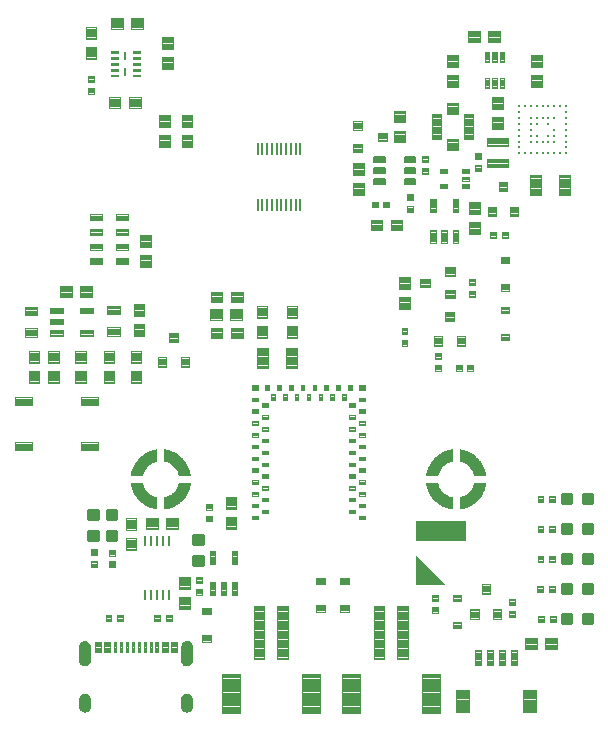
<source format=gbr>
G04 EAGLE Gerber RS-274X export*
G75*
%MOMM*%
%FSLAX34Y34*%
%LPD*%
%INSolderpaste Top*%
%IPPOS*%
%AMOC8*
5,1,8,0,0,1.08239X$1,22.5*%
G01*
%ADD10C,0.102000*%
%ADD11C,0.300000*%
%ADD12C,0.101600*%
%ADD13R,0.254000X0.635000*%
%ADD14C,0.100000*%
%ADD15R,0.200000X1.000000*%
%ADD16C,0.180000*%
%ADD17C,0.104000*%
%ADD18C,0.250000*%
%ADD19C,0.100800*%
%ADD20R,4.200000X1.700000*%
%ADD21C,0.103500*%
%ADD22C,0.099059*%
%ADD23C,0.096000*%
%ADD24C,0.099000*%
%ADD25R,0.250000X0.875000*%

G36*
X369352Y113679D02*
X369352Y113679D01*
X369396Y113682D01*
X369418Y113698D01*
X369444Y113706D01*
X369473Y113739D01*
X369508Y113765D01*
X369518Y113791D01*
X369536Y113811D01*
X369543Y113855D01*
X369558Y113895D01*
X369553Y113922D01*
X369557Y113949D01*
X369539Y113990D01*
X369530Y114032D01*
X369504Y114068D01*
X369500Y114077D01*
X369495Y114081D01*
X369486Y114092D01*
X345486Y138092D01*
X345448Y138113D01*
X345415Y138142D01*
X345388Y138146D01*
X345364Y138159D01*
X345320Y138156D01*
X345277Y138163D01*
X345252Y138152D01*
X345224Y138150D01*
X345189Y138124D01*
X345149Y138106D01*
X345134Y138083D01*
X345112Y138067D01*
X345096Y138026D01*
X345072Y137990D01*
X345065Y137946D01*
X345062Y137937D01*
X345063Y137930D01*
X345061Y137916D01*
X345061Y113916D01*
X345066Y113900D01*
X345063Y113883D01*
X345085Y113833D01*
X345100Y113782D01*
X345113Y113771D01*
X345120Y113755D01*
X345165Y113725D01*
X345205Y113690D01*
X345222Y113687D01*
X345237Y113678D01*
X345310Y113667D01*
X369310Y113667D01*
X369352Y113679D01*
G37*
G36*
X132636Y177801D02*
X132636Y177801D01*
X132638Y177803D01*
X132640Y177801D01*
X133290Y177901D01*
X133290Y177902D01*
X133290Y177901D01*
X133890Y178001D01*
X133891Y178002D01*
X133892Y178002D01*
X134642Y178152D01*
X134643Y178153D01*
X134644Y178152D01*
X135644Y178402D01*
X135645Y178404D01*
X135646Y178403D01*
X136646Y178703D01*
X136647Y178703D01*
X137597Y179003D01*
X137598Y179005D01*
X137600Y179004D01*
X138250Y179254D01*
X139000Y179554D01*
X139001Y179555D01*
X139002Y179555D01*
X139802Y179905D01*
X139803Y179907D01*
X139804Y179906D01*
X140604Y180306D01*
X140605Y180307D01*
X141355Y180707D01*
X141356Y180707D01*
X142156Y181157D01*
X142157Y181158D01*
X142158Y181158D01*
X142808Y181558D01*
X142808Y181559D01*
X142809Y181559D01*
X143559Y182059D01*
X143560Y182060D01*
X143561Y182060D01*
X144261Y182560D01*
X144261Y182561D01*
X144262Y182561D01*
X144912Y183061D01*
X145612Y183611D01*
X145613Y183614D01*
X145615Y183614D01*
X146165Y184114D01*
X146815Y184714D01*
X146816Y184715D01*
X146817Y184715D01*
X147417Y185315D01*
X147417Y185317D01*
X147418Y185317D01*
X148068Y186017D01*
X148618Y186617D01*
X148619Y186620D01*
X148621Y186619D01*
X149371Y187569D01*
X149371Y187571D01*
X149372Y187571D01*
X150072Y188521D01*
X150072Y188523D01*
X150073Y188523D01*
X150573Y189273D01*
X151023Y189973D01*
X151023Y189975D01*
X151025Y189976D01*
X151425Y190676D01*
X151425Y190677D01*
X151426Y190677D01*
X151876Y191527D01*
X151875Y191528D01*
X151876Y191528D01*
X152126Y192028D01*
X152126Y192029D01*
X152127Y192029D01*
X152477Y192779D01*
X152476Y192780D01*
X152477Y192781D01*
X152777Y193481D01*
X152777Y193482D01*
X152778Y193482D01*
X153078Y194232D01*
X153077Y194233D01*
X153078Y194233D01*
X153328Y194933D01*
X153328Y194934D01*
X153329Y194934D01*
X153579Y195684D01*
X153578Y195687D01*
X153580Y195687D01*
X153980Y197187D01*
X153979Y197189D01*
X153980Y197189D01*
X154180Y198089D01*
X154179Y198091D01*
X154181Y198091D01*
X154331Y198941D01*
X154330Y198942D01*
X154331Y198943D01*
X154431Y199593D01*
X154429Y199595D01*
X154431Y199596D01*
X154481Y200196D01*
X154449Y200246D01*
X154439Y200240D01*
X154432Y200249D01*
X144232Y200249D01*
X144185Y200213D01*
X144187Y200210D01*
X144184Y200209D01*
X144084Y199661D01*
X143885Y198913D01*
X143636Y198116D01*
X143386Y197469D01*
X143087Y196771D01*
X142588Y195773D01*
X142190Y195076D01*
X141692Y194329D01*
X141093Y193530D01*
X140645Y192983D01*
X139449Y191786D01*
X138751Y191188D01*
X138103Y190690D01*
X137305Y190141D01*
X136559Y189693D01*
X135262Y189045D01*
X134266Y188647D01*
X133318Y188347D01*
X132571Y188148D01*
X132023Y188048D01*
X131990Y188012D01*
X131985Y188008D01*
X131985Y188007D01*
X131983Y188005D01*
X131986Y188002D01*
X131983Y188000D01*
X131983Y177800D01*
X132019Y177753D01*
X132028Y177760D01*
X132036Y177751D01*
X132636Y177801D01*
G37*
G36*
X382636Y177801D02*
X382636Y177801D01*
X382638Y177803D01*
X382640Y177801D01*
X383290Y177901D01*
X383290Y177902D01*
X383290Y177901D01*
X383890Y178001D01*
X383891Y178002D01*
X383892Y178002D01*
X384642Y178152D01*
X384643Y178153D01*
X384644Y178152D01*
X385644Y178402D01*
X385645Y178404D01*
X385646Y178403D01*
X386646Y178703D01*
X386647Y178703D01*
X387597Y179003D01*
X387598Y179005D01*
X387600Y179004D01*
X388250Y179254D01*
X389000Y179554D01*
X389001Y179555D01*
X389002Y179555D01*
X389802Y179905D01*
X389803Y179907D01*
X389804Y179906D01*
X390604Y180306D01*
X390605Y180307D01*
X391355Y180707D01*
X391356Y180707D01*
X392156Y181157D01*
X392157Y181158D01*
X392158Y181158D01*
X392808Y181558D01*
X392808Y181559D01*
X392809Y181559D01*
X393559Y182059D01*
X393560Y182060D01*
X393561Y182060D01*
X394261Y182560D01*
X394261Y182561D01*
X394262Y182561D01*
X394912Y183061D01*
X395612Y183611D01*
X395613Y183614D01*
X395615Y183614D01*
X396165Y184114D01*
X396815Y184714D01*
X396816Y184715D01*
X396817Y184715D01*
X397417Y185315D01*
X397417Y185317D01*
X397418Y185317D01*
X398068Y186017D01*
X398618Y186617D01*
X398619Y186620D01*
X398621Y186619D01*
X399371Y187569D01*
X399371Y187571D01*
X399372Y187571D01*
X400072Y188521D01*
X400072Y188523D01*
X400073Y188523D01*
X400573Y189273D01*
X401023Y189973D01*
X401023Y189975D01*
X401025Y189976D01*
X401425Y190676D01*
X401425Y190677D01*
X401426Y190677D01*
X401876Y191527D01*
X401875Y191528D01*
X401876Y191528D01*
X402126Y192028D01*
X402126Y192029D01*
X402127Y192029D01*
X402477Y192779D01*
X402476Y192780D01*
X402477Y192781D01*
X402777Y193481D01*
X402777Y193482D01*
X402778Y193482D01*
X403078Y194232D01*
X403077Y194233D01*
X403078Y194233D01*
X403328Y194933D01*
X403328Y194934D01*
X403329Y194934D01*
X403579Y195684D01*
X403578Y195687D01*
X403580Y195687D01*
X403980Y197187D01*
X403979Y197189D01*
X403980Y197189D01*
X404180Y198089D01*
X404179Y198091D01*
X404181Y198091D01*
X404331Y198941D01*
X404330Y198942D01*
X404331Y198943D01*
X404431Y199593D01*
X404429Y199595D01*
X404431Y199596D01*
X404481Y200196D01*
X404449Y200246D01*
X404439Y200240D01*
X404432Y200249D01*
X394232Y200249D01*
X394185Y200213D01*
X394187Y200210D01*
X394184Y200209D01*
X394084Y199661D01*
X393885Y198913D01*
X393636Y198116D01*
X393386Y197469D01*
X393087Y196771D01*
X392588Y195773D01*
X392190Y195076D01*
X391692Y194329D01*
X391093Y193530D01*
X390645Y192983D01*
X389449Y191786D01*
X388751Y191188D01*
X388103Y190690D01*
X387305Y190141D01*
X386559Y189693D01*
X385262Y189045D01*
X384266Y188647D01*
X383318Y188347D01*
X382571Y188148D01*
X382023Y188048D01*
X381990Y188012D01*
X381985Y188008D01*
X381985Y188007D01*
X381983Y188005D01*
X381986Y188002D01*
X381983Y188000D01*
X381983Y177800D01*
X382019Y177753D01*
X382028Y177760D01*
X382036Y177751D01*
X382636Y177801D01*
G37*
G36*
X126078Y177783D02*
X126078Y177783D01*
X126072Y177793D01*
X126081Y177800D01*
X126081Y188000D01*
X126045Y188047D01*
X126042Y188045D01*
X126041Y188048D01*
X125493Y188148D01*
X124745Y188347D01*
X123948Y188596D01*
X123301Y188846D01*
X122603Y189145D01*
X121605Y189644D01*
X120908Y190042D01*
X120161Y190540D01*
X119362Y191139D01*
X118815Y191587D01*
X117618Y192783D01*
X117020Y193481D01*
X116522Y194129D01*
X115973Y194927D01*
X115525Y195673D01*
X114877Y196970D01*
X114479Y197966D01*
X114179Y198914D01*
X113980Y199661D01*
X113880Y200209D01*
X113837Y200249D01*
X113834Y200246D01*
X113832Y200249D01*
X103632Y200249D01*
X103585Y200213D01*
X103592Y200204D01*
X103583Y200196D01*
X103633Y199596D01*
X103635Y199594D01*
X103633Y199593D01*
X103733Y198943D01*
X103734Y198942D01*
X103733Y198942D01*
X103833Y198342D01*
X103834Y198341D01*
X103834Y198340D01*
X103984Y197590D01*
X103985Y197589D01*
X103984Y197588D01*
X104234Y196588D01*
X104236Y196587D01*
X104235Y196586D01*
X104535Y195586D01*
X104535Y195585D01*
X104835Y194635D01*
X104837Y194634D01*
X104836Y194632D01*
X105086Y193982D01*
X105386Y193232D01*
X105387Y193231D01*
X105387Y193230D01*
X105737Y192430D01*
X105739Y192429D01*
X105738Y192428D01*
X106138Y191628D01*
X106139Y191628D01*
X106139Y191627D01*
X106539Y190877D01*
X106539Y190876D01*
X106989Y190076D01*
X106990Y190075D01*
X106990Y190074D01*
X107390Y189424D01*
X107391Y189424D01*
X107391Y189423D01*
X107891Y188673D01*
X107892Y188672D01*
X107892Y188671D01*
X108392Y187971D01*
X108393Y187971D01*
X108393Y187970D01*
X108893Y187320D01*
X109443Y186620D01*
X109446Y186619D01*
X109446Y186617D01*
X109946Y186067D01*
X110546Y185417D01*
X110547Y185416D01*
X110547Y185415D01*
X111147Y184815D01*
X111149Y184815D01*
X111149Y184814D01*
X111849Y184164D01*
X112449Y183614D01*
X112452Y183613D01*
X112451Y183611D01*
X113401Y182861D01*
X113403Y182861D01*
X113403Y182860D01*
X114353Y182160D01*
X114355Y182160D01*
X114355Y182159D01*
X115105Y181659D01*
X115805Y181209D01*
X115807Y181209D01*
X115808Y181207D01*
X116508Y180807D01*
X116509Y180807D01*
X116509Y180806D01*
X117359Y180356D01*
X117360Y180357D01*
X117360Y180356D01*
X117860Y180106D01*
X117861Y180106D01*
X117861Y180105D01*
X118611Y179755D01*
X118612Y179756D01*
X118613Y179755D01*
X119313Y179455D01*
X119314Y179455D01*
X119314Y179454D01*
X120064Y179154D01*
X120065Y179155D01*
X120065Y179154D01*
X120765Y178904D01*
X120766Y178904D01*
X120766Y178903D01*
X121516Y178653D01*
X121519Y178654D01*
X121519Y178652D01*
X123019Y178252D01*
X123021Y178253D01*
X123021Y178252D01*
X123921Y178052D01*
X123923Y178053D01*
X123923Y178052D01*
X124773Y177902D01*
X124774Y177902D01*
X124775Y177901D01*
X125425Y177801D01*
X125427Y177803D01*
X125428Y177801D01*
X126028Y177751D01*
X126078Y177783D01*
G37*
G36*
X404479Y206187D02*
X404479Y206187D01*
X404472Y206196D01*
X404481Y206204D01*
X404431Y206804D01*
X404429Y206806D01*
X404431Y206808D01*
X404331Y207458D01*
X404330Y207458D01*
X404331Y207458D01*
X404231Y208058D01*
X404230Y208059D01*
X404230Y208060D01*
X404080Y208810D01*
X404079Y208811D01*
X404080Y208812D01*
X403830Y209812D01*
X403828Y209813D01*
X403829Y209814D01*
X403529Y210814D01*
X403529Y210815D01*
X403229Y211765D01*
X403227Y211766D01*
X403228Y211768D01*
X402978Y212418D01*
X402678Y213168D01*
X402677Y213169D01*
X402677Y213170D01*
X402327Y213970D01*
X402325Y213971D01*
X402326Y213972D01*
X401926Y214772D01*
X401925Y214773D01*
X401525Y215523D01*
X401525Y215524D01*
X401075Y216324D01*
X401074Y216325D01*
X401074Y216326D01*
X400674Y216976D01*
X400673Y216976D01*
X400673Y216977D01*
X400173Y217727D01*
X400172Y217728D01*
X400172Y217729D01*
X399672Y218429D01*
X399671Y218429D01*
X399671Y218430D01*
X399171Y219080D01*
X398621Y219780D01*
X398618Y219781D01*
X398618Y219783D01*
X398118Y220333D01*
X397518Y220983D01*
X397517Y220984D01*
X397517Y220985D01*
X396917Y221585D01*
X396915Y221585D01*
X396916Y221586D01*
X396216Y222236D01*
X396215Y222236D01*
X395615Y222786D01*
X395613Y222787D01*
X395613Y222789D01*
X394663Y223539D01*
X394661Y223539D01*
X394661Y223540D01*
X393711Y224240D01*
X393709Y224240D01*
X393709Y224241D01*
X392959Y224741D01*
X392259Y225191D01*
X392257Y225191D01*
X392256Y225193D01*
X391556Y225593D01*
X391555Y225593D01*
X391555Y225594D01*
X390705Y226044D01*
X390704Y226043D01*
X390704Y226044D01*
X390204Y226294D01*
X390203Y226294D01*
X390203Y226295D01*
X389453Y226645D01*
X389452Y226644D01*
X389451Y226645D01*
X388751Y226945D01*
X388750Y226945D01*
X388750Y226946D01*
X388000Y227246D01*
X387999Y227245D01*
X387999Y227246D01*
X387299Y227496D01*
X387298Y227496D01*
X387298Y227497D01*
X386548Y227747D01*
X386545Y227746D01*
X386545Y227748D01*
X385045Y228148D01*
X385043Y228147D01*
X385043Y228148D01*
X384143Y228348D01*
X384141Y228347D01*
X384141Y228349D01*
X383291Y228499D01*
X383290Y228498D01*
X383290Y228499D01*
X382640Y228599D01*
X382637Y228597D01*
X382636Y228599D01*
X382036Y228649D01*
X381986Y228617D01*
X381992Y228607D01*
X381983Y228600D01*
X381983Y218400D01*
X382019Y218353D01*
X382022Y218355D01*
X382023Y218352D01*
X382571Y218252D01*
X383319Y218053D01*
X384116Y217804D01*
X384763Y217554D01*
X385461Y217255D01*
X386459Y216756D01*
X387156Y216358D01*
X387903Y215860D01*
X388702Y215261D01*
X389249Y214813D01*
X390446Y213617D01*
X391044Y212919D01*
X391542Y212271D01*
X392091Y211473D01*
X392539Y210727D01*
X393187Y209430D01*
X393586Y208434D01*
X393885Y207486D01*
X394084Y206739D01*
X394184Y206191D01*
X394227Y206151D01*
X394230Y206154D01*
X394232Y206151D01*
X404432Y206151D01*
X404479Y206187D01*
G37*
G36*
X154479Y206187D02*
X154479Y206187D01*
X154472Y206196D01*
X154481Y206204D01*
X154431Y206804D01*
X154429Y206806D01*
X154431Y206808D01*
X154331Y207458D01*
X154330Y207458D01*
X154331Y207458D01*
X154231Y208058D01*
X154230Y208059D01*
X154230Y208060D01*
X154080Y208810D01*
X154079Y208811D01*
X154080Y208812D01*
X153830Y209812D01*
X153828Y209813D01*
X153829Y209814D01*
X153529Y210814D01*
X153529Y210815D01*
X153229Y211765D01*
X153227Y211766D01*
X153228Y211768D01*
X152978Y212418D01*
X152678Y213168D01*
X152677Y213169D01*
X152677Y213170D01*
X152327Y213970D01*
X152325Y213971D01*
X152326Y213972D01*
X151926Y214772D01*
X151925Y214773D01*
X151525Y215523D01*
X151525Y215524D01*
X151075Y216324D01*
X151074Y216325D01*
X151074Y216326D01*
X150674Y216976D01*
X150673Y216976D01*
X150673Y216977D01*
X150173Y217727D01*
X150172Y217728D01*
X150172Y217729D01*
X149672Y218429D01*
X149671Y218429D01*
X149671Y218430D01*
X149171Y219080D01*
X148621Y219780D01*
X148618Y219781D01*
X148618Y219783D01*
X148118Y220333D01*
X147518Y220983D01*
X147517Y220984D01*
X147517Y220985D01*
X146917Y221585D01*
X146915Y221585D01*
X146916Y221586D01*
X146216Y222236D01*
X146215Y222236D01*
X145615Y222786D01*
X145613Y222787D01*
X145613Y222789D01*
X144663Y223539D01*
X144661Y223539D01*
X144661Y223540D01*
X143711Y224240D01*
X143709Y224240D01*
X143709Y224241D01*
X142959Y224741D01*
X142259Y225191D01*
X142257Y225191D01*
X142256Y225193D01*
X141556Y225593D01*
X141555Y225593D01*
X141555Y225594D01*
X140705Y226044D01*
X140704Y226043D01*
X140704Y226044D01*
X140204Y226294D01*
X140203Y226294D01*
X140203Y226295D01*
X139453Y226645D01*
X139452Y226644D01*
X139451Y226645D01*
X138751Y226945D01*
X138750Y226945D01*
X138750Y226946D01*
X138000Y227246D01*
X137999Y227245D01*
X137999Y227246D01*
X137299Y227496D01*
X137298Y227496D01*
X137298Y227497D01*
X136548Y227747D01*
X136545Y227746D01*
X136545Y227748D01*
X135045Y228148D01*
X135043Y228147D01*
X135043Y228148D01*
X134143Y228348D01*
X134141Y228347D01*
X134141Y228349D01*
X133291Y228499D01*
X133290Y228498D01*
X133290Y228499D01*
X132640Y228599D01*
X132637Y228597D01*
X132636Y228599D01*
X132036Y228649D01*
X131986Y228617D01*
X131992Y228607D01*
X131983Y228600D01*
X131983Y218400D01*
X132019Y218353D01*
X132022Y218355D01*
X132023Y218352D01*
X132571Y218252D01*
X133319Y218053D01*
X134116Y217804D01*
X134763Y217554D01*
X135461Y217255D01*
X136459Y216756D01*
X137156Y216358D01*
X137903Y215860D01*
X138702Y215261D01*
X139249Y214813D01*
X140446Y213617D01*
X141044Y212919D01*
X141542Y212271D01*
X142091Y211473D01*
X142539Y210727D01*
X143187Y209430D01*
X143586Y208434D01*
X143885Y207486D01*
X144084Y206739D01*
X144184Y206191D01*
X144227Y206151D01*
X144230Y206154D01*
X144232Y206151D01*
X154432Y206151D01*
X154479Y206187D01*
G37*
G36*
X376078Y177783D02*
X376078Y177783D01*
X376072Y177793D01*
X376081Y177800D01*
X376081Y188000D01*
X376045Y188047D01*
X376042Y188045D01*
X376041Y188048D01*
X375493Y188148D01*
X374745Y188347D01*
X373948Y188596D01*
X373301Y188846D01*
X372603Y189145D01*
X371605Y189644D01*
X370908Y190042D01*
X370161Y190540D01*
X369362Y191139D01*
X368815Y191587D01*
X367618Y192783D01*
X367020Y193481D01*
X366522Y194129D01*
X365973Y194927D01*
X365525Y195673D01*
X364877Y196970D01*
X364479Y197966D01*
X364179Y198914D01*
X363980Y199661D01*
X363880Y200209D01*
X363837Y200249D01*
X363834Y200246D01*
X363832Y200249D01*
X353632Y200249D01*
X353585Y200213D01*
X353592Y200204D01*
X353583Y200196D01*
X353633Y199596D01*
X353635Y199594D01*
X353633Y199593D01*
X353733Y198943D01*
X353734Y198942D01*
X353733Y198942D01*
X353833Y198342D01*
X353834Y198341D01*
X353834Y198340D01*
X353984Y197590D01*
X353985Y197589D01*
X353984Y197588D01*
X354234Y196588D01*
X354236Y196587D01*
X354235Y196586D01*
X354535Y195586D01*
X354535Y195585D01*
X354835Y194635D01*
X354837Y194634D01*
X354836Y194632D01*
X355086Y193982D01*
X355386Y193232D01*
X355387Y193231D01*
X355387Y193230D01*
X355737Y192430D01*
X355739Y192429D01*
X355738Y192428D01*
X356138Y191628D01*
X356139Y191628D01*
X356139Y191627D01*
X356539Y190877D01*
X356539Y190876D01*
X356989Y190076D01*
X356990Y190075D01*
X356990Y190074D01*
X357390Y189424D01*
X357391Y189424D01*
X357391Y189423D01*
X357891Y188673D01*
X357892Y188672D01*
X357892Y188671D01*
X358392Y187971D01*
X358393Y187971D01*
X358393Y187970D01*
X358893Y187320D01*
X359443Y186620D01*
X359446Y186619D01*
X359446Y186617D01*
X359946Y186067D01*
X360546Y185417D01*
X360547Y185416D01*
X360547Y185415D01*
X361147Y184815D01*
X361149Y184815D01*
X361149Y184814D01*
X361849Y184164D01*
X362449Y183614D01*
X362452Y183613D01*
X362451Y183611D01*
X363401Y182861D01*
X363403Y182861D01*
X363403Y182860D01*
X364353Y182160D01*
X364355Y182160D01*
X364355Y182159D01*
X365105Y181659D01*
X365805Y181209D01*
X365807Y181209D01*
X365808Y181207D01*
X366508Y180807D01*
X366509Y180807D01*
X366509Y180806D01*
X367359Y180356D01*
X367360Y180357D01*
X367360Y180356D01*
X367860Y180106D01*
X367861Y180106D01*
X367861Y180105D01*
X368611Y179755D01*
X368612Y179756D01*
X368613Y179755D01*
X369313Y179455D01*
X369314Y179455D01*
X369314Y179454D01*
X370064Y179154D01*
X370065Y179155D01*
X370065Y179154D01*
X370765Y178904D01*
X370766Y178904D01*
X370766Y178903D01*
X371516Y178653D01*
X371519Y178654D01*
X371519Y178652D01*
X373019Y178252D01*
X373021Y178253D01*
X373021Y178252D01*
X373921Y178052D01*
X373923Y178053D01*
X373923Y178052D01*
X374773Y177902D01*
X374774Y177902D01*
X374775Y177901D01*
X375425Y177801D01*
X375427Y177803D01*
X375428Y177801D01*
X376028Y177751D01*
X376078Y177783D01*
G37*
G36*
X113879Y206187D02*
X113879Y206187D01*
X113877Y206190D01*
X113880Y206191D01*
X113980Y206739D01*
X114179Y207487D01*
X114428Y208284D01*
X114678Y208931D01*
X114977Y209629D01*
X115476Y210627D01*
X115874Y211324D01*
X116372Y212071D01*
X116971Y212870D01*
X117419Y213417D01*
X118615Y214614D01*
X119313Y215212D01*
X119961Y215710D01*
X120759Y216259D01*
X121505Y216707D01*
X122802Y217355D01*
X123798Y217754D01*
X124746Y218053D01*
X125493Y218252D01*
X126041Y218352D01*
X126081Y218395D01*
X126078Y218398D01*
X126081Y218400D01*
X126081Y228600D01*
X126045Y228647D01*
X126036Y228640D01*
X126028Y228649D01*
X125428Y228599D01*
X125426Y228597D01*
X125425Y228599D01*
X124775Y228499D01*
X124774Y228498D01*
X124774Y228499D01*
X124174Y228399D01*
X124173Y228398D01*
X124172Y228398D01*
X123422Y228248D01*
X123421Y228247D01*
X123420Y228248D01*
X122420Y227998D01*
X122419Y227996D01*
X122418Y227997D01*
X121418Y227697D01*
X121417Y227697D01*
X120467Y227397D01*
X120466Y227395D01*
X120464Y227396D01*
X119814Y227146D01*
X119064Y226846D01*
X119063Y226845D01*
X119062Y226845D01*
X118262Y226495D01*
X118261Y226493D01*
X118260Y226494D01*
X117460Y226094D01*
X117460Y226093D01*
X117459Y226093D01*
X116709Y225693D01*
X116708Y225693D01*
X115908Y225243D01*
X115907Y225242D01*
X115906Y225242D01*
X115256Y224842D01*
X115256Y224841D01*
X115255Y224841D01*
X114505Y224341D01*
X114504Y224340D01*
X114503Y224340D01*
X113803Y223840D01*
X113803Y223839D01*
X113802Y223839D01*
X113152Y223339D01*
X112452Y222789D01*
X112451Y222786D01*
X112449Y222786D01*
X111899Y222286D01*
X111249Y221686D01*
X111248Y221685D01*
X111247Y221685D01*
X110647Y221085D01*
X110647Y221083D01*
X110646Y221084D01*
X109996Y220384D01*
X109996Y220383D01*
X109446Y219783D01*
X109445Y219781D01*
X109443Y219781D01*
X108693Y218831D01*
X108693Y218829D01*
X108692Y218829D01*
X107992Y217879D01*
X107992Y217877D01*
X107991Y217877D01*
X107491Y217127D01*
X107041Y216427D01*
X107041Y216425D01*
X107039Y216424D01*
X106639Y215724D01*
X106639Y215723D01*
X106638Y215723D01*
X106188Y214873D01*
X106189Y214872D01*
X106188Y214872D01*
X105938Y214372D01*
X105938Y214371D01*
X105937Y214371D01*
X105587Y213621D01*
X105588Y213620D01*
X105587Y213619D01*
X105287Y212919D01*
X105287Y212918D01*
X105286Y212918D01*
X104986Y212168D01*
X104987Y212167D01*
X104986Y212167D01*
X104736Y211467D01*
X104736Y211466D01*
X104735Y211466D01*
X104485Y210716D01*
X104486Y210713D01*
X104484Y210713D01*
X104084Y209213D01*
X104085Y209211D01*
X104084Y209211D01*
X103884Y208311D01*
X103885Y208309D01*
X103884Y208309D01*
X103734Y207459D01*
X103734Y207458D01*
X103733Y207458D01*
X103633Y206808D01*
X103635Y206805D01*
X103633Y206804D01*
X103583Y206204D01*
X103615Y206154D01*
X103625Y206160D01*
X103632Y206151D01*
X113832Y206151D01*
X113879Y206187D01*
G37*
G36*
X363879Y206187D02*
X363879Y206187D01*
X363877Y206190D01*
X363880Y206191D01*
X363980Y206739D01*
X364179Y207487D01*
X364428Y208284D01*
X364678Y208931D01*
X364977Y209629D01*
X365476Y210627D01*
X365874Y211324D01*
X366372Y212071D01*
X366971Y212870D01*
X367419Y213417D01*
X368615Y214614D01*
X369313Y215212D01*
X369961Y215710D01*
X370759Y216259D01*
X371505Y216707D01*
X372802Y217355D01*
X373798Y217754D01*
X374746Y218053D01*
X375493Y218252D01*
X376041Y218352D01*
X376081Y218395D01*
X376078Y218398D01*
X376081Y218400D01*
X376081Y228600D01*
X376045Y228647D01*
X376036Y228640D01*
X376028Y228649D01*
X375428Y228599D01*
X375426Y228597D01*
X375425Y228599D01*
X374775Y228499D01*
X374774Y228498D01*
X374774Y228499D01*
X374174Y228399D01*
X374173Y228398D01*
X374172Y228398D01*
X373422Y228248D01*
X373421Y228247D01*
X373420Y228248D01*
X372420Y227998D01*
X372419Y227996D01*
X372418Y227997D01*
X371418Y227697D01*
X371417Y227697D01*
X370467Y227397D01*
X370466Y227395D01*
X370464Y227396D01*
X369814Y227146D01*
X369064Y226846D01*
X369063Y226845D01*
X369062Y226845D01*
X368262Y226495D01*
X368261Y226493D01*
X368260Y226494D01*
X367460Y226094D01*
X367460Y226093D01*
X367459Y226093D01*
X366709Y225693D01*
X366708Y225693D01*
X365908Y225243D01*
X365907Y225242D01*
X365906Y225242D01*
X365256Y224842D01*
X365256Y224841D01*
X365255Y224841D01*
X364505Y224341D01*
X364504Y224340D01*
X364503Y224340D01*
X363803Y223840D01*
X363803Y223839D01*
X363802Y223839D01*
X363152Y223339D01*
X362452Y222789D01*
X362451Y222786D01*
X362449Y222786D01*
X361899Y222286D01*
X361249Y221686D01*
X361248Y221685D01*
X361247Y221685D01*
X360647Y221085D01*
X360647Y221083D01*
X360646Y221084D01*
X359996Y220384D01*
X359996Y220383D01*
X359446Y219783D01*
X359445Y219781D01*
X359443Y219781D01*
X358693Y218831D01*
X358693Y218829D01*
X358692Y218829D01*
X357992Y217879D01*
X357992Y217877D01*
X357991Y217877D01*
X357491Y217127D01*
X357041Y216427D01*
X357041Y216425D01*
X357039Y216424D01*
X356639Y215724D01*
X356639Y215723D01*
X356638Y215723D01*
X356188Y214873D01*
X356189Y214872D01*
X356188Y214872D01*
X355938Y214372D01*
X355938Y214371D01*
X355937Y214371D01*
X355587Y213621D01*
X355588Y213620D01*
X355587Y213619D01*
X355287Y212919D01*
X355287Y212918D01*
X355286Y212918D01*
X354986Y212168D01*
X354987Y212167D01*
X354986Y212167D01*
X354736Y211467D01*
X354736Y211466D01*
X354735Y211466D01*
X354485Y210716D01*
X354486Y210713D01*
X354484Y210713D01*
X354084Y209213D01*
X354085Y209211D01*
X354084Y209211D01*
X353884Y208311D01*
X353885Y208309D01*
X353884Y208309D01*
X353734Y207459D01*
X353734Y207458D01*
X353733Y207458D01*
X353633Y206808D01*
X353635Y206805D01*
X353633Y206804D01*
X353583Y206204D01*
X353615Y206154D01*
X353625Y206160D01*
X353632Y206151D01*
X363832Y206151D01*
X363879Y206187D01*
G37*
G36*
X150950Y45221D02*
X150950Y45221D01*
X150951Y45221D01*
X152019Y45240D01*
X152026Y45245D01*
X152030Y45241D01*
X153067Y45497D01*
X153072Y45504D01*
X153078Y45501D01*
X154032Y45982D01*
X154036Y45989D01*
X154041Y45988D01*
X154865Y46669D01*
X154866Y46677D01*
X154872Y46677D01*
X155523Y47524D01*
X155523Y47532D01*
X155529Y47533D01*
X155976Y48504D01*
X155974Y48512D01*
X155979Y48514D01*
X156198Y49560D01*
X156195Y49567D01*
X156199Y49570D01*
X156199Y61570D01*
X156196Y61575D01*
X156199Y61578D01*
X156019Y62673D01*
X156013Y62679D01*
X156016Y62684D01*
X155597Y63712D01*
X155590Y63716D01*
X155592Y63721D01*
X154955Y64630D01*
X154947Y64633D01*
X154947Y64638D01*
X154124Y65382D01*
X154116Y65383D01*
X154115Y65389D01*
X153147Y65931D01*
X153138Y65930D01*
X153136Y65936D01*
X152072Y66249D01*
X152067Y66247D01*
X152063Y66247D01*
X152061Y66251D01*
X150953Y66319D01*
X150947Y66315D01*
X150943Y66319D01*
X149835Y66149D01*
X149829Y66143D01*
X149824Y66146D01*
X148782Y65734D01*
X148778Y65727D01*
X148773Y65729D01*
X147848Y65095D01*
X147846Y65087D01*
X147840Y65088D01*
X147080Y64265D01*
X147079Y64256D01*
X147073Y64256D01*
X146516Y63284D01*
X146517Y63276D01*
X146511Y63274D01*
X146184Y62202D01*
X146187Y62194D01*
X146182Y62191D01*
X146101Y61074D01*
X146102Y61071D01*
X146101Y61070D01*
X146101Y49070D01*
X146106Y49063D01*
X146102Y49059D01*
X146321Y48115D01*
X146327Y48109D01*
X146325Y48104D01*
X146749Y47232D01*
X146756Y47229D01*
X146754Y47223D01*
X147361Y46467D01*
X147369Y46465D01*
X147369Y46459D01*
X148129Y45858D01*
X148138Y45858D01*
X148139Y45852D01*
X149014Y45434D01*
X149022Y45436D01*
X149024Y45431D01*
X149970Y45219D01*
X149977Y45222D01*
X149981Y45217D01*
X150950Y45221D01*
G37*
G36*
X65531Y45230D02*
X65531Y45230D01*
X65538Y45235D01*
X65542Y45231D01*
X66594Y45481D01*
X66599Y45487D01*
X66604Y45484D01*
X67574Y45961D01*
X67577Y45969D01*
X67583Y45967D01*
X68422Y46648D01*
X68424Y46656D01*
X68430Y46656D01*
X69096Y47507D01*
X69097Y47515D01*
X69102Y47516D01*
X69563Y48493D01*
X69561Y48501D01*
X69567Y48504D01*
X69798Y49559D01*
X69795Y49567D01*
X69799Y49570D01*
X69799Y61570D01*
X69795Y61575D01*
X69799Y61578D01*
X69606Y62684D01*
X69600Y62689D01*
X69603Y62694D01*
X69170Y63729D01*
X69163Y63733D01*
X69165Y63738D01*
X68512Y64651D01*
X68504Y64653D01*
X68505Y64659D01*
X67666Y65403D01*
X67657Y65404D01*
X67657Y65409D01*
X66673Y65948D01*
X66665Y65947D01*
X66663Y65952D01*
X65584Y66259D01*
X65576Y66256D01*
X65573Y66261D01*
X64453Y66319D01*
X64448Y66316D01*
X64445Y66319D01*
X63399Y66201D01*
X63393Y66195D01*
X63388Y66199D01*
X62394Y65851D01*
X62390Y65844D01*
X62385Y65846D01*
X61493Y65286D01*
X61491Y65279D01*
X61485Y65279D01*
X60741Y64535D01*
X60739Y64527D01*
X60734Y64527D01*
X60174Y63635D01*
X60174Y63627D01*
X60169Y63626D01*
X59821Y62632D01*
X59824Y62624D01*
X59819Y62621D01*
X59701Y61576D01*
X59703Y61572D01*
X59701Y61570D01*
X59701Y49570D01*
X59704Y49565D01*
X59701Y49562D01*
X59859Y48566D01*
X59865Y48560D01*
X59862Y48555D01*
X60237Y47619D01*
X60244Y47615D01*
X60242Y47609D01*
X60816Y46780D01*
X60824Y46777D01*
X60823Y46772D01*
X61567Y46091D01*
X61576Y46090D01*
X61576Y46084D01*
X62453Y45586D01*
X62462Y45587D01*
X62464Y45582D01*
X63429Y45291D01*
X63437Y45294D01*
X63440Y45289D01*
X64447Y45221D01*
X64449Y45222D01*
X64450Y45221D01*
X65531Y45230D01*
G37*
G36*
X151454Y5725D02*
X151454Y5725D01*
X151457Y5721D01*
X152533Y5876D01*
X152538Y5882D01*
X152543Y5879D01*
X153557Y6269D01*
X153561Y6276D01*
X153567Y6275D01*
X154469Y6881D01*
X154471Y6889D01*
X154477Y6888D01*
X155221Y7680D01*
X155222Y7688D01*
X155228Y7688D01*
X155777Y8626D01*
X155776Y8634D01*
X155782Y8636D01*
X156109Y9672D01*
X156106Y9680D01*
X156111Y9683D01*
X156199Y10766D01*
X156197Y10769D01*
X156199Y10770D01*
X156199Y16770D01*
X156196Y16774D01*
X156199Y16776D01*
X156049Y17909D01*
X156043Y17915D01*
X156046Y17920D01*
X155648Y18990D01*
X155641Y18994D01*
X155643Y19000D01*
X155016Y19955D01*
X155008Y19958D01*
X155009Y19963D01*
X154186Y20755D01*
X154178Y20756D01*
X154177Y20762D01*
X153198Y21351D01*
X153190Y21350D01*
X153188Y21355D01*
X152103Y21711D01*
X152095Y21709D01*
X152092Y21713D01*
X150955Y21819D01*
X150946Y21814D01*
X150941Y21818D01*
X149804Y21611D01*
X149798Y21605D01*
X149793Y21608D01*
X148731Y21153D01*
X148727Y21146D01*
X148721Y21148D01*
X147786Y20468D01*
X147784Y20460D01*
X147778Y20461D01*
X147018Y19590D01*
X147018Y19582D01*
X147012Y19581D01*
X146465Y18562D01*
X146466Y18554D01*
X146461Y18552D01*
X146457Y18539D01*
X146444Y18490D01*
X146443Y18490D01*
X146444Y18490D01*
X146430Y18441D01*
X146416Y18391D01*
X146403Y18342D01*
X146389Y18293D01*
X146376Y18244D01*
X146362Y18194D01*
X146349Y18145D01*
X146335Y18096D01*
X146321Y18047D01*
X146308Y17997D01*
X146294Y17948D01*
X146281Y17899D01*
X146267Y17850D01*
X146254Y17800D01*
X146240Y17751D01*
X146227Y17702D01*
X146226Y17702D01*
X146213Y17653D01*
X146199Y17603D01*
X146154Y17438D01*
X146157Y17430D01*
X146152Y17427D01*
X146101Y16272D01*
X146102Y16271D01*
X146101Y16270D01*
X146101Y10270D01*
X146105Y10264D01*
X146102Y10261D01*
X146314Y9180D01*
X146320Y9175D01*
X146317Y9170D01*
X146764Y8164D01*
X146771Y8160D01*
X146769Y8154D01*
X147429Y7273D01*
X147437Y7270D01*
X147437Y7265D01*
X148276Y6552D01*
X148284Y6552D01*
X148285Y6546D01*
X149262Y6038D01*
X149270Y6039D01*
X149272Y6034D01*
X150337Y5756D01*
X150345Y5759D01*
X150348Y5755D01*
X151449Y5721D01*
X151454Y5725D01*
G37*
G36*
X64952Y5725D02*
X64952Y5725D01*
X64957Y5721D01*
X66044Y5866D01*
X66050Y5872D01*
X66055Y5869D01*
X67083Y6253D01*
X67088Y6259D01*
X67093Y6258D01*
X68010Y6860D01*
X68013Y6868D01*
X68019Y6867D01*
X68779Y7659D01*
X68780Y7667D01*
X68786Y7668D01*
X69350Y8609D01*
X69350Y8612D01*
X69351Y8613D01*
X69350Y8615D01*
X69349Y8617D01*
X69355Y8619D01*
X69696Y9662D01*
X69694Y9670D01*
X69698Y9673D01*
X69799Y10766D01*
X69797Y10768D01*
X69799Y10770D01*
X69799Y16770D01*
X69797Y16773D01*
X69799Y16775D01*
X69698Y17867D01*
X69693Y17873D01*
X69696Y17878D01*
X69355Y18921D01*
X69348Y18926D01*
X69350Y18931D01*
X68786Y19872D01*
X68778Y19875D01*
X68779Y19881D01*
X68019Y20673D01*
X68011Y20674D01*
X68010Y20680D01*
X67093Y21283D01*
X67085Y21282D01*
X67083Y21288D01*
X66055Y21671D01*
X66047Y21669D01*
X66044Y21674D01*
X64957Y21819D01*
X64949Y21815D01*
X64945Y21819D01*
X63808Y21713D01*
X63802Y21708D01*
X63797Y21711D01*
X62712Y21355D01*
X62707Y21348D01*
X62702Y21351D01*
X61723Y20762D01*
X61720Y20754D01*
X61714Y20755D01*
X60891Y19963D01*
X60890Y19955D01*
X60884Y19955D01*
X60257Y19000D01*
X60258Y18992D01*
X60252Y18990D01*
X59854Y17920D01*
X59856Y17912D01*
X59851Y17909D01*
X59701Y16776D01*
X59704Y16772D01*
X59701Y16770D01*
X59701Y10770D01*
X59704Y10766D01*
X59701Y10764D01*
X59851Y9631D01*
X59857Y9625D01*
X59854Y9620D01*
X60252Y8550D01*
X60259Y8546D01*
X60257Y8540D01*
X60884Y7585D01*
X60892Y7582D01*
X60891Y7577D01*
X61714Y6785D01*
X61722Y6784D01*
X61723Y6778D01*
X62702Y6189D01*
X62710Y6190D01*
X62712Y6185D01*
X63797Y5829D01*
X63805Y5832D01*
X63808Y5827D01*
X64945Y5721D01*
X64952Y5725D01*
G37*
D10*
X457932Y138380D02*
X462912Y138380D01*
X462912Y133400D01*
X457932Y133400D01*
X457932Y138380D01*
X457932Y134369D02*
X462912Y134369D01*
X462912Y135338D02*
X457932Y135338D01*
X457932Y136307D02*
X462912Y136307D01*
X462912Y137276D02*
X457932Y137276D01*
X457932Y138245D02*
X462912Y138245D01*
X452912Y138380D02*
X447932Y138380D01*
X452912Y138380D02*
X452912Y133400D01*
X447932Y133400D01*
X447932Y138380D01*
X447932Y134369D02*
X452912Y134369D01*
X452912Y135338D02*
X447932Y135338D01*
X447932Y136307D02*
X452912Y136307D01*
X452912Y137276D02*
X447932Y137276D01*
X447932Y138245D02*
X452912Y138245D01*
D11*
X487108Y139136D02*
X487108Y132136D01*
X487108Y139136D02*
X494108Y139136D01*
X494108Y132136D01*
X487108Y132136D01*
X487108Y134986D02*
X494108Y134986D01*
X494108Y137836D02*
X487108Y137836D01*
X469568Y139136D02*
X469568Y132136D01*
X469568Y139136D02*
X476568Y139136D01*
X476568Y132136D01*
X469568Y132136D01*
X469568Y134986D02*
X476568Y134986D01*
X476568Y137836D02*
X469568Y137836D01*
D10*
X72086Y529720D02*
X72086Y534700D01*
X72086Y529720D02*
X67106Y529720D01*
X67106Y534700D01*
X72086Y534700D01*
X72086Y530689D02*
X67106Y530689D01*
X67106Y531658D02*
X72086Y531658D01*
X72086Y532627D02*
X67106Y532627D01*
X67106Y533596D02*
X72086Y533596D01*
X72086Y534565D02*
X67106Y534565D01*
X72086Y539720D02*
X72086Y544700D01*
X72086Y539720D02*
X67106Y539720D01*
X67106Y544700D01*
X72086Y544700D01*
X72086Y540689D02*
X67106Y540689D01*
X67106Y541658D02*
X72086Y541658D01*
X72086Y542627D02*
X67106Y542627D01*
X67106Y543596D02*
X72086Y543596D01*
X72086Y544565D02*
X67106Y544565D01*
D12*
X86614Y564134D02*
X92710Y564134D01*
X86614Y564134D02*
X86614Y565658D01*
X92710Y565658D01*
X92710Y564134D01*
X92710Y565099D02*
X86614Y565099D01*
X86614Y559308D02*
X92710Y559308D01*
X86614Y559308D02*
X86614Y560832D01*
X92710Y560832D01*
X92710Y559308D01*
X92710Y560273D02*
X86614Y560273D01*
X86614Y554228D02*
X92710Y554228D01*
X86614Y554228D02*
X86614Y555752D01*
X92710Y555752D01*
X92710Y554228D01*
X92710Y555193D02*
X86614Y555193D01*
X86614Y549148D02*
X92710Y549148D01*
X86614Y549148D02*
X86614Y550672D01*
X92710Y550672D01*
X92710Y549148D01*
X92710Y550113D02*
X86614Y550113D01*
X86614Y544322D02*
X92710Y544322D01*
X86614Y544322D02*
X86614Y545846D01*
X92710Y545846D01*
X92710Y544322D01*
X92710Y545287D02*
X86614Y545287D01*
X105410Y544322D02*
X111506Y544322D01*
X105410Y544322D02*
X105410Y545846D01*
X111506Y545846D01*
X111506Y544322D01*
X111506Y545287D02*
X105410Y545287D01*
X105410Y549148D02*
X111506Y549148D01*
X105410Y549148D02*
X105410Y550672D01*
X111506Y550672D01*
X111506Y549148D01*
X111506Y550113D02*
X105410Y550113D01*
X105410Y554228D02*
X111506Y554228D01*
X105410Y554228D02*
X105410Y555752D01*
X111506Y555752D01*
X111506Y554228D01*
X111506Y555193D02*
X105410Y555193D01*
X105410Y559308D02*
X111506Y559308D01*
X105410Y559308D02*
X105410Y560832D01*
X111506Y560832D01*
X111506Y559308D01*
X111506Y560273D02*
X105410Y560273D01*
X105410Y564134D02*
X111506Y564134D01*
X105410Y564134D02*
X105410Y565658D01*
X111506Y565658D01*
X111506Y564134D01*
X111506Y565099D02*
X105410Y565099D01*
D13*
X99060Y561975D03*
X99060Y548005D03*
D14*
X65350Y576270D02*
X65350Y586270D01*
X74350Y586270D01*
X74350Y576270D01*
X65350Y576270D01*
X65350Y577220D02*
X74350Y577220D01*
X74350Y578170D02*
X65350Y578170D01*
X65350Y579120D02*
X74350Y579120D01*
X74350Y580070D02*
X65350Y580070D01*
X65350Y581020D02*
X74350Y581020D01*
X74350Y581970D02*
X65350Y581970D01*
X65350Y582920D02*
X74350Y582920D01*
X74350Y583870D02*
X65350Y583870D01*
X65350Y584820D02*
X74350Y584820D01*
X74350Y585770D02*
X65350Y585770D01*
X65350Y569270D02*
X65350Y559270D01*
X65350Y569270D02*
X74350Y569270D01*
X74350Y559270D01*
X65350Y559270D01*
X65350Y560220D02*
X74350Y560220D01*
X74350Y561170D02*
X65350Y561170D01*
X65350Y562120D02*
X74350Y562120D01*
X74350Y563070D02*
X65350Y563070D01*
X65350Y564020D02*
X74350Y564020D01*
X74350Y564970D02*
X65350Y564970D01*
X65350Y565920D02*
X74350Y565920D01*
X74350Y566870D02*
X65350Y566870D01*
X65350Y567820D02*
X74350Y567820D01*
X74350Y568770D02*
X65350Y568770D01*
X103830Y593780D02*
X113830Y593780D01*
X113830Y584780D01*
X103830Y584780D01*
X103830Y593780D01*
X103830Y585730D02*
X113830Y585730D01*
X113830Y586680D02*
X103830Y586680D01*
X103830Y587630D02*
X113830Y587630D01*
X113830Y588580D02*
X103830Y588580D01*
X103830Y589530D02*
X113830Y589530D01*
X113830Y590480D02*
X103830Y590480D01*
X103830Y591430D02*
X113830Y591430D01*
X113830Y592380D02*
X103830Y592380D01*
X103830Y593330D02*
X113830Y593330D01*
X96830Y593780D02*
X86830Y593780D01*
X96830Y593780D02*
X96830Y584780D01*
X86830Y584780D01*
X86830Y593780D01*
X86830Y585730D02*
X96830Y585730D01*
X96830Y586680D02*
X86830Y586680D01*
X86830Y587630D02*
X96830Y587630D01*
X96830Y588580D02*
X86830Y588580D01*
X86830Y589530D02*
X96830Y589530D01*
X96830Y590480D02*
X86830Y590480D01*
X86830Y591430D02*
X96830Y591430D01*
X96830Y592380D02*
X86830Y592380D01*
X86830Y593330D02*
X96830Y593330D01*
D10*
X349808Y476882D02*
X349808Y471902D01*
X349808Y476882D02*
X354788Y476882D01*
X354788Y471902D01*
X349808Y471902D01*
X349808Y472871D02*
X354788Y472871D01*
X354788Y473840D02*
X349808Y473840D01*
X349808Y474809D02*
X354788Y474809D01*
X354788Y475778D02*
X349808Y475778D01*
X349808Y476747D02*
X354788Y476747D01*
X349808Y466882D02*
X349808Y461902D01*
X349808Y466882D02*
X354788Y466882D01*
X354788Y461902D01*
X349808Y461902D01*
X349808Y462871D02*
X354788Y462871D01*
X354788Y463840D02*
X349808Y463840D01*
X349808Y464809D02*
X354788Y464809D01*
X354788Y465778D02*
X349808Y465778D01*
X349808Y466747D02*
X354788Y466747D01*
D14*
X335462Y488404D02*
X335462Y498404D01*
X335462Y488404D02*
X326462Y488404D01*
X326462Y498404D01*
X335462Y498404D01*
X335462Y489354D02*
X326462Y489354D01*
X326462Y490304D02*
X335462Y490304D01*
X335462Y491254D02*
X326462Y491254D01*
X326462Y492204D02*
X335462Y492204D01*
X335462Y493154D02*
X326462Y493154D01*
X326462Y494104D02*
X335462Y494104D01*
X335462Y495054D02*
X326462Y495054D01*
X326462Y496004D02*
X335462Y496004D01*
X335462Y496954D02*
X326462Y496954D01*
X326462Y497904D02*
X335462Y497904D01*
X335462Y505404D02*
X335462Y515404D01*
X335462Y505404D02*
X326462Y505404D01*
X326462Y515404D01*
X335462Y515404D01*
X335462Y506354D02*
X326462Y506354D01*
X326462Y507304D02*
X335462Y507304D01*
X335462Y508254D02*
X326462Y508254D01*
X326462Y509204D02*
X335462Y509204D01*
X335462Y510154D02*
X326462Y510154D01*
X326462Y511104D02*
X335462Y511104D01*
X335462Y512054D02*
X326462Y512054D01*
X326462Y513004D02*
X335462Y513004D01*
X335462Y513954D02*
X326462Y513954D01*
X326462Y514904D02*
X335462Y514904D01*
D10*
X337362Y444370D02*
X337362Y439390D01*
X337362Y444370D02*
X342342Y444370D01*
X342342Y439390D01*
X337362Y439390D01*
X337362Y440359D02*
X342342Y440359D01*
X342342Y441328D02*
X337362Y441328D01*
X337362Y442297D02*
X342342Y442297D01*
X342342Y443266D02*
X337362Y443266D01*
X337362Y444235D02*
X342342Y444235D01*
X337362Y434370D02*
X337362Y429390D01*
X337362Y434370D02*
X342342Y434370D01*
X342342Y429390D01*
X337362Y429390D01*
X337362Y430359D02*
X342342Y430359D01*
X342342Y431328D02*
X337362Y431328D01*
X337362Y432297D02*
X342342Y432297D01*
X342342Y433266D02*
X337362Y433266D01*
X337362Y434235D02*
X342342Y434235D01*
D14*
X136580Y484340D02*
X136580Y494340D01*
X136580Y484340D02*
X127580Y484340D01*
X127580Y494340D01*
X136580Y494340D01*
X136580Y485290D02*
X127580Y485290D01*
X127580Y486240D02*
X136580Y486240D01*
X136580Y487190D02*
X127580Y487190D01*
X127580Y488140D02*
X136580Y488140D01*
X136580Y489090D02*
X127580Y489090D01*
X127580Y490040D02*
X136580Y490040D01*
X136580Y490990D02*
X127580Y490990D01*
X127580Y491940D02*
X136580Y491940D01*
X136580Y492890D02*
X127580Y492890D01*
X127580Y493840D02*
X136580Y493840D01*
X136580Y501340D02*
X136580Y511340D01*
X136580Y501340D02*
X127580Y501340D01*
X127580Y511340D01*
X136580Y511340D01*
X136580Y502290D02*
X127580Y502290D01*
X127580Y503240D02*
X136580Y503240D01*
X136580Y504190D02*
X127580Y504190D01*
X127580Y505140D02*
X136580Y505140D01*
X136580Y506090D02*
X127580Y506090D01*
X127580Y507040D02*
X136580Y507040D01*
X136580Y507990D02*
X127580Y507990D01*
X127580Y508940D02*
X136580Y508940D01*
X136580Y509890D02*
X127580Y509890D01*
X127580Y510840D02*
X136580Y510840D01*
X146630Y511340D02*
X146630Y501340D01*
X146630Y511340D02*
X155630Y511340D01*
X155630Y501340D01*
X146630Y501340D01*
X146630Y502290D02*
X155630Y502290D01*
X155630Y503240D02*
X146630Y503240D01*
X146630Y504190D02*
X155630Y504190D01*
X155630Y505140D02*
X146630Y505140D01*
X146630Y506090D02*
X155630Y506090D01*
X155630Y507040D02*
X146630Y507040D01*
X146630Y507990D02*
X155630Y507990D01*
X155630Y508940D02*
X146630Y508940D01*
X146630Y509890D02*
X155630Y509890D01*
X155630Y510840D02*
X146630Y510840D01*
X146630Y494340D02*
X146630Y484340D01*
X146630Y494340D02*
X155630Y494340D01*
X155630Y484340D01*
X146630Y484340D01*
X146630Y485290D02*
X155630Y485290D01*
X155630Y486240D02*
X146630Y486240D01*
X146630Y487190D02*
X155630Y487190D01*
X155630Y488140D02*
X146630Y488140D01*
X146630Y489090D02*
X155630Y489090D01*
X155630Y490040D02*
X146630Y490040D01*
X146630Y490990D02*
X155630Y490990D01*
X155630Y491940D02*
X146630Y491940D01*
X146630Y492890D02*
X155630Y492890D01*
X155630Y493840D02*
X146630Y493840D01*
X94798Y517978D02*
X84798Y517978D01*
X84798Y526978D01*
X94798Y526978D01*
X94798Y517978D01*
X94798Y518928D02*
X84798Y518928D01*
X84798Y519878D02*
X94798Y519878D01*
X94798Y520828D02*
X84798Y520828D01*
X84798Y521778D02*
X94798Y521778D01*
X94798Y522728D02*
X84798Y522728D01*
X84798Y523678D02*
X94798Y523678D01*
X94798Y524628D02*
X84798Y524628D01*
X84798Y525578D02*
X94798Y525578D01*
X94798Y526528D02*
X84798Y526528D01*
X101798Y517978D02*
X111798Y517978D01*
X101798Y517978D02*
X101798Y526978D01*
X111798Y526978D01*
X111798Y517978D01*
X111798Y518928D02*
X101798Y518928D01*
X101798Y519878D02*
X111798Y519878D01*
X111798Y520828D02*
X101798Y520828D01*
X101798Y521778D02*
X111798Y521778D01*
X111798Y522728D02*
X101798Y522728D01*
X101798Y523678D02*
X111798Y523678D01*
X111798Y524628D02*
X101798Y524628D01*
X101798Y525578D02*
X111798Y525578D01*
X111798Y526528D02*
X101798Y526528D01*
D10*
X457932Y163526D02*
X462912Y163526D01*
X462912Y158546D01*
X457932Y158546D01*
X457932Y163526D01*
X457932Y159515D02*
X462912Y159515D01*
X462912Y160484D02*
X457932Y160484D01*
X457932Y161453D02*
X462912Y161453D01*
X462912Y162422D02*
X457932Y162422D01*
X457932Y163391D02*
X462912Y163391D01*
X452912Y163526D02*
X447932Y163526D01*
X452912Y163526D02*
X452912Y158546D01*
X447932Y158546D01*
X447932Y163526D01*
X447932Y159515D02*
X452912Y159515D01*
X452912Y160484D02*
X447932Y160484D01*
X447932Y161453D02*
X452912Y161453D01*
X452912Y162422D02*
X447932Y162422D01*
X447932Y163391D02*
X452912Y163391D01*
D11*
X487108Y164536D02*
X487108Y157536D01*
X487108Y164536D02*
X494108Y164536D01*
X494108Y157536D01*
X487108Y157536D01*
X487108Y160386D02*
X494108Y160386D01*
X494108Y163236D02*
X487108Y163236D01*
X469568Y164536D02*
X469568Y157536D01*
X469568Y164536D02*
X476568Y164536D01*
X476568Y157536D01*
X469568Y157536D01*
X469568Y160386D02*
X476568Y160386D01*
X476568Y163236D02*
X469568Y163236D01*
D10*
X462912Y188926D02*
X457932Y188926D01*
X462912Y188926D02*
X462912Y183946D01*
X457932Y183946D01*
X457932Y188926D01*
X457932Y184915D02*
X462912Y184915D01*
X462912Y185884D02*
X457932Y185884D01*
X457932Y186853D02*
X462912Y186853D01*
X462912Y187822D02*
X457932Y187822D01*
X457932Y188791D02*
X462912Y188791D01*
X452912Y188926D02*
X447932Y188926D01*
X452912Y188926D02*
X452912Y183946D01*
X447932Y183946D01*
X447932Y188926D01*
X447932Y184915D02*
X452912Y184915D01*
X452912Y185884D02*
X447932Y185884D01*
X447932Y186853D02*
X452912Y186853D01*
X452912Y187822D02*
X447932Y187822D01*
X447932Y188791D02*
X452912Y188791D01*
D11*
X487108Y189936D02*
X487108Y182936D01*
X487108Y189936D02*
X494108Y189936D01*
X494108Y182936D01*
X487108Y182936D01*
X487108Y185786D02*
X494108Y185786D01*
X494108Y188636D02*
X487108Y188636D01*
X469568Y189936D02*
X469568Y182936D01*
X469568Y189936D02*
X476568Y189936D01*
X476568Y182936D01*
X469568Y182936D01*
X469568Y185786D02*
X476568Y185786D01*
X476568Y188636D02*
X469568Y188636D01*
D14*
X130120Y567380D02*
X130120Y577380D01*
X139120Y577380D01*
X139120Y567380D01*
X130120Y567380D01*
X130120Y568330D02*
X139120Y568330D01*
X139120Y569280D02*
X130120Y569280D01*
X130120Y570230D02*
X139120Y570230D01*
X139120Y571180D02*
X130120Y571180D01*
X130120Y572130D02*
X139120Y572130D01*
X139120Y573080D02*
X130120Y573080D01*
X130120Y574030D02*
X139120Y574030D01*
X139120Y574980D02*
X130120Y574980D01*
X130120Y575930D02*
X139120Y575930D01*
X139120Y576880D02*
X130120Y576880D01*
X130120Y560380D02*
X130120Y550380D01*
X130120Y560380D02*
X139120Y560380D01*
X139120Y550380D01*
X130120Y550380D01*
X130120Y551330D02*
X139120Y551330D01*
X139120Y552280D02*
X130120Y552280D01*
X130120Y553230D02*
X139120Y553230D01*
X139120Y554180D02*
X130120Y554180D01*
X130120Y555130D02*
X139120Y555130D01*
X139120Y556080D02*
X130120Y556080D01*
X130120Y557030D02*
X139120Y557030D01*
X139120Y557980D02*
X130120Y557980D01*
X130120Y558930D02*
X139120Y558930D01*
X139120Y559880D02*
X130120Y559880D01*
D15*
X211032Y483200D03*
X215032Y483200D03*
X219032Y483200D03*
X223032Y483200D03*
X227032Y483200D03*
X231032Y483200D03*
X235032Y483200D03*
X239032Y483200D03*
X243032Y483200D03*
X247032Y483200D03*
X211032Y435200D03*
X219032Y435200D03*
X223032Y435200D03*
X227032Y435200D03*
X231032Y435200D03*
X235032Y435200D03*
X239032Y435200D03*
X243032Y435200D03*
X247032Y435200D03*
X215032Y435200D03*
D16*
X309802Y472220D02*
X318502Y472220D01*
X309802Y472220D02*
X309802Y476420D01*
X318502Y476420D01*
X318502Y472220D01*
X318502Y473930D02*
X309802Y473930D01*
X309802Y475640D02*
X318502Y475640D01*
X318502Y462720D02*
X309802Y462720D01*
X309802Y466920D01*
X318502Y466920D01*
X318502Y462720D01*
X318502Y464430D02*
X309802Y464430D01*
X309802Y466140D02*
X318502Y466140D01*
X318502Y453220D02*
X309802Y453220D01*
X309802Y457420D01*
X318502Y457420D01*
X318502Y453220D01*
X318502Y454930D02*
X309802Y454930D01*
X309802Y456640D02*
X318502Y456640D01*
X335802Y453220D02*
X344502Y453220D01*
X335802Y453220D02*
X335802Y457420D01*
X344502Y457420D01*
X344502Y453220D01*
X344502Y454930D02*
X335802Y454930D01*
X335802Y456640D02*
X344502Y456640D01*
X344502Y462720D02*
X335802Y462720D01*
X335802Y466920D01*
X344502Y466920D01*
X344502Y462720D01*
X344502Y464430D02*
X335802Y464430D01*
X335802Y466140D02*
X344502Y466140D01*
X344502Y472220D02*
X335802Y472220D01*
X335802Y476420D01*
X344502Y476420D01*
X344502Y472220D01*
X344502Y473930D02*
X335802Y473930D01*
X335802Y475640D02*
X344502Y475640D01*
D17*
X291582Y499288D02*
X291582Y506248D01*
X299542Y506248D01*
X299542Y499288D01*
X291582Y499288D01*
X291582Y500276D02*
X299542Y500276D01*
X299542Y501264D02*
X291582Y501264D01*
X291582Y502252D02*
X299542Y502252D01*
X299542Y503240D02*
X291582Y503240D01*
X291582Y504228D02*
X299542Y504228D01*
X299542Y505216D02*
X291582Y505216D01*
X291582Y506204D02*
X299542Y506204D01*
X291582Y487248D02*
X291582Y480288D01*
X291582Y487248D02*
X299542Y487248D01*
X299542Y480288D01*
X291582Y480288D01*
X291582Y481276D02*
X299542Y481276D01*
X299542Y482264D02*
X291582Y482264D01*
X291582Y483252D02*
X299542Y483252D01*
X299542Y484240D02*
X291582Y484240D01*
X291582Y485228D02*
X299542Y485228D01*
X299542Y486216D02*
X291582Y486216D01*
X291582Y487204D02*
X299542Y487204D01*
X312582Y489788D02*
X312582Y496748D01*
X320542Y496748D01*
X320542Y489788D01*
X312582Y489788D01*
X312582Y490776D02*
X320542Y490776D01*
X320542Y491764D02*
X312582Y491764D01*
X312582Y492752D02*
X320542Y492752D01*
X320542Y493740D02*
X312582Y493740D01*
X312582Y494728D02*
X320542Y494728D01*
X320542Y495716D02*
X312582Y495716D01*
X312582Y496704D02*
X320542Y496704D01*
D14*
X323540Y423092D02*
X333540Y423092D01*
X333540Y414092D01*
X323540Y414092D01*
X323540Y423092D01*
X323540Y415042D02*
X333540Y415042D01*
X333540Y415992D02*
X323540Y415992D01*
X323540Y416942D02*
X333540Y416942D01*
X333540Y417892D02*
X323540Y417892D01*
X323540Y418842D02*
X333540Y418842D01*
X333540Y419792D02*
X323540Y419792D01*
X323540Y420742D02*
X333540Y420742D01*
X333540Y421692D02*
X323540Y421692D01*
X323540Y422642D02*
X333540Y422642D01*
X316540Y423092D02*
X306540Y423092D01*
X316540Y423092D02*
X316540Y414092D01*
X306540Y414092D01*
X306540Y423092D01*
X306540Y415042D02*
X316540Y415042D01*
X316540Y415992D02*
X306540Y415992D01*
X306540Y416942D02*
X316540Y416942D01*
X316540Y417892D02*
X306540Y417892D01*
X306540Y418842D02*
X316540Y418842D01*
X316540Y419792D02*
X306540Y419792D01*
X306540Y420742D02*
X316540Y420742D01*
X316540Y421692D02*
X306540Y421692D01*
X306540Y422642D02*
X316540Y422642D01*
X291918Y460700D02*
X291918Y470700D01*
X300918Y470700D01*
X300918Y460700D01*
X291918Y460700D01*
X291918Y461650D02*
X300918Y461650D01*
X300918Y462600D02*
X291918Y462600D01*
X291918Y463550D02*
X300918Y463550D01*
X300918Y464500D02*
X291918Y464500D01*
X291918Y465450D02*
X300918Y465450D01*
X300918Y466400D02*
X291918Y466400D01*
X291918Y467350D02*
X300918Y467350D01*
X300918Y468300D02*
X291918Y468300D01*
X291918Y469250D02*
X300918Y469250D01*
X300918Y470200D02*
X291918Y470200D01*
X291918Y453700D02*
X291918Y443700D01*
X291918Y453700D02*
X300918Y453700D01*
X300918Y443700D01*
X291918Y443700D01*
X291918Y444650D02*
X300918Y444650D01*
X300918Y445600D02*
X291918Y445600D01*
X291918Y446550D02*
X300918Y446550D01*
X300918Y447500D02*
X291918Y447500D01*
X291918Y448450D02*
X300918Y448450D01*
X300918Y449400D02*
X291918Y449400D01*
X291918Y450350D02*
X300918Y450350D01*
X300918Y451300D02*
X291918Y451300D01*
X291918Y452250D02*
X300918Y452250D01*
X300918Y453200D02*
X291918Y453200D01*
D10*
X307470Y433374D02*
X312450Y433374D01*
X307470Y433374D02*
X307470Y438354D01*
X312450Y438354D01*
X312450Y433374D01*
X312450Y434343D02*
X307470Y434343D01*
X307470Y435312D02*
X312450Y435312D01*
X312450Y436281D02*
X307470Y436281D01*
X307470Y437250D02*
X312450Y437250D01*
X312450Y438219D02*
X307470Y438219D01*
X317470Y433374D02*
X322450Y433374D01*
X317470Y433374D02*
X317470Y438354D01*
X322450Y438354D01*
X322450Y433374D01*
X322450Y434343D02*
X317470Y434343D01*
X317470Y435312D02*
X322450Y435312D01*
X322450Y436281D02*
X317470Y436281D01*
X317470Y437250D02*
X322450Y437250D01*
X322450Y438219D02*
X317470Y438219D01*
D18*
X432160Y519150D03*
X442160Y519150D03*
X447160Y519150D03*
X452160Y519150D03*
X457160Y519150D03*
X462160Y519150D03*
X467160Y519150D03*
X472160Y519150D03*
X437160Y519150D03*
X472160Y514150D03*
X472160Y509150D03*
X472160Y504150D03*
X472160Y499150D03*
X472160Y494150D03*
X472160Y489150D03*
X472160Y484150D03*
X472160Y479150D03*
X467160Y479150D03*
X462160Y479150D03*
X457160Y479150D03*
X452160Y479150D03*
X447160Y479150D03*
X442160Y479150D03*
X437160Y479150D03*
X432160Y479150D03*
X432160Y484150D03*
X432160Y489150D03*
X432160Y494150D03*
X432160Y499150D03*
X432160Y504150D03*
X432160Y509150D03*
X432160Y514150D03*
X442160Y509150D03*
X447160Y509150D03*
X452160Y509150D03*
X457160Y509150D03*
X462160Y509150D03*
X462160Y499150D03*
X462160Y494150D03*
X462160Y489150D03*
X457160Y489150D03*
X452160Y489150D03*
X447160Y489150D03*
X442160Y489150D03*
X442160Y494150D03*
X442160Y499150D03*
X442160Y504150D03*
X447160Y504150D03*
X457160Y504150D03*
X457160Y494150D03*
X447160Y494150D03*
D14*
X418520Y499580D02*
X418520Y509580D01*
X418520Y499580D02*
X409520Y499580D01*
X409520Y509580D01*
X418520Y509580D01*
X418520Y500530D02*
X409520Y500530D01*
X409520Y501480D02*
X418520Y501480D01*
X418520Y502430D02*
X409520Y502430D01*
X409520Y503380D02*
X418520Y503380D01*
X418520Y504330D02*
X409520Y504330D01*
X409520Y505280D02*
X418520Y505280D01*
X418520Y506230D02*
X409520Y506230D01*
X409520Y507180D02*
X418520Y507180D01*
X418520Y508130D02*
X409520Y508130D01*
X409520Y509080D02*
X418520Y509080D01*
X418520Y516580D02*
X418520Y526580D01*
X418520Y516580D02*
X409520Y516580D01*
X409520Y526580D01*
X418520Y526580D01*
X418520Y517530D02*
X409520Y517530D01*
X409520Y518480D02*
X418520Y518480D01*
X418520Y519430D02*
X409520Y519430D01*
X409520Y520380D02*
X418520Y520380D01*
X418520Y521330D02*
X409520Y521330D01*
X409520Y522280D02*
X418520Y522280D01*
X418520Y523230D02*
X409520Y523230D01*
X409520Y524180D02*
X418520Y524180D01*
X418520Y525130D02*
X409520Y525130D01*
X409520Y526080D02*
X418520Y526080D01*
X441470Y443620D02*
X450470Y443620D01*
X441470Y443620D02*
X441470Y460620D01*
X450470Y460620D01*
X450470Y443620D01*
X450470Y444570D02*
X441470Y444570D01*
X441470Y445520D02*
X450470Y445520D01*
X450470Y446470D02*
X441470Y446470D01*
X441470Y447420D02*
X450470Y447420D01*
X450470Y448370D02*
X441470Y448370D01*
X441470Y449320D02*
X450470Y449320D01*
X450470Y450270D02*
X441470Y450270D01*
X441470Y451220D02*
X450470Y451220D01*
X450470Y452170D02*
X441470Y452170D01*
X441470Y453120D02*
X450470Y453120D01*
X450470Y454070D02*
X441470Y454070D01*
X441470Y455020D02*
X450470Y455020D01*
X450470Y455970D02*
X441470Y455970D01*
X441470Y456920D02*
X450470Y456920D01*
X450470Y457870D02*
X441470Y457870D01*
X441470Y458820D02*
X450470Y458820D01*
X450470Y459770D02*
X441470Y459770D01*
X466470Y443620D02*
X475470Y443620D01*
X466470Y443620D02*
X466470Y460620D01*
X475470Y460620D01*
X475470Y443620D01*
X475470Y444570D02*
X466470Y444570D01*
X466470Y445520D02*
X475470Y445520D01*
X475470Y446470D02*
X466470Y446470D01*
X466470Y447420D02*
X475470Y447420D01*
X475470Y448370D02*
X466470Y448370D01*
X466470Y449320D02*
X475470Y449320D01*
X475470Y450270D02*
X466470Y450270D01*
X466470Y451220D02*
X475470Y451220D01*
X475470Y452170D02*
X466470Y452170D01*
X466470Y453120D02*
X475470Y453120D01*
X475470Y454070D02*
X466470Y454070D01*
X466470Y455020D02*
X475470Y455020D01*
X475470Y455970D02*
X466470Y455970D01*
X466470Y456920D02*
X475470Y456920D01*
X475470Y457870D02*
X466470Y457870D01*
X466470Y458820D02*
X475470Y458820D01*
X475470Y459770D02*
X466470Y459770D01*
D19*
X383376Y82586D02*
X383376Y77294D01*
X376084Y77294D01*
X376084Y82586D01*
X383376Y82586D01*
X383376Y78252D02*
X376084Y78252D01*
X376084Y79210D02*
X383376Y79210D01*
X383376Y80168D02*
X376084Y80168D01*
X376084Y81126D02*
X383376Y81126D01*
X383376Y82084D02*
X376084Y82084D01*
X383376Y100294D02*
X383376Y105586D01*
X383376Y100294D02*
X376084Y100294D01*
X376084Y105586D01*
X383376Y105586D01*
X383376Y101252D02*
X376084Y101252D01*
X376084Y102210D02*
X383376Y102210D01*
X383376Y103168D02*
X376084Y103168D01*
X376084Y104126D02*
X383376Y104126D01*
X383376Y105084D02*
X376084Y105084D01*
D10*
X358698Y105280D02*
X358698Y100300D01*
X358698Y105280D02*
X363678Y105280D01*
X363678Y100300D01*
X358698Y100300D01*
X358698Y101269D02*
X363678Y101269D01*
X363678Y102238D02*
X358698Y102238D01*
X358698Y103207D02*
X363678Y103207D01*
X363678Y104176D02*
X358698Y104176D01*
X358698Y105145D02*
X363678Y105145D01*
X358698Y95280D02*
X358698Y90300D01*
X358698Y95280D02*
X363678Y95280D01*
X363678Y90300D01*
X358698Y90300D01*
X358698Y91269D02*
X363678Y91269D01*
X363678Y92238D02*
X358698Y92238D01*
X358698Y93207D02*
X363678Y93207D01*
X363678Y94176D02*
X358698Y94176D01*
X358698Y95145D02*
X363678Y95145D01*
D20*
X366110Y159216D03*
D17*
X405540Y485580D02*
X422500Y485580D01*
X405540Y485580D02*
X405540Y492540D01*
X422500Y492540D01*
X422500Y485580D01*
X422500Y486568D02*
X405540Y486568D01*
X405540Y487556D02*
X422500Y487556D01*
X422500Y488544D02*
X405540Y488544D01*
X405540Y489532D02*
X422500Y489532D01*
X422500Y490520D02*
X405540Y490520D01*
X405540Y491508D02*
X422500Y491508D01*
X422500Y492496D02*
X405540Y492496D01*
X405540Y467580D02*
X422500Y467580D01*
X405540Y467580D02*
X405540Y474540D01*
X422500Y474540D01*
X422500Y467580D01*
X422500Y468568D02*
X405540Y468568D01*
X405540Y469556D02*
X422500Y469556D01*
X422500Y470544D02*
X405540Y470544D01*
X405540Y471532D02*
X422500Y471532D01*
X422500Y472520D02*
X405540Y472520D01*
X405540Y473508D02*
X422500Y473508D01*
X422500Y474496D02*
X405540Y474496D01*
D14*
X390165Y437731D02*
X390165Y427731D01*
X390165Y437731D02*
X399165Y437731D01*
X399165Y427731D01*
X390165Y427731D01*
X390165Y428681D02*
X399165Y428681D01*
X399165Y429631D02*
X390165Y429631D01*
X390165Y430581D02*
X399165Y430581D01*
X399165Y431531D02*
X390165Y431531D01*
X390165Y432481D02*
X399165Y432481D01*
X399165Y433431D02*
X390165Y433431D01*
X390165Y434381D02*
X399165Y434381D01*
X399165Y435331D02*
X390165Y435331D01*
X390165Y436281D02*
X399165Y436281D01*
X399165Y437231D02*
X390165Y437231D01*
X390165Y420731D02*
X390165Y410731D01*
X390165Y420731D02*
X399165Y420731D01*
X399165Y410731D01*
X390165Y410731D01*
X390165Y411681D02*
X399165Y411681D01*
X399165Y412631D02*
X390165Y412631D01*
X390165Y413581D02*
X399165Y413581D01*
X399165Y414531D02*
X390165Y414531D01*
X390165Y415481D02*
X399165Y415481D01*
X399165Y416431D02*
X390165Y416431D01*
X390165Y417381D02*
X399165Y417381D01*
X399165Y418331D02*
X390165Y418331D01*
X390165Y419281D02*
X399165Y419281D01*
X399165Y420231D02*
X390165Y420231D01*
D17*
X405841Y426202D02*
X412801Y426202D01*
X405841Y426202D02*
X405841Y434162D01*
X412801Y434162D01*
X412801Y426202D01*
X412801Y427190D02*
X405841Y427190D01*
X405841Y428178D02*
X412801Y428178D01*
X412801Y429166D02*
X405841Y429166D01*
X405841Y430154D02*
X412801Y430154D01*
X412801Y431142D02*
X405841Y431142D01*
X405841Y432130D02*
X412801Y432130D01*
X412801Y433118D02*
X405841Y433118D01*
X405841Y434106D02*
X412801Y434106D01*
X424841Y426202D02*
X431801Y426202D01*
X424841Y426202D02*
X424841Y434162D01*
X431801Y434162D01*
X431801Y426202D01*
X431801Y427190D02*
X424841Y427190D01*
X424841Y428178D02*
X431801Y428178D01*
X431801Y429166D02*
X424841Y429166D01*
X424841Y430154D02*
X431801Y430154D01*
X431801Y431142D02*
X424841Y431142D01*
X424841Y432130D02*
X431801Y432130D01*
X431801Y433118D02*
X424841Y433118D01*
X424841Y434106D02*
X431801Y434106D01*
X422301Y447202D02*
X415341Y447202D01*
X415341Y455162D01*
X422301Y455162D01*
X422301Y447202D01*
X422301Y448190D02*
X415341Y448190D01*
X415341Y449178D02*
X422301Y449178D01*
X422301Y450166D02*
X415341Y450166D01*
X415341Y451154D02*
X422301Y451154D01*
X422301Y452142D02*
X415341Y452142D01*
X415341Y453130D02*
X422301Y453130D01*
X422301Y454118D02*
X415341Y454118D01*
X415341Y455106D02*
X422301Y455106D01*
D21*
X406713Y534677D02*
X406713Y543143D01*
X406713Y534677D02*
X403247Y534677D01*
X403247Y543143D01*
X406713Y543143D01*
X406713Y535660D02*
X403247Y535660D01*
X403247Y536643D02*
X406713Y536643D01*
X406713Y537626D02*
X403247Y537626D01*
X403247Y538609D02*
X406713Y538609D01*
X406713Y539592D02*
X403247Y539592D01*
X403247Y540575D02*
X406713Y540575D01*
X406713Y541558D02*
X403247Y541558D01*
X403247Y542541D02*
X406713Y542541D01*
X413213Y543143D02*
X413213Y534677D01*
X409747Y534677D01*
X409747Y543143D01*
X413213Y543143D01*
X413213Y535660D02*
X409747Y535660D01*
X409747Y536643D02*
X413213Y536643D01*
X413213Y537626D02*
X409747Y537626D01*
X409747Y538609D02*
X413213Y538609D01*
X413213Y539592D02*
X409747Y539592D01*
X409747Y540575D02*
X413213Y540575D01*
X413213Y541558D02*
X409747Y541558D01*
X409747Y542541D02*
X413213Y542541D01*
X419713Y543143D02*
X419713Y534677D01*
X416247Y534677D01*
X416247Y543143D01*
X419713Y543143D01*
X419713Y535660D02*
X416247Y535660D01*
X416247Y536643D02*
X419713Y536643D01*
X419713Y537626D02*
X416247Y537626D01*
X416247Y538609D02*
X419713Y538609D01*
X419713Y539592D02*
X416247Y539592D01*
X416247Y540575D02*
X419713Y540575D01*
X419713Y541558D02*
X416247Y541558D01*
X416247Y542541D02*
X419713Y542541D01*
X419713Y556677D02*
X419713Y565143D01*
X419713Y556677D02*
X416247Y556677D01*
X416247Y565143D01*
X419713Y565143D01*
X419713Y557660D02*
X416247Y557660D01*
X416247Y558643D02*
X419713Y558643D01*
X419713Y559626D02*
X416247Y559626D01*
X416247Y560609D02*
X419713Y560609D01*
X419713Y561592D02*
X416247Y561592D01*
X416247Y562575D02*
X419713Y562575D01*
X419713Y563558D02*
X416247Y563558D01*
X416247Y564541D02*
X419713Y564541D01*
X413213Y565143D02*
X413213Y556677D01*
X409747Y556677D01*
X409747Y565143D01*
X413213Y565143D01*
X413213Y557660D02*
X409747Y557660D01*
X409747Y558643D02*
X413213Y558643D01*
X413213Y559626D02*
X409747Y559626D01*
X409747Y560609D02*
X413213Y560609D01*
X413213Y561592D02*
X409747Y561592D01*
X409747Y562575D02*
X413213Y562575D01*
X413213Y563558D02*
X409747Y563558D01*
X409747Y564541D02*
X413213Y564541D01*
X406713Y565143D02*
X406713Y556677D01*
X403247Y556677D01*
X403247Y565143D01*
X406713Y565143D01*
X406713Y557660D02*
X403247Y557660D01*
X403247Y558643D02*
X406713Y558643D01*
X406713Y559626D02*
X403247Y559626D01*
X403247Y560609D02*
X406713Y560609D01*
X406713Y561592D02*
X403247Y561592D01*
X403247Y562575D02*
X406713Y562575D01*
X406713Y563558D02*
X403247Y563558D01*
X403247Y564541D02*
X406713Y564541D01*
D14*
X371420Y562140D02*
X371420Y552140D01*
X371420Y562140D02*
X380420Y562140D01*
X380420Y552140D01*
X371420Y552140D01*
X371420Y553090D02*
X380420Y553090D01*
X380420Y554040D02*
X371420Y554040D01*
X371420Y554990D02*
X380420Y554990D01*
X380420Y555940D02*
X371420Y555940D01*
X371420Y556890D02*
X380420Y556890D01*
X380420Y557840D02*
X371420Y557840D01*
X371420Y558790D02*
X380420Y558790D01*
X380420Y559740D02*
X371420Y559740D01*
X371420Y560690D02*
X380420Y560690D01*
X380420Y561640D02*
X371420Y561640D01*
X371420Y545140D02*
X371420Y535140D01*
X371420Y545140D02*
X380420Y545140D01*
X380420Y535140D01*
X371420Y535140D01*
X371420Y536090D02*
X380420Y536090D01*
X380420Y537040D02*
X371420Y537040D01*
X371420Y537990D02*
X380420Y537990D01*
X380420Y538940D02*
X371420Y538940D01*
X371420Y539890D02*
X380420Y539890D01*
X380420Y540840D02*
X371420Y540840D01*
X371420Y541790D02*
X380420Y541790D01*
X380420Y542740D02*
X371420Y542740D01*
X371420Y543690D02*
X380420Y543690D01*
X380420Y544640D02*
X371420Y544640D01*
X442540Y552140D02*
X442540Y562140D01*
X451540Y562140D01*
X451540Y552140D01*
X442540Y552140D01*
X442540Y553090D02*
X451540Y553090D01*
X451540Y554040D02*
X442540Y554040D01*
X442540Y554990D02*
X451540Y554990D01*
X451540Y555940D02*
X442540Y555940D01*
X442540Y556890D02*
X451540Y556890D01*
X451540Y557840D02*
X442540Y557840D01*
X442540Y558790D02*
X451540Y558790D01*
X451540Y559740D02*
X442540Y559740D01*
X442540Y560690D02*
X451540Y560690D01*
X451540Y561640D02*
X442540Y561640D01*
X442540Y545140D02*
X442540Y535140D01*
X442540Y545140D02*
X451540Y545140D01*
X451540Y535140D01*
X442540Y535140D01*
X442540Y536090D02*
X451540Y536090D01*
X451540Y537040D02*
X442540Y537040D01*
X442540Y537990D02*
X451540Y537990D01*
X451540Y538940D02*
X442540Y538940D01*
X442540Y539890D02*
X451540Y539890D01*
X451540Y540840D02*
X442540Y540840D01*
X442540Y541790D02*
X451540Y541790D01*
X451540Y542740D02*
X442540Y542740D01*
X442540Y543690D02*
X451540Y543690D01*
X451540Y544640D02*
X442540Y544640D01*
X399090Y573350D02*
X389090Y573350D01*
X389090Y582350D01*
X399090Y582350D01*
X399090Y573350D01*
X399090Y574300D02*
X389090Y574300D01*
X389090Y575250D02*
X399090Y575250D01*
X399090Y576200D02*
X389090Y576200D01*
X389090Y577150D02*
X399090Y577150D01*
X399090Y578100D02*
X389090Y578100D01*
X389090Y579050D02*
X399090Y579050D01*
X399090Y580000D02*
X389090Y580000D01*
X389090Y580950D02*
X399090Y580950D01*
X399090Y581900D02*
X389090Y581900D01*
X406090Y573350D02*
X416090Y573350D01*
X406090Y573350D02*
X406090Y582350D01*
X416090Y582350D01*
X416090Y573350D01*
X416090Y574300D02*
X406090Y574300D01*
X406090Y575250D02*
X416090Y575250D01*
X416090Y576200D02*
X406090Y576200D01*
X406090Y577150D02*
X416090Y577150D01*
X416090Y578100D02*
X406090Y578100D01*
X406090Y579050D02*
X416090Y579050D01*
X416090Y580000D02*
X406090Y580000D01*
X406090Y580950D02*
X416090Y580950D01*
X416090Y581900D02*
X406090Y581900D01*
D10*
X407800Y407720D02*
X412780Y407720D01*
X407800Y407720D02*
X407800Y412700D01*
X412780Y412700D01*
X412780Y407720D01*
X412780Y408689D02*
X407800Y408689D01*
X407800Y409658D02*
X412780Y409658D01*
X412780Y410627D02*
X407800Y410627D01*
X407800Y411596D02*
X412780Y411596D01*
X412780Y412565D02*
X407800Y412565D01*
X417800Y407720D02*
X422780Y407720D01*
X417800Y407720D02*
X417800Y412700D01*
X422780Y412700D01*
X422780Y407720D01*
X422780Y408689D02*
X417800Y408689D01*
X417800Y409658D02*
X422780Y409658D01*
X422780Y410627D02*
X417800Y410627D01*
X417800Y411596D02*
X422780Y411596D01*
X422780Y412565D02*
X417800Y412565D01*
X457424Y112726D02*
X462404Y112726D01*
X462404Y107746D01*
X457424Y107746D01*
X457424Y112726D01*
X457424Y108715D02*
X462404Y108715D01*
X462404Y109684D02*
X457424Y109684D01*
X457424Y110653D02*
X462404Y110653D01*
X462404Y111622D02*
X457424Y111622D01*
X457424Y112591D02*
X462404Y112591D01*
X452404Y112726D02*
X447424Y112726D01*
X452404Y112726D02*
X452404Y107746D01*
X447424Y107746D01*
X447424Y112726D01*
X447424Y108715D02*
X452404Y108715D01*
X452404Y109684D02*
X447424Y109684D01*
X447424Y110653D02*
X452404Y110653D01*
X452404Y111622D02*
X447424Y111622D01*
X447424Y112591D02*
X452404Y112591D01*
D11*
X487108Y113736D02*
X487108Y106736D01*
X487108Y113736D02*
X494108Y113736D01*
X494108Y106736D01*
X487108Y106736D01*
X487108Y109586D02*
X494108Y109586D01*
X494108Y112436D02*
X487108Y112436D01*
X469568Y113736D02*
X469568Y106736D01*
X469568Y113736D02*
X476568Y113736D01*
X476568Y106736D01*
X469568Y106736D01*
X469568Y109586D02*
X476568Y109586D01*
X476568Y112436D02*
X469568Y112436D01*
D10*
X101080Y390140D02*
X91100Y390140D01*
X101080Y390140D02*
X101080Y385160D01*
X91100Y385160D01*
X91100Y390140D01*
X91100Y386129D02*
X101080Y386129D01*
X101080Y387098D02*
X91100Y387098D01*
X91100Y388067D02*
X101080Y388067D01*
X101080Y389036D02*
X91100Y389036D01*
X91100Y390005D02*
X101080Y390005D01*
X101080Y402640D02*
X91100Y402640D01*
X101080Y402640D02*
X101080Y397660D01*
X91100Y397660D01*
X91100Y402640D01*
X91100Y398629D02*
X101080Y398629D01*
X101080Y399598D02*
X91100Y399598D01*
X91100Y400567D02*
X101080Y400567D01*
X101080Y401536D02*
X91100Y401536D01*
X91100Y402505D02*
X101080Y402505D01*
X101080Y415140D02*
X91100Y415140D01*
X101080Y415140D02*
X101080Y410160D01*
X91100Y410160D01*
X91100Y415140D01*
X91100Y411129D02*
X101080Y411129D01*
X101080Y412098D02*
X91100Y412098D01*
X91100Y413067D02*
X101080Y413067D01*
X101080Y414036D02*
X91100Y414036D01*
X91100Y415005D02*
X101080Y415005D01*
X101080Y427640D02*
X91100Y427640D01*
X101080Y427640D02*
X101080Y422660D01*
X91100Y422660D01*
X91100Y427640D01*
X91100Y423629D02*
X101080Y423629D01*
X101080Y424598D02*
X91100Y424598D01*
X91100Y425567D02*
X101080Y425567D01*
X101080Y426536D02*
X91100Y426536D01*
X91100Y427505D02*
X101080Y427505D01*
X79080Y427640D02*
X69100Y427640D01*
X79080Y427640D02*
X79080Y422660D01*
X69100Y422660D01*
X69100Y427640D01*
X69100Y423629D02*
X79080Y423629D01*
X79080Y424598D02*
X69100Y424598D01*
X69100Y425567D02*
X79080Y425567D01*
X79080Y426536D02*
X69100Y426536D01*
X69100Y427505D02*
X79080Y427505D01*
X79080Y415140D02*
X69100Y415140D01*
X79080Y415140D02*
X79080Y410160D01*
X69100Y410160D01*
X69100Y415140D01*
X69100Y411129D02*
X79080Y411129D01*
X79080Y412098D02*
X69100Y412098D01*
X69100Y413067D02*
X79080Y413067D01*
X79080Y414036D02*
X69100Y414036D01*
X69100Y415005D02*
X79080Y415005D01*
X79080Y402640D02*
X69100Y402640D01*
X79080Y402640D02*
X79080Y397660D01*
X69100Y397660D01*
X69100Y402640D01*
X69100Y398629D02*
X79080Y398629D01*
X79080Y399598D02*
X69100Y399598D01*
X69100Y400567D02*
X79080Y400567D01*
X79080Y401536D02*
X69100Y401536D01*
X69100Y402505D02*
X79080Y402505D01*
X79080Y390140D02*
X69100Y390140D01*
X79080Y390140D02*
X79080Y385160D01*
X69100Y385160D01*
X69100Y390140D01*
X69100Y386129D02*
X79080Y386129D01*
X79080Y387098D02*
X69100Y387098D01*
X69100Y388067D02*
X79080Y388067D01*
X79080Y389036D02*
X69100Y389036D01*
X69100Y390005D02*
X79080Y390005D01*
D14*
X120578Y392740D02*
X120578Y382740D01*
X111578Y382740D01*
X111578Y392740D01*
X120578Y392740D01*
X120578Y383690D02*
X111578Y383690D01*
X111578Y384640D02*
X120578Y384640D01*
X120578Y385590D02*
X111578Y385590D01*
X111578Y386540D02*
X120578Y386540D01*
X120578Y387490D02*
X111578Y387490D01*
X111578Y388440D02*
X120578Y388440D01*
X120578Y389390D02*
X111578Y389390D01*
X111578Y390340D02*
X120578Y390340D01*
X120578Y391290D02*
X111578Y391290D01*
X111578Y392240D02*
X120578Y392240D01*
X120578Y399740D02*
X120578Y409740D01*
X120578Y399740D02*
X111578Y399740D01*
X111578Y409740D01*
X120578Y409740D01*
X120578Y400690D02*
X111578Y400690D01*
X111578Y401640D02*
X120578Y401640D01*
X120578Y402590D02*
X111578Y402590D01*
X111578Y403540D02*
X120578Y403540D01*
X120578Y404490D02*
X111578Y404490D01*
X111578Y405440D02*
X120578Y405440D01*
X120578Y406390D02*
X111578Y406390D01*
X111578Y407340D02*
X120578Y407340D01*
X120578Y408290D02*
X111578Y408290D01*
X111578Y409240D02*
X120578Y409240D01*
X210330Y297570D02*
X219330Y297570D01*
X210330Y297570D02*
X210330Y314570D01*
X219330Y314570D01*
X219330Y297570D01*
X219330Y298520D02*
X210330Y298520D01*
X210330Y299470D02*
X219330Y299470D01*
X219330Y300420D02*
X210330Y300420D01*
X210330Y301370D02*
X219330Y301370D01*
X219330Y302320D02*
X210330Y302320D01*
X210330Y303270D02*
X219330Y303270D01*
X219330Y304220D02*
X210330Y304220D01*
X210330Y305170D02*
X219330Y305170D01*
X219330Y306120D02*
X210330Y306120D01*
X210330Y307070D02*
X219330Y307070D01*
X219330Y308020D02*
X210330Y308020D01*
X210330Y308970D02*
X219330Y308970D01*
X219330Y309920D02*
X210330Y309920D01*
X210330Y310870D02*
X219330Y310870D01*
X219330Y311820D02*
X210330Y311820D01*
X210330Y312770D02*
X219330Y312770D01*
X219330Y313720D02*
X210330Y313720D01*
X235330Y297570D02*
X244330Y297570D01*
X235330Y297570D02*
X235330Y314570D01*
X244330Y314570D01*
X244330Y297570D01*
X244330Y298520D02*
X235330Y298520D01*
X235330Y299470D02*
X244330Y299470D01*
X244330Y300420D02*
X235330Y300420D01*
X235330Y301370D02*
X244330Y301370D01*
X244330Y302320D02*
X235330Y302320D01*
X235330Y303270D02*
X244330Y303270D01*
X244330Y304220D02*
X235330Y304220D01*
X235330Y305170D02*
X244330Y305170D01*
X244330Y306120D02*
X235330Y306120D01*
X235330Y307070D02*
X244330Y307070D01*
X244330Y308020D02*
X235330Y308020D01*
X235330Y308970D02*
X244330Y308970D01*
X244330Y309920D02*
X235330Y309920D01*
X235330Y310870D02*
X244330Y310870D01*
X244330Y311820D02*
X235330Y311820D01*
X235330Y312770D02*
X244330Y312770D01*
X244330Y313720D02*
X235330Y313720D01*
X235530Y340050D02*
X235530Y350050D01*
X244530Y350050D01*
X244530Y340050D01*
X235530Y340050D01*
X235530Y341000D02*
X244530Y341000D01*
X244530Y341950D02*
X235530Y341950D01*
X235530Y342900D02*
X244530Y342900D01*
X244530Y343850D02*
X235530Y343850D01*
X235530Y344800D02*
X244530Y344800D01*
X244530Y345750D02*
X235530Y345750D01*
X235530Y346700D02*
X244530Y346700D01*
X244530Y347650D02*
X235530Y347650D01*
X235530Y348600D02*
X244530Y348600D01*
X244530Y349550D02*
X235530Y349550D01*
X235530Y333050D02*
X235530Y323050D01*
X235530Y333050D02*
X244530Y333050D01*
X244530Y323050D01*
X235530Y323050D01*
X235530Y324000D02*
X244530Y324000D01*
X244530Y324950D02*
X235530Y324950D01*
X235530Y325900D02*
X244530Y325900D01*
X244530Y326850D02*
X235530Y326850D01*
X235530Y327800D02*
X244530Y327800D01*
X244530Y328750D02*
X235530Y328750D01*
X235530Y329700D02*
X244530Y329700D01*
X244530Y330650D02*
X235530Y330650D01*
X235530Y331600D02*
X244530Y331600D01*
X244530Y332550D02*
X235530Y332550D01*
X210130Y340050D02*
X210130Y350050D01*
X219130Y350050D01*
X219130Y340050D01*
X210130Y340050D01*
X210130Y341000D02*
X219130Y341000D01*
X219130Y341950D02*
X210130Y341950D01*
X210130Y342900D02*
X219130Y342900D01*
X219130Y343850D02*
X210130Y343850D01*
X210130Y344800D02*
X219130Y344800D01*
X219130Y345750D02*
X210130Y345750D01*
X210130Y346700D02*
X219130Y346700D01*
X219130Y347650D02*
X210130Y347650D01*
X210130Y348600D02*
X219130Y348600D01*
X219130Y349550D02*
X210130Y349550D01*
X210130Y333050D02*
X210130Y323050D01*
X210130Y333050D02*
X219130Y333050D01*
X219130Y323050D01*
X210130Y323050D01*
X210130Y324000D02*
X219130Y324000D01*
X219130Y324950D02*
X210130Y324950D01*
X210130Y325900D02*
X219130Y325900D01*
X219130Y326850D02*
X210130Y326850D01*
X210130Y327800D02*
X219130Y327800D01*
X219130Y328750D02*
X210130Y328750D01*
X210130Y329700D02*
X219130Y329700D01*
X219130Y330650D02*
X210130Y330650D01*
X210130Y331600D02*
X219130Y331600D01*
X219130Y332550D02*
X210130Y332550D01*
X181158Y322652D02*
X171158Y322652D01*
X171158Y331652D01*
X181158Y331652D01*
X181158Y322652D01*
X181158Y323602D02*
X171158Y323602D01*
X171158Y324552D02*
X181158Y324552D01*
X181158Y325502D02*
X171158Y325502D01*
X171158Y326452D02*
X181158Y326452D01*
X181158Y327402D02*
X171158Y327402D01*
X171158Y328352D02*
X181158Y328352D01*
X181158Y329302D02*
X171158Y329302D01*
X171158Y330252D02*
X181158Y330252D01*
X181158Y331202D02*
X171158Y331202D01*
X188158Y322652D02*
X198158Y322652D01*
X188158Y322652D02*
X188158Y331652D01*
X198158Y331652D01*
X198158Y322652D01*
X198158Y323602D02*
X188158Y323602D01*
X188158Y324552D02*
X198158Y324552D01*
X198158Y325502D02*
X188158Y325502D01*
X188158Y326452D02*
X198158Y326452D01*
X198158Y327402D02*
X188158Y327402D01*
X188158Y328352D02*
X198158Y328352D01*
X198158Y329302D02*
X188158Y329302D01*
X188158Y330252D02*
X198158Y330252D01*
X198158Y331202D02*
X188158Y331202D01*
X188158Y362132D02*
X198158Y362132D01*
X198158Y353132D01*
X188158Y353132D01*
X188158Y362132D01*
X188158Y354082D02*
X198158Y354082D01*
X198158Y355032D02*
X188158Y355032D01*
X188158Y355982D02*
X198158Y355982D01*
X198158Y356932D02*
X188158Y356932D01*
X188158Y357882D02*
X198158Y357882D01*
X198158Y358832D02*
X188158Y358832D01*
X188158Y359782D02*
X198158Y359782D01*
X198158Y360732D02*
X188158Y360732D01*
X188158Y361682D02*
X198158Y361682D01*
X181158Y362132D02*
X171158Y362132D01*
X181158Y362132D02*
X181158Y353132D01*
X171158Y353132D01*
X171158Y362132D01*
X171158Y354082D02*
X181158Y354082D01*
X181158Y355032D02*
X171158Y355032D01*
X171158Y355982D02*
X181158Y355982D01*
X181158Y356932D02*
X171158Y356932D01*
X171158Y357882D02*
X181158Y357882D01*
X181158Y358832D02*
X171158Y358832D01*
X171158Y359782D02*
X181158Y359782D01*
X181158Y360732D02*
X171158Y360732D01*
X171158Y361682D02*
X181158Y361682D01*
X187650Y347400D02*
X197650Y347400D01*
X197650Y338400D01*
X187650Y338400D01*
X187650Y347400D01*
X187650Y339350D02*
X197650Y339350D01*
X197650Y340300D02*
X187650Y340300D01*
X187650Y341250D02*
X197650Y341250D01*
X197650Y342200D02*
X187650Y342200D01*
X187650Y343150D02*
X197650Y343150D01*
X197650Y344100D02*
X187650Y344100D01*
X187650Y345050D02*
X197650Y345050D01*
X197650Y346000D02*
X187650Y346000D01*
X187650Y346950D02*
X197650Y346950D01*
X180650Y347400D02*
X170650Y347400D01*
X180650Y347400D02*
X180650Y338400D01*
X170650Y338400D01*
X170650Y347400D01*
X170650Y339350D02*
X180650Y339350D01*
X180650Y340300D02*
X170650Y340300D01*
X170650Y341250D02*
X180650Y341250D01*
X180650Y342200D02*
X170650Y342200D01*
X170650Y343150D02*
X180650Y343150D01*
X180650Y344100D02*
X170650Y344100D01*
X170650Y345050D02*
X180650Y345050D01*
X180650Y346000D02*
X170650Y346000D01*
X170650Y346950D02*
X180650Y346950D01*
X296500Y172400D02*
X296500Y169400D01*
X296500Y172400D02*
X301500Y172400D01*
X301500Y169400D01*
X296500Y169400D01*
X296500Y170350D02*
X301500Y170350D01*
X301500Y171300D02*
X296500Y171300D01*
X296500Y172250D02*
X301500Y172250D01*
X288500Y174400D02*
X288500Y177400D01*
X293500Y177400D01*
X293500Y174400D01*
X288500Y174400D01*
X288500Y175350D02*
X293500Y175350D01*
X293500Y176300D02*
X288500Y176300D01*
X288500Y177250D02*
X293500Y177250D01*
X296500Y179400D02*
X296500Y182400D01*
X301500Y182400D01*
X301500Y179400D01*
X296500Y179400D01*
X296500Y180350D02*
X301500Y180350D01*
X301500Y181300D02*
X296500Y181300D01*
X296500Y182250D02*
X301500Y182250D01*
X288500Y184400D02*
X288500Y187400D01*
X293500Y187400D01*
X293500Y184400D01*
X288500Y184400D01*
X288500Y185350D02*
X293500Y185350D01*
X293500Y186300D02*
X288500Y186300D01*
X288500Y187250D02*
X293500Y187250D01*
X296500Y189400D02*
X296500Y192400D01*
X301500Y192400D01*
X301500Y189400D01*
X296500Y189400D01*
X296500Y190350D02*
X301500Y190350D01*
X301500Y191300D02*
X296500Y191300D01*
X296500Y192250D02*
X301500Y192250D01*
X288500Y194400D02*
X288500Y197400D01*
X293500Y197400D01*
X293500Y194400D01*
X288500Y194400D01*
X288500Y195350D02*
X293500Y195350D01*
X293500Y196300D02*
X288500Y196300D01*
X288500Y197250D02*
X293500Y197250D01*
X296500Y199400D02*
X296500Y202400D01*
X301500Y202400D01*
X301500Y199400D01*
X296500Y199400D01*
X296500Y200350D02*
X301500Y200350D01*
X301500Y201300D02*
X296500Y201300D01*
X296500Y202250D02*
X301500Y202250D01*
X288500Y204400D02*
X288500Y207400D01*
X293500Y207400D01*
X293500Y204400D01*
X288500Y204400D01*
X288500Y205350D02*
X293500Y205350D01*
X293500Y206300D02*
X288500Y206300D01*
X288500Y207250D02*
X293500Y207250D01*
X296500Y209400D02*
X296500Y212400D01*
X301500Y212400D01*
X301500Y209400D01*
X296500Y209400D01*
X296500Y210350D02*
X301500Y210350D01*
X301500Y211300D02*
X296500Y211300D01*
X296500Y212250D02*
X301500Y212250D01*
X288500Y214400D02*
X288500Y217400D01*
X293500Y217400D01*
X293500Y214400D01*
X288500Y214400D01*
X288500Y215350D02*
X293500Y215350D01*
X293500Y216300D02*
X288500Y216300D01*
X288500Y217250D02*
X293500Y217250D01*
X296500Y219400D02*
X296500Y222400D01*
X301500Y222400D01*
X301500Y219400D01*
X296500Y219400D01*
X296500Y220350D02*
X301500Y220350D01*
X301500Y221300D02*
X296500Y221300D01*
X296500Y222250D02*
X301500Y222250D01*
X288500Y224400D02*
X288500Y227400D01*
X293500Y227400D01*
X293500Y224400D01*
X288500Y224400D01*
X288500Y225350D02*
X293500Y225350D01*
X293500Y226300D02*
X288500Y226300D01*
X288500Y227250D02*
X293500Y227250D01*
X296500Y229400D02*
X296500Y232400D01*
X301500Y232400D01*
X301500Y229400D01*
X296500Y229400D01*
X296500Y230350D02*
X301500Y230350D01*
X301500Y231300D02*
X296500Y231300D01*
X296500Y232250D02*
X301500Y232250D01*
X288500Y234400D02*
X288500Y237400D01*
X293500Y237400D01*
X293500Y234400D01*
X288500Y234400D01*
X288500Y235350D02*
X293500Y235350D01*
X293500Y236300D02*
X288500Y236300D01*
X288500Y237250D02*
X293500Y237250D01*
X296500Y239400D02*
X296500Y242400D01*
X301500Y242400D01*
X301500Y239400D01*
X296500Y239400D01*
X296500Y240350D02*
X301500Y240350D01*
X301500Y241300D02*
X296500Y241300D01*
X296500Y242250D02*
X301500Y242250D01*
X288500Y244400D02*
X288500Y247400D01*
X293500Y247400D01*
X293500Y244400D01*
X288500Y244400D01*
X288500Y245350D02*
X293500Y245350D01*
X293500Y246300D02*
X288500Y246300D01*
X288500Y247250D02*
X293500Y247250D01*
X296500Y249400D02*
X296500Y252400D01*
X301500Y252400D01*
X301500Y249400D01*
X296500Y249400D01*
X296500Y250350D02*
X301500Y250350D01*
X301500Y251300D02*
X296500Y251300D01*
X296500Y252250D02*
X301500Y252250D01*
X288500Y254400D02*
X288500Y257400D01*
X293500Y257400D01*
X293500Y254400D01*
X288500Y254400D01*
X288500Y255350D02*
X293500Y255350D01*
X293500Y256300D02*
X288500Y256300D01*
X288500Y257250D02*
X293500Y257250D01*
X296500Y259400D02*
X296500Y262400D01*
X301500Y262400D01*
X301500Y259400D01*
X296500Y259400D01*
X296500Y260350D02*
X301500Y260350D01*
X301500Y261300D02*
X296500Y261300D01*
X296500Y262250D02*
X301500Y262250D01*
X288500Y264400D02*
X288500Y267400D01*
X293500Y267400D01*
X293500Y264400D01*
X288500Y264400D01*
X288500Y265350D02*
X293500Y265350D01*
X293500Y266300D02*
X288500Y266300D01*
X288500Y267250D02*
X293500Y267250D01*
X296500Y269400D02*
X296500Y272400D01*
X301500Y272400D01*
X301500Y269400D01*
X296500Y269400D01*
X296500Y270350D02*
X301500Y270350D01*
X301500Y271300D02*
X296500Y271300D01*
X296500Y272250D02*
X301500Y272250D01*
D10*
X296510Y278410D02*
X296510Y283390D01*
X301490Y283390D01*
X301490Y278410D01*
X296510Y278410D01*
X296510Y279379D02*
X301490Y279379D01*
X301490Y280348D02*
X296510Y280348D01*
X296510Y281317D02*
X301490Y281317D01*
X301490Y282286D02*
X296510Y282286D01*
X296510Y283255D02*
X301490Y283255D01*
D14*
X290500Y278400D02*
X287500Y278400D01*
X287500Y283400D01*
X290500Y283400D01*
X290500Y278400D01*
X290500Y279350D02*
X287500Y279350D01*
X287500Y280300D02*
X290500Y280300D01*
X290500Y281250D02*
X287500Y281250D01*
X287500Y282200D02*
X290500Y282200D01*
X290500Y283150D02*
X287500Y283150D01*
X285500Y270400D02*
X282500Y270400D01*
X282500Y275400D01*
X285500Y275400D01*
X285500Y270400D01*
X285500Y271350D02*
X282500Y271350D01*
X282500Y272300D02*
X285500Y272300D01*
X285500Y273250D02*
X282500Y273250D01*
X282500Y274200D02*
X285500Y274200D01*
X285500Y275150D02*
X282500Y275150D01*
X280500Y278400D02*
X277500Y278400D01*
X277500Y283400D01*
X280500Y283400D01*
X280500Y278400D01*
X280500Y279350D02*
X277500Y279350D01*
X277500Y280300D02*
X280500Y280300D01*
X280500Y281250D02*
X277500Y281250D01*
X277500Y282200D02*
X280500Y282200D01*
X280500Y283150D02*
X277500Y283150D01*
X275500Y270400D02*
X272500Y270400D01*
X272500Y275400D01*
X275500Y275400D01*
X275500Y270400D01*
X275500Y271350D02*
X272500Y271350D01*
X272500Y272300D02*
X275500Y272300D01*
X275500Y273250D02*
X272500Y273250D01*
X272500Y274200D02*
X275500Y274200D01*
X275500Y275150D02*
X272500Y275150D01*
X270500Y278400D02*
X267500Y278400D01*
X267500Y283400D01*
X270500Y283400D01*
X270500Y278400D01*
X270500Y279350D02*
X267500Y279350D01*
X267500Y280300D02*
X270500Y280300D01*
X270500Y281250D02*
X267500Y281250D01*
X267500Y282200D02*
X270500Y282200D01*
X270500Y283150D02*
X267500Y283150D01*
X265500Y270400D02*
X262500Y270400D01*
X262500Y275400D01*
X265500Y275400D01*
X265500Y270400D01*
X265500Y271350D02*
X262500Y271350D01*
X262500Y272300D02*
X265500Y272300D01*
X265500Y273250D02*
X262500Y273250D01*
X262500Y274200D02*
X265500Y274200D01*
X265500Y275150D02*
X262500Y275150D01*
X260500Y278400D02*
X257500Y278400D01*
X257500Y283400D01*
X260500Y283400D01*
X260500Y278400D01*
X260500Y279350D02*
X257500Y279350D01*
X257500Y280300D02*
X260500Y280300D01*
X260500Y281250D02*
X257500Y281250D01*
X257500Y282200D02*
X260500Y282200D01*
X260500Y283150D02*
X257500Y283150D01*
X255500Y270400D02*
X252500Y270400D01*
X252500Y275400D01*
X255500Y275400D01*
X255500Y270400D01*
X255500Y271350D02*
X252500Y271350D01*
X252500Y272300D02*
X255500Y272300D01*
X255500Y273250D02*
X252500Y273250D01*
X252500Y274200D02*
X255500Y274200D01*
X255500Y275150D02*
X252500Y275150D01*
X250500Y278400D02*
X247500Y278400D01*
X247500Y283400D01*
X250500Y283400D01*
X250500Y278400D01*
X250500Y279350D02*
X247500Y279350D01*
X247500Y280300D02*
X250500Y280300D01*
X250500Y281250D02*
X247500Y281250D01*
X247500Y282200D02*
X250500Y282200D01*
X250500Y283150D02*
X247500Y283150D01*
X245500Y270400D02*
X242500Y270400D01*
X242500Y275400D01*
X245500Y275400D01*
X245500Y270400D01*
X245500Y271350D02*
X242500Y271350D01*
X242500Y272300D02*
X245500Y272300D01*
X245500Y273250D02*
X242500Y273250D01*
X242500Y274200D02*
X245500Y274200D01*
X245500Y275150D02*
X242500Y275150D01*
X240500Y278400D02*
X237500Y278400D01*
X237500Y283400D01*
X240500Y283400D01*
X240500Y278400D01*
X240500Y279350D02*
X237500Y279350D01*
X237500Y280300D02*
X240500Y280300D01*
X240500Y281250D02*
X237500Y281250D01*
X237500Y282200D02*
X240500Y282200D01*
X240500Y283150D02*
X237500Y283150D01*
X235500Y270400D02*
X232500Y270400D01*
X232500Y275400D01*
X235500Y275400D01*
X235500Y270400D01*
X235500Y271350D02*
X232500Y271350D01*
X232500Y272300D02*
X235500Y272300D01*
X235500Y273250D02*
X232500Y273250D01*
X232500Y274200D02*
X235500Y274200D01*
X235500Y275150D02*
X232500Y275150D01*
X230500Y278400D02*
X227500Y278400D01*
X227500Y283400D01*
X230500Y283400D01*
X230500Y278400D01*
X230500Y279350D02*
X227500Y279350D01*
X227500Y280300D02*
X230500Y280300D01*
X230500Y281250D02*
X227500Y281250D01*
X227500Y282200D02*
X230500Y282200D01*
X230500Y283150D02*
X227500Y283150D01*
X225500Y270400D02*
X222500Y270400D01*
X222500Y275400D01*
X225500Y275400D01*
X225500Y270400D01*
X225500Y271350D02*
X222500Y271350D01*
X222500Y272300D02*
X225500Y272300D01*
X225500Y273250D02*
X222500Y273250D01*
X222500Y274200D02*
X225500Y274200D01*
X225500Y275150D02*
X222500Y275150D01*
X220500Y278400D02*
X217500Y278400D01*
X217500Y283400D01*
X220500Y283400D01*
X220500Y278400D01*
X220500Y279350D02*
X217500Y279350D01*
X217500Y280300D02*
X220500Y280300D01*
X220500Y281250D02*
X217500Y281250D01*
X217500Y282200D02*
X220500Y282200D01*
X220500Y283150D02*
X217500Y283150D01*
D10*
X211490Y283390D02*
X211490Y278410D01*
X206510Y278410D01*
X206510Y283390D01*
X211490Y283390D01*
X211490Y279379D02*
X206510Y279379D01*
X206510Y280348D02*
X211490Y280348D01*
X211490Y281317D02*
X206510Y281317D01*
X206510Y282286D02*
X211490Y282286D01*
X211490Y283255D02*
X206510Y283255D01*
D14*
X211500Y272400D02*
X211500Y269400D01*
X206500Y269400D01*
X206500Y272400D01*
X211500Y272400D01*
X211500Y270350D02*
X206500Y270350D01*
X206500Y271300D02*
X211500Y271300D01*
X211500Y272250D02*
X206500Y272250D01*
X219500Y267400D02*
X219500Y264400D01*
X214500Y264400D01*
X214500Y267400D01*
X219500Y267400D01*
X219500Y265350D02*
X214500Y265350D01*
X214500Y266300D02*
X219500Y266300D01*
X219500Y267250D02*
X214500Y267250D01*
X211500Y262400D02*
X211500Y259400D01*
X206500Y259400D01*
X206500Y262400D01*
X211500Y262400D01*
X211500Y260350D02*
X206500Y260350D01*
X206500Y261300D02*
X211500Y261300D01*
X211500Y262250D02*
X206500Y262250D01*
X219500Y257400D02*
X219500Y254400D01*
X214500Y254400D01*
X214500Y257400D01*
X219500Y257400D01*
X219500Y255350D02*
X214500Y255350D01*
X214500Y256300D02*
X219500Y256300D01*
X219500Y257250D02*
X214500Y257250D01*
X211500Y252400D02*
X211500Y249400D01*
X206500Y249400D01*
X206500Y252400D01*
X211500Y252400D01*
X211500Y250350D02*
X206500Y250350D01*
X206500Y251300D02*
X211500Y251300D01*
X211500Y252250D02*
X206500Y252250D01*
X219500Y247400D02*
X219500Y244400D01*
X214500Y244400D01*
X214500Y247400D01*
X219500Y247400D01*
X219500Y245350D02*
X214500Y245350D01*
X214500Y246300D02*
X219500Y246300D01*
X219500Y247250D02*
X214500Y247250D01*
X211500Y242400D02*
X211500Y239400D01*
X206500Y239400D01*
X206500Y242400D01*
X211500Y242400D01*
X211500Y240350D02*
X206500Y240350D01*
X206500Y241300D02*
X211500Y241300D01*
X211500Y242250D02*
X206500Y242250D01*
X219500Y237400D02*
X219500Y234400D01*
X214500Y234400D01*
X214500Y237400D01*
X219500Y237400D01*
X219500Y235350D02*
X214500Y235350D01*
X214500Y236300D02*
X219500Y236300D01*
X219500Y237250D02*
X214500Y237250D01*
X211500Y232400D02*
X211500Y229400D01*
X206500Y229400D01*
X206500Y232400D01*
X211500Y232400D01*
X211500Y230350D02*
X206500Y230350D01*
X206500Y231300D02*
X211500Y231300D01*
X211500Y232250D02*
X206500Y232250D01*
X219500Y227400D02*
X219500Y224400D01*
X214500Y224400D01*
X214500Y227400D01*
X219500Y227400D01*
X219500Y225350D02*
X214500Y225350D01*
X214500Y226300D02*
X219500Y226300D01*
X219500Y227250D02*
X214500Y227250D01*
X211500Y222400D02*
X211500Y219400D01*
X206500Y219400D01*
X206500Y222400D01*
X211500Y222400D01*
X211500Y220350D02*
X206500Y220350D01*
X206500Y221300D02*
X211500Y221300D01*
X211500Y222250D02*
X206500Y222250D01*
X219500Y217400D02*
X219500Y214400D01*
X214500Y214400D01*
X214500Y217400D01*
X219500Y217400D01*
X219500Y215350D02*
X214500Y215350D01*
X214500Y216300D02*
X219500Y216300D01*
X219500Y217250D02*
X214500Y217250D01*
X211500Y212400D02*
X211500Y209400D01*
X206500Y209400D01*
X206500Y212400D01*
X211500Y212400D01*
X211500Y210350D02*
X206500Y210350D01*
X206500Y211300D02*
X211500Y211300D01*
X211500Y212250D02*
X206500Y212250D01*
X219500Y207400D02*
X219500Y204400D01*
X214500Y204400D01*
X214500Y207400D01*
X219500Y207400D01*
X219500Y205350D02*
X214500Y205350D01*
X214500Y206300D02*
X219500Y206300D01*
X219500Y207250D02*
X214500Y207250D01*
X211500Y202400D02*
X211500Y199400D01*
X206500Y199400D01*
X206500Y202400D01*
X211500Y202400D01*
X211500Y200350D02*
X206500Y200350D01*
X206500Y201300D02*
X211500Y201300D01*
X211500Y202250D02*
X206500Y202250D01*
X219500Y197400D02*
X219500Y194400D01*
X214500Y194400D01*
X214500Y197400D01*
X219500Y197400D01*
X219500Y195350D02*
X214500Y195350D01*
X214500Y196300D02*
X219500Y196300D01*
X219500Y197250D02*
X214500Y197250D01*
X211500Y192400D02*
X211500Y189400D01*
X206500Y189400D01*
X206500Y192400D01*
X211500Y192400D01*
X211500Y190350D02*
X206500Y190350D01*
X206500Y191300D02*
X211500Y191300D01*
X211500Y192250D02*
X206500Y192250D01*
X219500Y187400D02*
X219500Y184400D01*
X214500Y184400D01*
X214500Y187400D01*
X219500Y187400D01*
X219500Y185350D02*
X214500Y185350D01*
X214500Y186300D02*
X219500Y186300D01*
X219500Y187250D02*
X214500Y187250D01*
X211500Y182400D02*
X211500Y179400D01*
X206500Y179400D01*
X206500Y182400D01*
X211500Y182400D01*
X211500Y180350D02*
X206500Y180350D01*
X206500Y181300D02*
X211500Y181300D01*
X211500Y182250D02*
X206500Y182250D01*
X219500Y177400D02*
X219500Y174400D01*
X214500Y174400D01*
X214500Y177400D01*
X219500Y177400D01*
X219500Y175350D02*
X214500Y175350D01*
X214500Y176300D02*
X219500Y176300D01*
X219500Y177250D02*
X214500Y177250D01*
X211500Y172400D02*
X211500Y169400D01*
X206500Y169400D01*
X206500Y172400D01*
X211500Y172400D01*
X211500Y170350D02*
X206500Y170350D01*
X206500Y171300D02*
X211500Y171300D01*
X211500Y172250D02*
X206500Y172250D01*
D17*
X13570Y342070D02*
X13570Y349030D01*
X24530Y349030D01*
X24530Y342070D01*
X13570Y342070D01*
X13570Y343058D02*
X24530Y343058D01*
X24530Y344046D02*
X13570Y344046D01*
X13570Y345034D02*
X24530Y345034D01*
X24530Y346022D02*
X13570Y346022D01*
X13570Y347010D02*
X24530Y347010D01*
X24530Y347998D02*
X13570Y347998D01*
X13570Y348986D02*
X24530Y348986D01*
X13570Y331030D02*
X13570Y324070D01*
X13570Y331030D02*
X24530Y331030D01*
X24530Y324070D01*
X13570Y324070D01*
X13570Y325058D02*
X24530Y325058D01*
X24530Y326046D02*
X13570Y326046D01*
X13570Y327034D02*
X24530Y327034D01*
X24530Y328022D02*
X13570Y328022D01*
X13570Y329010D02*
X24530Y329010D01*
X24530Y329998D02*
X13570Y329998D01*
X13570Y330986D02*
X24530Y330986D01*
X83420Y342908D02*
X83420Y349868D01*
X94380Y349868D01*
X94380Y342908D01*
X83420Y342908D01*
X83420Y343896D02*
X94380Y343896D01*
X94380Y344884D02*
X83420Y344884D01*
X83420Y345872D02*
X94380Y345872D01*
X94380Y346860D02*
X83420Y346860D01*
X83420Y347848D02*
X94380Y347848D01*
X94380Y348836D02*
X83420Y348836D01*
X83420Y349824D02*
X94380Y349824D01*
X83420Y331868D02*
X83420Y324908D01*
X83420Y331868D02*
X94380Y331868D01*
X94380Y324908D01*
X83420Y324908D01*
X83420Y325896D02*
X94380Y325896D01*
X94380Y326884D02*
X83420Y326884D01*
X83420Y327872D02*
X94380Y327872D01*
X94380Y328860D02*
X83420Y328860D01*
X83420Y329848D02*
X94380Y329848D01*
X94380Y330836D02*
X83420Y330836D01*
X83420Y331824D02*
X94380Y331824D01*
D14*
X70650Y366450D02*
X60650Y366450D01*
X70650Y366450D02*
X70650Y357450D01*
X60650Y357450D01*
X60650Y366450D01*
X60650Y358400D02*
X70650Y358400D01*
X70650Y359350D02*
X60650Y359350D01*
X60650Y360300D02*
X70650Y360300D01*
X70650Y361250D02*
X60650Y361250D01*
X60650Y362200D02*
X70650Y362200D01*
X70650Y363150D02*
X60650Y363150D01*
X60650Y364100D02*
X70650Y364100D01*
X70650Y365050D02*
X60650Y365050D01*
X60650Y366000D02*
X70650Y366000D01*
X53650Y366450D02*
X43650Y366450D01*
X53650Y366450D02*
X53650Y357450D01*
X43650Y357450D01*
X43650Y366450D01*
X43650Y358400D02*
X53650Y358400D01*
X53650Y359350D02*
X43650Y359350D01*
X43650Y360300D02*
X53650Y360300D01*
X53650Y361250D02*
X43650Y361250D01*
X43650Y362200D02*
X53650Y362200D01*
X53650Y363150D02*
X43650Y363150D01*
X43650Y364100D02*
X53650Y364100D01*
X53650Y365050D02*
X43650Y365050D01*
X43650Y366000D02*
X53650Y366000D01*
X105990Y351320D02*
X105990Y341320D01*
X105990Y351320D02*
X114990Y351320D01*
X114990Y341320D01*
X105990Y341320D01*
X105990Y342270D02*
X114990Y342270D01*
X114990Y343220D02*
X105990Y343220D01*
X105990Y344170D02*
X114990Y344170D01*
X114990Y345120D02*
X105990Y345120D01*
X105990Y346070D02*
X114990Y346070D01*
X114990Y347020D02*
X105990Y347020D01*
X105990Y347970D02*
X114990Y347970D01*
X114990Y348920D02*
X105990Y348920D01*
X105990Y349870D02*
X114990Y349870D01*
X114990Y350820D02*
X105990Y350820D01*
X105990Y334320D02*
X105990Y324320D01*
X105990Y334320D02*
X114990Y334320D01*
X114990Y324320D01*
X105990Y324320D01*
X105990Y325270D02*
X114990Y325270D01*
X114990Y326220D02*
X105990Y326220D01*
X105990Y327170D02*
X114990Y327170D01*
X114990Y328120D02*
X105990Y328120D01*
X105990Y329070D02*
X114990Y329070D01*
X114990Y330020D02*
X105990Y330020D01*
X105990Y330970D02*
X114990Y330970D01*
X114990Y331920D02*
X105990Y331920D01*
X105990Y332870D02*
X114990Y332870D01*
X114990Y333820D02*
X105990Y333820D01*
D10*
X458186Y87326D02*
X463166Y87326D01*
X463166Y82346D01*
X458186Y82346D01*
X458186Y87326D01*
X458186Y83315D02*
X463166Y83315D01*
X463166Y84284D02*
X458186Y84284D01*
X458186Y85253D02*
X463166Y85253D01*
X463166Y86222D02*
X458186Y86222D01*
X458186Y87191D02*
X463166Y87191D01*
X453166Y87326D02*
X448186Y87326D01*
X453166Y87326D02*
X453166Y82346D01*
X448186Y82346D01*
X448186Y87326D01*
X448186Y83315D02*
X453166Y83315D01*
X453166Y84284D02*
X448186Y84284D01*
X448186Y85253D02*
X453166Y85253D01*
X453166Y86222D02*
X448186Y86222D01*
X448186Y87191D02*
X453166Y87191D01*
D11*
X487108Y88336D02*
X487108Y81336D01*
X487108Y88336D02*
X494108Y88336D01*
X494108Y81336D01*
X487108Y81336D01*
X487108Y84186D02*
X494108Y84186D01*
X494108Y87036D02*
X487108Y87036D01*
X469568Y88336D02*
X469568Y81336D01*
X469568Y88336D02*
X476568Y88336D01*
X476568Y81336D01*
X469568Y81336D01*
X469568Y84186D02*
X476568Y84186D01*
X476568Y87036D02*
X469568Y87036D01*
D14*
X42600Y284950D02*
X42600Y294950D01*
X42600Y284950D02*
X33600Y284950D01*
X33600Y294950D01*
X42600Y294950D01*
X42600Y285900D02*
X33600Y285900D01*
X33600Y286850D02*
X42600Y286850D01*
X42600Y287800D02*
X33600Y287800D01*
X33600Y288750D02*
X42600Y288750D01*
X42600Y289700D02*
X33600Y289700D01*
X33600Y290650D02*
X42600Y290650D01*
X42600Y291600D02*
X33600Y291600D01*
X33600Y292550D02*
X42600Y292550D01*
X42600Y293500D02*
X33600Y293500D01*
X33600Y294450D02*
X42600Y294450D01*
X42600Y301950D02*
X42600Y311950D01*
X42600Y301950D02*
X33600Y301950D01*
X33600Y311950D01*
X42600Y311950D01*
X42600Y302900D02*
X33600Y302900D01*
X33600Y303850D02*
X42600Y303850D01*
X42600Y304800D02*
X33600Y304800D01*
X33600Y305750D02*
X42600Y305750D01*
X42600Y306700D02*
X33600Y306700D01*
X33600Y307650D02*
X42600Y307650D01*
X42600Y308600D02*
X33600Y308600D01*
X33600Y309550D02*
X42600Y309550D01*
X42600Y310500D02*
X33600Y310500D01*
X33600Y311450D02*
X42600Y311450D01*
X56460Y311950D02*
X56460Y301950D01*
X56460Y311950D02*
X65460Y311950D01*
X65460Y301950D01*
X56460Y301950D01*
X56460Y302900D02*
X65460Y302900D01*
X65460Y303850D02*
X56460Y303850D01*
X56460Y304800D02*
X65460Y304800D01*
X65460Y305750D02*
X56460Y305750D01*
X56460Y306700D02*
X65460Y306700D01*
X65460Y307650D02*
X56460Y307650D01*
X56460Y308600D02*
X65460Y308600D01*
X65460Y309550D02*
X56460Y309550D01*
X56460Y310500D02*
X65460Y310500D01*
X65460Y311450D02*
X56460Y311450D01*
X56460Y294950D02*
X56460Y284950D01*
X56460Y294950D02*
X65460Y294950D01*
X65460Y284950D01*
X56460Y284950D01*
X56460Y285900D02*
X65460Y285900D01*
X65460Y286850D02*
X56460Y286850D01*
X56460Y287800D02*
X65460Y287800D01*
X65460Y288750D02*
X56460Y288750D01*
X56460Y289700D02*
X65460Y289700D01*
X65460Y290650D02*
X56460Y290650D01*
X56460Y291600D02*
X65460Y291600D01*
X65460Y292550D02*
X56460Y292550D01*
X56460Y293500D02*
X65460Y293500D01*
X65460Y294450D02*
X56460Y294450D01*
X103450Y301950D02*
X103450Y311950D01*
X112450Y311950D01*
X112450Y301950D01*
X103450Y301950D01*
X103450Y302900D02*
X112450Y302900D01*
X112450Y303850D02*
X103450Y303850D01*
X103450Y304800D02*
X112450Y304800D01*
X112450Y305750D02*
X103450Y305750D01*
X103450Y306700D02*
X112450Y306700D01*
X112450Y307650D02*
X103450Y307650D01*
X103450Y308600D02*
X112450Y308600D01*
X112450Y309550D02*
X103450Y309550D01*
X103450Y310500D02*
X112450Y310500D01*
X112450Y311450D02*
X103450Y311450D01*
X103450Y294950D02*
X103450Y284950D01*
X103450Y294950D02*
X112450Y294950D01*
X112450Y284950D01*
X103450Y284950D01*
X103450Y285900D02*
X112450Y285900D01*
X112450Y286850D02*
X103450Y286850D01*
X103450Y287800D02*
X112450Y287800D01*
X112450Y288750D02*
X103450Y288750D01*
X103450Y289700D02*
X112450Y289700D01*
X112450Y290650D02*
X103450Y290650D01*
X103450Y291600D02*
X112450Y291600D01*
X112450Y292550D02*
X103450Y292550D01*
X103450Y293500D02*
X112450Y293500D01*
X112450Y294450D02*
X103450Y294450D01*
X80590Y301950D02*
X80590Y311950D01*
X89590Y311950D01*
X89590Y301950D01*
X80590Y301950D01*
X80590Y302900D02*
X89590Y302900D01*
X89590Y303850D02*
X80590Y303850D01*
X80590Y304800D02*
X89590Y304800D01*
X89590Y305750D02*
X80590Y305750D01*
X80590Y306700D02*
X89590Y306700D01*
X89590Y307650D02*
X80590Y307650D01*
X80590Y308600D02*
X89590Y308600D01*
X89590Y309550D02*
X80590Y309550D01*
X80590Y310500D02*
X89590Y310500D01*
X89590Y311450D02*
X80590Y311450D01*
X80590Y294950D02*
X80590Y284950D01*
X80590Y294950D02*
X89590Y294950D01*
X89590Y284950D01*
X80590Y284950D01*
X80590Y285900D02*
X89590Y285900D01*
X89590Y286850D02*
X80590Y286850D01*
X80590Y287800D02*
X89590Y287800D01*
X89590Y288750D02*
X80590Y288750D01*
X80590Y289700D02*
X89590Y289700D01*
X89590Y290650D02*
X80590Y290650D01*
X80590Y291600D02*
X89590Y291600D01*
X89590Y292550D02*
X80590Y292550D01*
X80590Y293500D02*
X89590Y293500D01*
X89590Y294450D02*
X80590Y294450D01*
X26090Y294950D02*
X26090Y284950D01*
X17090Y284950D01*
X17090Y294950D01*
X26090Y294950D01*
X26090Y285900D02*
X17090Y285900D01*
X17090Y286850D02*
X26090Y286850D01*
X26090Y287800D02*
X17090Y287800D01*
X17090Y288750D02*
X26090Y288750D01*
X26090Y289700D02*
X17090Y289700D01*
X17090Y290650D02*
X26090Y290650D01*
X26090Y291600D02*
X17090Y291600D01*
X17090Y292550D02*
X26090Y292550D01*
X26090Y293500D02*
X17090Y293500D01*
X17090Y294450D02*
X26090Y294450D01*
X26090Y301950D02*
X26090Y311950D01*
X26090Y301950D02*
X17090Y301950D01*
X17090Y311950D01*
X26090Y311950D01*
X26090Y302900D02*
X17090Y302900D01*
X17090Y303850D02*
X26090Y303850D01*
X26090Y304800D02*
X17090Y304800D01*
X17090Y305750D02*
X26090Y305750D01*
X26090Y306700D02*
X17090Y306700D01*
X17090Y307650D02*
X26090Y307650D01*
X26090Y308600D02*
X17090Y308600D01*
X17090Y309550D02*
X26090Y309550D01*
X26090Y310500D02*
X17090Y310500D01*
X17090Y311450D02*
X26090Y311450D01*
D22*
X19825Y272555D02*
X19825Y265925D01*
X5575Y265925D01*
X5575Y272555D01*
X19825Y272555D01*
X19825Y266866D02*
X5575Y266866D01*
X5575Y267807D02*
X19825Y267807D01*
X19825Y268748D02*
X5575Y268748D01*
X5575Y269689D02*
X19825Y269689D01*
X19825Y270630D02*
X5575Y270630D01*
X5575Y271571D02*
X19825Y271571D01*
X19825Y272512D02*
X5575Y272512D01*
X75705Y272555D02*
X75705Y265925D01*
X61455Y265925D01*
X61455Y272555D01*
X75705Y272555D01*
X75705Y266866D02*
X61455Y266866D01*
X61455Y267807D02*
X75705Y267807D01*
X75705Y268748D02*
X61455Y268748D01*
X61455Y269689D02*
X75705Y269689D01*
X75705Y270630D02*
X61455Y270630D01*
X61455Y271571D02*
X75705Y271571D01*
X75705Y272512D02*
X61455Y272512D01*
X19825Y234455D02*
X19825Y227825D01*
X5575Y227825D01*
X5575Y234455D01*
X19825Y234455D01*
X19825Y228766D02*
X5575Y228766D01*
X5575Y229707D02*
X19825Y229707D01*
X19825Y230648D02*
X5575Y230648D01*
X5575Y231589D02*
X19825Y231589D01*
X19825Y232530D02*
X5575Y232530D01*
X5575Y233471D02*
X19825Y233471D01*
X19825Y234412D02*
X5575Y234412D01*
X75705Y234455D02*
X75705Y227825D01*
X61455Y227825D01*
X61455Y234455D01*
X75705Y234455D01*
X75705Y228766D02*
X61455Y228766D01*
X61455Y229707D02*
X75705Y229707D01*
X75705Y230648D02*
X61455Y230648D01*
X61455Y231589D02*
X75705Y231589D01*
X75705Y232530D02*
X61455Y232530D01*
X61455Y233471D02*
X75705Y233471D01*
X75705Y234412D02*
X61455Y234412D01*
D14*
X227750Y96330D02*
X236750Y96330D01*
X236750Y51330D01*
X227750Y51330D01*
X227750Y96330D01*
X227750Y52280D02*
X236750Y52280D01*
X236750Y53230D02*
X227750Y53230D01*
X227750Y54180D02*
X236750Y54180D01*
X236750Y55130D02*
X227750Y55130D01*
X227750Y56080D02*
X236750Y56080D01*
X236750Y57030D02*
X227750Y57030D01*
X227750Y57980D02*
X236750Y57980D01*
X236750Y58930D02*
X227750Y58930D01*
X227750Y59880D02*
X236750Y59880D01*
X236750Y60830D02*
X227750Y60830D01*
X227750Y61780D02*
X236750Y61780D01*
X236750Y62730D02*
X227750Y62730D01*
X227750Y63680D02*
X236750Y63680D01*
X236750Y64630D02*
X227750Y64630D01*
X227750Y65580D02*
X236750Y65580D01*
X236750Y66530D02*
X227750Y66530D01*
X227750Y67480D02*
X236750Y67480D01*
X236750Y68430D02*
X227750Y68430D01*
X227750Y69380D02*
X236750Y69380D01*
X236750Y70330D02*
X227750Y70330D01*
X227750Y71280D02*
X236750Y71280D01*
X236750Y72230D02*
X227750Y72230D01*
X227750Y73180D02*
X236750Y73180D01*
X236750Y74130D02*
X227750Y74130D01*
X227750Y75080D02*
X236750Y75080D01*
X236750Y76030D02*
X227750Y76030D01*
X227750Y76980D02*
X236750Y76980D01*
X236750Y77930D02*
X227750Y77930D01*
X227750Y78880D02*
X236750Y78880D01*
X236750Y79830D02*
X227750Y79830D01*
X227750Y80780D02*
X236750Y80780D01*
X236750Y81730D02*
X227750Y81730D01*
X227750Y82680D02*
X236750Y82680D01*
X236750Y83630D02*
X227750Y83630D01*
X227750Y84580D02*
X236750Y84580D01*
X236750Y85530D02*
X227750Y85530D01*
X227750Y86480D02*
X236750Y86480D01*
X236750Y87430D02*
X227750Y87430D01*
X227750Y88380D02*
X236750Y88380D01*
X236750Y89330D02*
X227750Y89330D01*
X227750Y90280D02*
X236750Y90280D01*
X236750Y91230D02*
X227750Y91230D01*
X227750Y92180D02*
X236750Y92180D01*
X236750Y93130D02*
X227750Y93130D01*
X227750Y94080D02*
X236750Y94080D01*
X236750Y95030D02*
X227750Y95030D01*
X227750Y95980D02*
X236750Y95980D01*
X216750Y96330D02*
X207750Y96330D01*
X216750Y96330D02*
X216750Y51330D01*
X207750Y51330D01*
X207750Y96330D01*
X207750Y52280D02*
X216750Y52280D01*
X216750Y53230D02*
X207750Y53230D01*
X207750Y54180D02*
X216750Y54180D01*
X216750Y55130D02*
X207750Y55130D01*
X207750Y56080D02*
X216750Y56080D01*
X216750Y57030D02*
X207750Y57030D01*
X207750Y57980D02*
X216750Y57980D01*
X216750Y58930D02*
X207750Y58930D01*
X207750Y59880D02*
X216750Y59880D01*
X216750Y60830D02*
X207750Y60830D01*
X207750Y61780D02*
X216750Y61780D01*
X216750Y62730D02*
X207750Y62730D01*
X207750Y63680D02*
X216750Y63680D01*
X216750Y64630D02*
X207750Y64630D01*
X207750Y65580D02*
X216750Y65580D01*
X216750Y66530D02*
X207750Y66530D01*
X207750Y67480D02*
X216750Y67480D01*
X216750Y68430D02*
X207750Y68430D01*
X207750Y69380D02*
X216750Y69380D01*
X216750Y70330D02*
X207750Y70330D01*
X207750Y71280D02*
X216750Y71280D01*
X216750Y72230D02*
X207750Y72230D01*
X207750Y73180D02*
X216750Y73180D01*
X216750Y74130D02*
X207750Y74130D01*
X207750Y75080D02*
X216750Y75080D01*
X216750Y76030D02*
X207750Y76030D01*
X207750Y76980D02*
X216750Y76980D01*
X216750Y77930D02*
X207750Y77930D01*
X207750Y78880D02*
X216750Y78880D01*
X216750Y79830D02*
X207750Y79830D01*
X207750Y80780D02*
X216750Y80780D01*
X216750Y81730D02*
X207750Y81730D01*
X207750Y82680D02*
X216750Y82680D01*
X216750Y83630D02*
X207750Y83630D01*
X207750Y84580D02*
X216750Y84580D01*
X216750Y85530D02*
X207750Y85530D01*
X207750Y86480D02*
X216750Y86480D01*
X216750Y87430D02*
X207750Y87430D01*
X207750Y88380D02*
X216750Y88380D01*
X216750Y89330D02*
X207750Y89330D01*
X207750Y90280D02*
X216750Y90280D01*
X216750Y91230D02*
X207750Y91230D01*
X207750Y92180D02*
X216750Y92180D01*
X216750Y93130D02*
X207750Y93130D01*
X207750Y94080D02*
X216750Y94080D01*
X216750Y95030D02*
X207750Y95030D01*
X207750Y95980D02*
X216750Y95980D01*
D23*
X248730Y38350D02*
X248730Y5310D01*
X248730Y38350D02*
X263770Y38350D01*
X263770Y5310D01*
X248730Y5310D01*
X248730Y6222D02*
X263770Y6222D01*
X263770Y7134D02*
X248730Y7134D01*
X248730Y8046D02*
X263770Y8046D01*
X263770Y8958D02*
X248730Y8958D01*
X248730Y9870D02*
X263770Y9870D01*
X263770Y10782D02*
X248730Y10782D01*
X248730Y11694D02*
X263770Y11694D01*
X263770Y12606D02*
X248730Y12606D01*
X248730Y13518D02*
X263770Y13518D01*
X263770Y14430D02*
X248730Y14430D01*
X248730Y15342D02*
X263770Y15342D01*
X263770Y16254D02*
X248730Y16254D01*
X248730Y17166D02*
X263770Y17166D01*
X263770Y18078D02*
X248730Y18078D01*
X248730Y18990D02*
X263770Y18990D01*
X263770Y19902D02*
X248730Y19902D01*
X248730Y20814D02*
X263770Y20814D01*
X263770Y21726D02*
X248730Y21726D01*
X248730Y22638D02*
X263770Y22638D01*
X263770Y23550D02*
X248730Y23550D01*
X248730Y24462D02*
X263770Y24462D01*
X263770Y25374D02*
X248730Y25374D01*
X248730Y26286D02*
X263770Y26286D01*
X263770Y27198D02*
X248730Y27198D01*
X248730Y28110D02*
X263770Y28110D01*
X263770Y29022D02*
X248730Y29022D01*
X248730Y29934D02*
X263770Y29934D01*
X263770Y30846D02*
X248730Y30846D01*
X248730Y31758D02*
X263770Y31758D01*
X263770Y32670D02*
X248730Y32670D01*
X248730Y33582D02*
X263770Y33582D01*
X263770Y34494D02*
X248730Y34494D01*
X248730Y35406D02*
X263770Y35406D01*
X263770Y36318D02*
X248730Y36318D01*
X248730Y37230D02*
X263770Y37230D01*
X263770Y38142D02*
X248730Y38142D01*
X180730Y38350D02*
X180730Y5310D01*
X180730Y38350D02*
X195770Y38350D01*
X195770Y5310D01*
X180730Y5310D01*
X180730Y6222D02*
X195770Y6222D01*
X195770Y7134D02*
X180730Y7134D01*
X180730Y8046D02*
X195770Y8046D01*
X195770Y8958D02*
X180730Y8958D01*
X180730Y9870D02*
X195770Y9870D01*
X195770Y10782D02*
X180730Y10782D01*
X180730Y11694D02*
X195770Y11694D01*
X195770Y12606D02*
X180730Y12606D01*
X180730Y13518D02*
X195770Y13518D01*
X195770Y14430D02*
X180730Y14430D01*
X180730Y15342D02*
X195770Y15342D01*
X195770Y16254D02*
X180730Y16254D01*
X180730Y17166D02*
X195770Y17166D01*
X195770Y18078D02*
X180730Y18078D01*
X180730Y18990D02*
X195770Y18990D01*
X195770Y19902D02*
X180730Y19902D01*
X180730Y20814D02*
X195770Y20814D01*
X195770Y21726D02*
X180730Y21726D01*
X180730Y22638D02*
X195770Y22638D01*
X195770Y23550D02*
X180730Y23550D01*
X180730Y24462D02*
X195770Y24462D01*
X195770Y25374D02*
X180730Y25374D01*
X180730Y26286D02*
X195770Y26286D01*
X195770Y27198D02*
X180730Y27198D01*
X180730Y28110D02*
X195770Y28110D01*
X195770Y29022D02*
X180730Y29022D01*
X180730Y29934D02*
X195770Y29934D01*
X195770Y30846D02*
X180730Y30846D01*
X180730Y31758D02*
X195770Y31758D01*
X195770Y32670D02*
X180730Y32670D01*
X180730Y33582D02*
X195770Y33582D01*
X195770Y34494D02*
X180730Y34494D01*
X180730Y35406D02*
X195770Y35406D01*
X195770Y36318D02*
X180730Y36318D01*
X180730Y37230D02*
X195770Y37230D01*
X195770Y38142D02*
X180730Y38142D01*
D24*
X174873Y105192D02*
X170363Y105192D01*
X170363Y116202D01*
X174873Y116202D01*
X174873Y105192D01*
X174873Y106132D02*
X170363Y106132D01*
X170363Y107072D02*
X174873Y107072D01*
X174873Y108012D02*
X170363Y108012D01*
X170363Y108952D02*
X174873Y108952D01*
X174873Y109892D02*
X170363Y109892D01*
X170363Y110832D02*
X174873Y110832D01*
X174873Y111772D02*
X170363Y111772D01*
X170363Y112712D02*
X174873Y112712D01*
X174873Y113652D02*
X170363Y113652D01*
X170363Y114592D02*
X174873Y114592D01*
X174873Y115532D02*
X170363Y115532D01*
X179863Y105192D02*
X184373Y105192D01*
X179863Y105192D02*
X179863Y116202D01*
X184373Y116202D01*
X184373Y105192D01*
X184373Y106132D02*
X179863Y106132D01*
X179863Y107072D02*
X184373Y107072D01*
X184373Y108012D02*
X179863Y108012D01*
X179863Y108952D02*
X184373Y108952D01*
X184373Y109892D02*
X179863Y109892D01*
X179863Y110832D02*
X184373Y110832D01*
X184373Y111772D02*
X179863Y111772D01*
X179863Y112712D02*
X184373Y112712D01*
X184373Y113652D02*
X179863Y113652D01*
X179863Y114592D02*
X184373Y114592D01*
X184373Y115532D02*
X179863Y115532D01*
X189363Y105192D02*
X193873Y105192D01*
X189363Y105192D02*
X189363Y116202D01*
X193873Y116202D01*
X193873Y105192D01*
X193873Y106132D02*
X189363Y106132D01*
X189363Y107072D02*
X193873Y107072D01*
X193873Y108012D02*
X189363Y108012D01*
X189363Y108952D02*
X193873Y108952D01*
X193873Y109892D02*
X189363Y109892D01*
X189363Y110832D02*
X193873Y110832D01*
X193873Y111772D02*
X189363Y111772D01*
X189363Y112712D02*
X193873Y112712D01*
X193873Y113652D02*
X189363Y113652D01*
X189363Y114592D02*
X193873Y114592D01*
X193873Y115532D02*
X189363Y115532D01*
X189363Y131194D02*
X193873Y131194D01*
X189363Y131194D02*
X189363Y142204D01*
X193873Y142204D01*
X193873Y131194D01*
X193873Y132134D02*
X189363Y132134D01*
X189363Y133074D02*
X193873Y133074D01*
X193873Y134014D02*
X189363Y134014D01*
X189363Y134954D02*
X193873Y134954D01*
X193873Y135894D02*
X189363Y135894D01*
X189363Y136834D02*
X193873Y136834D01*
X193873Y137774D02*
X189363Y137774D01*
X189363Y138714D02*
X193873Y138714D01*
X193873Y139654D02*
X189363Y139654D01*
X189363Y140594D02*
X193873Y140594D01*
X193873Y141534D02*
X189363Y141534D01*
X174873Y131194D02*
X170363Y131194D01*
X170363Y142204D01*
X174873Y142204D01*
X174873Y131194D01*
X174873Y132134D02*
X170363Y132134D01*
X170363Y133074D02*
X174873Y133074D01*
X174873Y134014D02*
X170363Y134014D01*
X170363Y134954D02*
X174873Y134954D01*
X174873Y135894D02*
X170363Y135894D01*
X170363Y136834D02*
X174873Y136834D01*
X174873Y137774D02*
X170363Y137774D01*
X170363Y138714D02*
X174873Y138714D01*
X174873Y139654D02*
X170363Y139654D01*
X170363Y140594D02*
X174873Y140594D01*
X174873Y141534D02*
X170363Y141534D01*
D10*
X167436Y177516D02*
X167436Y182496D01*
X172416Y182496D01*
X172416Y177516D01*
X167436Y177516D01*
X167436Y178485D02*
X172416Y178485D01*
X172416Y179454D02*
X167436Y179454D01*
X167436Y180423D02*
X172416Y180423D01*
X172416Y181392D02*
X167436Y181392D01*
X167436Y182361D02*
X172416Y182361D01*
X167436Y172496D02*
X167436Y167516D01*
X167436Y172496D02*
X172416Y172496D01*
X172416Y167516D01*
X167436Y167516D01*
X167436Y168485D02*
X172416Y168485D01*
X172416Y169454D02*
X167436Y169454D01*
X167436Y170423D02*
X172416Y170423D01*
X172416Y171392D02*
X167436Y171392D01*
X167436Y172361D02*
X172416Y172361D01*
X163526Y110520D02*
X163526Y105540D01*
X158546Y105540D01*
X158546Y110520D01*
X163526Y110520D01*
X163526Y106509D02*
X158546Y106509D01*
X158546Y107478D02*
X163526Y107478D01*
X163526Y108447D02*
X158546Y108447D01*
X158546Y109416D02*
X163526Y109416D01*
X163526Y110385D02*
X158546Y110385D01*
X163526Y115540D02*
X163526Y120520D01*
X163526Y115540D02*
X158546Y115540D01*
X158546Y120520D01*
X163526Y120520D01*
X163526Y116509D02*
X158546Y116509D01*
X158546Y117478D02*
X163526Y117478D01*
X163526Y118447D02*
X158546Y118447D01*
X158546Y119416D02*
X163526Y119416D01*
X163526Y120385D02*
X158546Y120385D01*
D11*
X157282Y137478D02*
X164282Y137478D01*
X164282Y130478D01*
X157282Y130478D01*
X157282Y137478D01*
X157282Y133328D02*
X164282Y133328D01*
X164282Y136178D02*
X157282Y136178D01*
X157282Y155018D02*
X164282Y155018D01*
X164282Y148018D01*
X157282Y148018D01*
X157282Y155018D01*
X157282Y150868D02*
X164282Y150868D01*
X164282Y153718D02*
X157282Y153718D01*
D14*
X192968Y161252D02*
X192968Y171252D01*
X192968Y161252D02*
X183968Y161252D01*
X183968Y171252D01*
X192968Y171252D01*
X192968Y162202D02*
X183968Y162202D01*
X183968Y163152D02*
X192968Y163152D01*
X192968Y164102D02*
X183968Y164102D01*
X183968Y165052D02*
X192968Y165052D01*
X192968Y166002D02*
X183968Y166002D01*
X183968Y166952D02*
X192968Y166952D01*
X192968Y167902D02*
X183968Y167902D01*
X183968Y168852D02*
X192968Y168852D01*
X192968Y169802D02*
X183968Y169802D01*
X183968Y170752D02*
X192968Y170752D01*
X192968Y178252D02*
X192968Y188252D01*
X192968Y178252D02*
X183968Y178252D01*
X183968Y188252D01*
X192968Y188252D01*
X192968Y179202D02*
X183968Y179202D01*
X183968Y180152D02*
X192968Y180152D01*
X192968Y181102D02*
X183968Y181102D01*
X183968Y182052D02*
X192968Y182052D01*
X192968Y183002D02*
X183968Y183002D01*
X183968Y183952D02*
X192968Y183952D01*
X192968Y184902D02*
X183968Y184902D01*
X183968Y185852D02*
X192968Y185852D01*
X192968Y186802D02*
X183968Y186802D01*
X183968Y187752D02*
X192968Y187752D01*
X153344Y103434D02*
X153344Y93434D01*
X144344Y93434D01*
X144344Y103434D01*
X153344Y103434D01*
X153344Y94384D02*
X144344Y94384D01*
X144344Y95334D02*
X153344Y95334D01*
X153344Y96284D02*
X144344Y96284D01*
X144344Y97234D02*
X153344Y97234D01*
X153344Y98184D02*
X144344Y98184D01*
X144344Y99134D02*
X153344Y99134D01*
X153344Y100084D02*
X144344Y100084D01*
X144344Y101034D02*
X153344Y101034D01*
X153344Y101984D02*
X144344Y101984D01*
X144344Y102934D02*
X153344Y102934D01*
X153344Y110434D02*
X153344Y120434D01*
X153344Y110434D02*
X144344Y110434D01*
X144344Y120434D01*
X153344Y120434D01*
X153344Y111384D02*
X144344Y111384D01*
X144344Y112334D02*
X153344Y112334D01*
X153344Y113284D02*
X144344Y113284D01*
X144344Y114234D02*
X153344Y114234D01*
X153344Y115184D02*
X144344Y115184D01*
X144344Y116134D02*
X153344Y116134D01*
X153344Y117084D02*
X144344Y117084D01*
X144344Y118034D02*
X153344Y118034D01*
X153344Y118984D02*
X144344Y118984D01*
X144344Y119934D02*
X153344Y119934D01*
D23*
X379230Y5800D02*
X390270Y5800D01*
X379230Y5800D02*
X379230Y24840D01*
X390270Y24840D01*
X390270Y5800D01*
X390270Y6712D02*
X379230Y6712D01*
X379230Y7624D02*
X390270Y7624D01*
X390270Y8536D02*
X379230Y8536D01*
X379230Y9448D02*
X390270Y9448D01*
X390270Y10360D02*
X379230Y10360D01*
X379230Y11272D02*
X390270Y11272D01*
X390270Y12184D02*
X379230Y12184D01*
X379230Y13096D02*
X390270Y13096D01*
X390270Y14008D02*
X379230Y14008D01*
X379230Y14920D02*
X390270Y14920D01*
X390270Y15832D02*
X379230Y15832D01*
X379230Y16744D02*
X390270Y16744D01*
X390270Y17656D02*
X379230Y17656D01*
X379230Y18568D02*
X390270Y18568D01*
X390270Y19480D02*
X379230Y19480D01*
X379230Y20392D02*
X390270Y20392D01*
X390270Y21304D02*
X379230Y21304D01*
X379230Y22216D02*
X390270Y22216D01*
X390270Y23128D02*
X379230Y23128D01*
X379230Y24040D02*
X390270Y24040D01*
X435230Y5800D02*
X446270Y5800D01*
X435230Y5800D02*
X435230Y24840D01*
X446270Y24840D01*
X446270Y5800D01*
X446270Y6712D02*
X435230Y6712D01*
X435230Y7624D02*
X446270Y7624D01*
X446270Y8536D02*
X435230Y8536D01*
X435230Y9448D02*
X446270Y9448D01*
X446270Y10360D02*
X435230Y10360D01*
X435230Y11272D02*
X446270Y11272D01*
X446270Y12184D02*
X435230Y12184D01*
X435230Y13096D02*
X446270Y13096D01*
X446270Y14008D02*
X435230Y14008D01*
X435230Y14920D02*
X446270Y14920D01*
X446270Y15832D02*
X435230Y15832D01*
X435230Y16744D02*
X446270Y16744D01*
X446270Y17656D02*
X435230Y17656D01*
X435230Y18568D02*
X446270Y18568D01*
X446270Y19480D02*
X435230Y19480D01*
X435230Y20392D02*
X446270Y20392D01*
X446270Y21304D02*
X435230Y21304D01*
X435230Y22216D02*
X446270Y22216D01*
X446270Y23128D02*
X435230Y23128D01*
X435230Y24040D02*
X446270Y24040D01*
D10*
X400240Y45830D02*
X395260Y45830D01*
X395260Y58310D01*
X400240Y58310D01*
X400240Y45830D01*
X400240Y46799D02*
X395260Y46799D01*
X395260Y47768D02*
X400240Y47768D01*
X400240Y48737D02*
X395260Y48737D01*
X395260Y49706D02*
X400240Y49706D01*
X400240Y50675D02*
X395260Y50675D01*
X395260Y51644D02*
X400240Y51644D01*
X400240Y52613D02*
X395260Y52613D01*
X395260Y53582D02*
X400240Y53582D01*
X400240Y54551D02*
X395260Y54551D01*
X395260Y55520D02*
X400240Y55520D01*
X400240Y56489D02*
X395260Y56489D01*
X395260Y57458D02*
X400240Y57458D01*
X405260Y45830D02*
X410240Y45830D01*
X405260Y45830D02*
X405260Y58310D01*
X410240Y58310D01*
X410240Y45830D01*
X410240Y46799D02*
X405260Y46799D01*
X405260Y47768D02*
X410240Y47768D01*
X410240Y48737D02*
X405260Y48737D01*
X405260Y49706D02*
X410240Y49706D01*
X410240Y50675D02*
X405260Y50675D01*
X405260Y51644D02*
X410240Y51644D01*
X410240Y52613D02*
X405260Y52613D01*
X405260Y53582D02*
X410240Y53582D01*
X410240Y54551D02*
X405260Y54551D01*
X405260Y55520D02*
X410240Y55520D01*
X410240Y56489D02*
X405260Y56489D01*
X405260Y57458D02*
X410240Y57458D01*
X415260Y45830D02*
X420240Y45830D01*
X415260Y45830D02*
X415260Y58310D01*
X420240Y58310D01*
X420240Y45830D01*
X420240Y46799D02*
X415260Y46799D01*
X415260Y47768D02*
X420240Y47768D01*
X420240Y48737D02*
X415260Y48737D01*
X415260Y49706D02*
X420240Y49706D01*
X420240Y50675D02*
X415260Y50675D01*
X415260Y51644D02*
X420240Y51644D01*
X420240Y52613D02*
X415260Y52613D01*
X415260Y53582D02*
X420240Y53582D01*
X420240Y54551D02*
X415260Y54551D01*
X415260Y55520D02*
X420240Y55520D01*
X420240Y56489D02*
X415260Y56489D01*
X415260Y57458D02*
X420240Y57458D01*
X425260Y45830D02*
X430240Y45830D01*
X425260Y45830D02*
X425260Y58310D01*
X430240Y58310D01*
X430240Y45830D01*
X430240Y46799D02*
X425260Y46799D01*
X425260Y47768D02*
X430240Y47768D01*
X430240Y48737D02*
X425260Y48737D01*
X425260Y49706D02*
X430240Y49706D01*
X430240Y50675D02*
X425260Y50675D01*
X425260Y51644D02*
X430240Y51644D01*
X430240Y52613D02*
X425260Y52613D01*
X425260Y53582D02*
X430240Y53582D01*
X430240Y54551D02*
X425260Y54551D01*
X425260Y55520D02*
X430240Y55520D01*
X430240Y56489D02*
X425260Y56489D01*
X425260Y57458D02*
X430240Y57458D01*
D19*
X267806Y91264D02*
X267806Y96556D01*
X267806Y91264D02*
X260514Y91264D01*
X260514Y96556D01*
X267806Y96556D01*
X267806Y92222D02*
X260514Y92222D01*
X260514Y93180D02*
X267806Y93180D01*
X267806Y94138D02*
X260514Y94138D01*
X260514Y95096D02*
X267806Y95096D01*
X267806Y96054D02*
X260514Y96054D01*
X267806Y114264D02*
X267806Y119556D01*
X267806Y114264D02*
X260514Y114264D01*
X260514Y119556D01*
X267806Y119556D01*
X267806Y115222D02*
X260514Y115222D01*
X260514Y116180D02*
X267806Y116180D01*
X267806Y117138D02*
X260514Y117138D01*
X260514Y118096D02*
X267806Y118096D01*
X267806Y119054D02*
X260514Y119054D01*
X288126Y96556D02*
X288126Y91264D01*
X280834Y91264D01*
X280834Y96556D01*
X288126Y96556D01*
X288126Y92222D02*
X280834Y92222D01*
X280834Y93180D02*
X288126Y93180D01*
X288126Y94138D02*
X280834Y94138D01*
X280834Y95096D02*
X288126Y95096D01*
X288126Y96054D02*
X280834Y96054D01*
X288126Y114264D02*
X288126Y119556D01*
X288126Y114264D02*
X280834Y114264D01*
X280834Y119556D01*
X288126Y119556D01*
X288126Y115222D02*
X280834Y115222D01*
X280834Y116180D02*
X288126Y116180D01*
X288126Y117138D02*
X280834Y117138D01*
X280834Y118096D02*
X288126Y118096D01*
X288126Y119054D02*
X280834Y119054D01*
X424016Y363044D02*
X424016Y368336D01*
X424016Y363044D02*
X416724Y363044D01*
X416724Y368336D01*
X424016Y368336D01*
X424016Y364002D02*
X416724Y364002D01*
X416724Y364960D02*
X424016Y364960D01*
X424016Y365918D02*
X416724Y365918D01*
X416724Y366876D02*
X424016Y366876D01*
X424016Y367834D02*
X416724Y367834D01*
X424016Y386044D02*
X424016Y391336D01*
X424016Y386044D02*
X416724Y386044D01*
X416724Y391336D01*
X424016Y391336D01*
X424016Y387002D02*
X416724Y387002D01*
X416724Y387960D02*
X424016Y387960D01*
X424016Y388918D02*
X416724Y388918D01*
X416724Y389876D02*
X424016Y389876D01*
X424016Y390834D02*
X416724Y390834D01*
X416724Y349426D02*
X416724Y344134D01*
X416724Y349426D02*
X424016Y349426D01*
X424016Y344134D01*
X416724Y344134D01*
X416724Y345092D02*
X424016Y345092D01*
X424016Y346050D02*
X416724Y346050D01*
X416724Y347008D02*
X424016Y347008D01*
X424016Y347966D02*
X416724Y347966D01*
X416724Y348924D02*
X424016Y348924D01*
X416724Y326426D02*
X416724Y321134D01*
X416724Y326426D02*
X424016Y326426D01*
X424016Y321134D01*
X416724Y321134D01*
X416724Y322092D02*
X424016Y322092D01*
X424016Y323050D02*
X416724Y323050D01*
X416724Y324008D02*
X424016Y324008D01*
X424016Y324966D02*
X416724Y324966D01*
X416724Y325924D02*
X424016Y325924D01*
D14*
X126548Y161362D02*
X116548Y161362D01*
X116548Y170362D01*
X126548Y170362D01*
X126548Y161362D01*
X126548Y162312D02*
X116548Y162312D01*
X116548Y163262D02*
X126548Y163262D01*
X126548Y164212D02*
X116548Y164212D01*
X116548Y165162D02*
X126548Y165162D01*
X126548Y166112D02*
X116548Y166112D01*
X116548Y167062D02*
X126548Y167062D01*
X126548Y168012D02*
X116548Y168012D01*
X116548Y168962D02*
X126548Y168962D01*
X126548Y169912D02*
X116548Y169912D01*
X133548Y161362D02*
X143548Y161362D01*
X133548Y161362D02*
X133548Y170362D01*
X143548Y170362D01*
X143548Y161362D01*
X143548Y162312D02*
X133548Y162312D01*
X133548Y163262D02*
X143548Y163262D01*
X143548Y164212D02*
X133548Y164212D01*
X133548Y165162D02*
X143548Y165162D01*
X143548Y166112D02*
X133548Y166112D01*
X133548Y167062D02*
X143548Y167062D01*
X143548Y168012D02*
X133548Y168012D01*
X133548Y168962D02*
X143548Y168962D01*
X143548Y169912D02*
X133548Y169912D01*
D11*
X75382Y158814D02*
X68382Y158814D01*
X75382Y158814D02*
X75382Y151814D01*
X68382Y151814D01*
X68382Y158814D01*
X68382Y154664D02*
X75382Y154664D01*
X75382Y157514D02*
X68382Y157514D01*
X68382Y176354D02*
X75382Y176354D01*
X75382Y169354D01*
X68382Y169354D01*
X68382Y176354D01*
X68382Y172204D02*
X75382Y172204D01*
X75382Y175054D02*
X68382Y175054D01*
D10*
X74626Y133888D02*
X74626Y128908D01*
X69646Y128908D01*
X69646Y133888D01*
X74626Y133888D01*
X74626Y129877D02*
X69646Y129877D01*
X69646Y130846D02*
X74626Y130846D01*
X74626Y131815D02*
X69646Y131815D01*
X69646Y132784D02*
X74626Y132784D01*
X74626Y133753D02*
X69646Y133753D01*
X74626Y138908D02*
X74626Y143888D01*
X74626Y138908D02*
X69646Y138908D01*
X69646Y143888D01*
X74626Y143888D01*
X74626Y139877D02*
X69646Y139877D01*
X69646Y140846D02*
X74626Y140846D01*
X74626Y141815D02*
X69646Y141815D01*
X69646Y142784D02*
X74626Y142784D01*
X74626Y143753D02*
X69646Y143753D01*
D14*
X99259Y160599D02*
X99259Y170599D01*
X108259Y170599D01*
X108259Y160599D01*
X99259Y160599D01*
X99259Y161549D02*
X108259Y161549D01*
X108259Y162499D02*
X99259Y162499D01*
X99259Y163449D02*
X108259Y163449D01*
X108259Y164399D02*
X99259Y164399D01*
X99259Y165349D02*
X108259Y165349D01*
X108259Y166299D02*
X99259Y166299D01*
X99259Y167249D02*
X108259Y167249D01*
X108259Y168199D02*
X99259Y168199D01*
X99259Y169149D02*
X108259Y169149D01*
X108259Y170099D02*
X99259Y170099D01*
X99259Y153599D02*
X99259Y143599D01*
X99259Y153599D02*
X108259Y153599D01*
X108259Y143599D01*
X99259Y143599D01*
X99259Y144549D02*
X108259Y144549D01*
X108259Y145499D02*
X99259Y145499D01*
X99259Y146449D02*
X108259Y146449D01*
X108259Y147399D02*
X99259Y147399D01*
X99259Y148349D02*
X108259Y148349D01*
X108259Y149299D02*
X99259Y149299D01*
X99259Y150249D02*
X108259Y150249D01*
X108259Y151199D02*
X99259Y151199D01*
X99259Y152149D02*
X108259Y152149D01*
X108259Y153099D02*
X99259Y153099D01*
D10*
X90120Y133634D02*
X90120Y128654D01*
X85140Y128654D01*
X85140Y133634D01*
X90120Y133634D01*
X90120Y129623D02*
X85140Y129623D01*
X85140Y130592D02*
X90120Y130592D01*
X90120Y131561D02*
X85140Y131561D01*
X85140Y132530D02*
X90120Y132530D01*
X90120Y133499D02*
X85140Y133499D01*
X90120Y138654D02*
X90120Y143634D01*
X90120Y138654D02*
X85140Y138654D01*
X85140Y143634D01*
X90120Y143634D01*
X90120Y139623D02*
X85140Y139623D01*
X85140Y140592D02*
X90120Y140592D01*
X90120Y141561D02*
X85140Y141561D01*
X85140Y142530D02*
X90120Y142530D01*
X90120Y143499D02*
X85140Y143499D01*
D11*
X83876Y158814D02*
X90876Y158814D01*
X90876Y151814D01*
X83876Y151814D01*
X83876Y158814D01*
X83876Y154664D02*
X90876Y154664D01*
X90876Y157514D02*
X83876Y157514D01*
X83876Y176354D02*
X90876Y176354D01*
X90876Y169354D01*
X83876Y169354D01*
X83876Y176354D01*
X83876Y172204D02*
X90876Y172204D01*
X90876Y175054D02*
X83876Y175054D01*
D10*
X114460Y56880D02*
X116440Y56880D01*
X114460Y56880D02*
X114460Y65860D01*
X116440Y65860D01*
X116440Y56880D01*
X116440Y57849D02*
X114460Y57849D01*
X114460Y58818D02*
X116440Y58818D01*
X116440Y59787D02*
X114460Y59787D01*
X114460Y60756D02*
X116440Y60756D01*
X116440Y61725D02*
X114460Y61725D01*
X114460Y62694D02*
X116440Y62694D01*
X116440Y63663D02*
X114460Y63663D01*
X114460Y64632D02*
X116440Y64632D01*
X116440Y65601D02*
X114460Y65601D01*
X111440Y56880D02*
X109460Y56880D01*
X109460Y65860D01*
X111440Y65860D01*
X111440Y56880D01*
X111440Y57849D02*
X109460Y57849D01*
X109460Y58818D02*
X111440Y58818D01*
X111440Y59787D02*
X109460Y59787D01*
X109460Y60756D02*
X111440Y60756D01*
X111440Y61725D02*
X109460Y61725D01*
X109460Y62694D02*
X111440Y62694D01*
X111440Y63663D02*
X109460Y63663D01*
X109460Y64632D02*
X111440Y64632D01*
X111440Y65601D02*
X109460Y65601D01*
X137710Y56880D02*
X142690Y56880D01*
X137710Y56880D02*
X137710Y65860D01*
X142690Y65860D01*
X142690Y56880D01*
X142690Y57849D02*
X137710Y57849D01*
X137710Y58818D02*
X142690Y58818D01*
X142690Y59787D02*
X137710Y59787D01*
X137710Y60756D02*
X142690Y60756D01*
X142690Y61725D02*
X137710Y61725D01*
X137710Y62694D02*
X142690Y62694D01*
X142690Y63663D02*
X137710Y63663D01*
X137710Y64632D02*
X142690Y64632D01*
X142690Y65601D02*
X137710Y65601D01*
X134940Y56880D02*
X129960Y56880D01*
X129960Y65860D01*
X134940Y65860D01*
X134940Y56880D01*
X134940Y57849D02*
X129960Y57849D01*
X129960Y58818D02*
X134940Y58818D01*
X134940Y59787D02*
X129960Y59787D01*
X129960Y60756D02*
X134940Y60756D01*
X134940Y61725D02*
X129960Y61725D01*
X129960Y62694D02*
X134940Y62694D01*
X134940Y63663D02*
X129960Y63663D01*
X129960Y64632D02*
X134940Y64632D01*
X134940Y65601D02*
X129960Y65601D01*
X126440Y56880D02*
X124460Y56880D01*
X124460Y65860D01*
X126440Y65860D01*
X126440Y56880D01*
X126440Y57849D02*
X124460Y57849D01*
X124460Y58818D02*
X126440Y58818D01*
X126440Y59787D02*
X124460Y59787D01*
X124460Y60756D02*
X126440Y60756D01*
X126440Y61725D02*
X124460Y61725D01*
X124460Y62694D02*
X126440Y62694D01*
X126440Y63663D02*
X124460Y63663D01*
X124460Y64632D02*
X126440Y64632D01*
X126440Y65601D02*
X124460Y65601D01*
X121440Y56880D02*
X119460Y56880D01*
X119460Y65860D01*
X121440Y65860D01*
X121440Y56880D01*
X121440Y57849D02*
X119460Y57849D01*
X119460Y58818D02*
X121440Y58818D01*
X121440Y59787D02*
X119460Y59787D01*
X119460Y60756D02*
X121440Y60756D01*
X121440Y61725D02*
X119460Y61725D01*
X119460Y62694D02*
X121440Y62694D01*
X121440Y63663D02*
X119460Y63663D01*
X119460Y64632D02*
X121440Y64632D01*
X121440Y65601D02*
X119460Y65601D01*
X101440Y65860D02*
X99460Y65860D01*
X101440Y65860D02*
X101440Y56880D01*
X99460Y56880D01*
X99460Y65860D01*
X99460Y57849D02*
X101440Y57849D01*
X101440Y58818D02*
X99460Y58818D01*
X99460Y59787D02*
X101440Y59787D01*
X101440Y60756D02*
X99460Y60756D01*
X99460Y61725D02*
X101440Y61725D01*
X101440Y62694D02*
X99460Y62694D01*
X99460Y63663D02*
X101440Y63663D01*
X101440Y64632D02*
X99460Y64632D01*
X99460Y65601D02*
X101440Y65601D01*
X104460Y65860D02*
X106440Y65860D01*
X106440Y56880D01*
X104460Y56880D01*
X104460Y65860D01*
X104460Y57849D02*
X106440Y57849D01*
X106440Y58818D02*
X104460Y58818D01*
X104460Y59787D02*
X106440Y59787D01*
X106440Y60756D02*
X104460Y60756D01*
X104460Y61725D02*
X106440Y61725D01*
X106440Y62694D02*
X104460Y62694D01*
X104460Y63663D02*
X106440Y63663D01*
X106440Y64632D02*
X104460Y64632D01*
X104460Y65601D02*
X106440Y65601D01*
X78190Y65860D02*
X73210Y65860D01*
X78190Y65860D02*
X78190Y56880D01*
X73210Y56880D01*
X73210Y65860D01*
X73210Y57849D02*
X78190Y57849D01*
X78190Y58818D02*
X73210Y58818D01*
X73210Y59787D02*
X78190Y59787D01*
X78190Y60756D02*
X73210Y60756D01*
X73210Y61725D02*
X78190Y61725D01*
X78190Y62694D02*
X73210Y62694D01*
X73210Y63663D02*
X78190Y63663D01*
X78190Y64632D02*
X73210Y64632D01*
X73210Y65601D02*
X78190Y65601D01*
X80960Y65860D02*
X85940Y65860D01*
X85940Y56880D01*
X80960Y56880D01*
X80960Y65860D01*
X80960Y57849D02*
X85940Y57849D01*
X85940Y58818D02*
X80960Y58818D01*
X80960Y59787D02*
X85940Y59787D01*
X85940Y60756D02*
X80960Y60756D01*
X80960Y61725D02*
X85940Y61725D01*
X85940Y62694D02*
X80960Y62694D01*
X80960Y63663D02*
X85940Y63663D01*
X85940Y64632D02*
X80960Y64632D01*
X80960Y65601D02*
X85940Y65601D01*
X89460Y65860D02*
X91440Y65860D01*
X91440Y56880D01*
X89460Y56880D01*
X89460Y65860D01*
X89460Y57849D02*
X91440Y57849D01*
X91440Y58818D02*
X89460Y58818D01*
X89460Y59787D02*
X91440Y59787D01*
X91440Y60756D02*
X89460Y60756D01*
X89460Y61725D02*
X91440Y61725D01*
X91440Y62694D02*
X89460Y62694D01*
X89460Y63663D02*
X91440Y63663D01*
X91440Y64632D02*
X89460Y64632D01*
X89460Y65601D02*
X91440Y65601D01*
X94460Y65860D02*
X96440Y65860D01*
X96440Y56880D01*
X94460Y56880D01*
X94460Y65860D01*
X94460Y57849D02*
X96440Y57849D01*
X96440Y58818D02*
X94460Y58818D01*
X94460Y59787D02*
X96440Y59787D01*
X96440Y60756D02*
X94460Y60756D01*
X94460Y61725D02*
X96440Y61725D01*
X96440Y62694D02*
X94460Y62694D01*
X94460Y63663D02*
X96440Y63663D01*
X96440Y64632D02*
X94460Y64632D01*
X94460Y65601D02*
X96440Y65601D01*
X133066Y88342D02*
X138046Y88342D01*
X138046Y83362D01*
X133066Y83362D01*
X133066Y88342D01*
X133066Y84331D02*
X138046Y84331D01*
X138046Y85300D02*
X133066Y85300D01*
X133066Y86269D02*
X138046Y86269D01*
X138046Y87238D02*
X133066Y87238D01*
X133066Y88207D02*
X138046Y88207D01*
X128046Y88342D02*
X123066Y88342D01*
X128046Y88342D02*
X128046Y83362D01*
X123066Y83362D01*
X123066Y88342D01*
X123066Y84331D02*
X128046Y84331D01*
X128046Y85300D02*
X123066Y85300D01*
X123066Y86269D02*
X128046Y86269D01*
X128046Y87238D02*
X123066Y87238D01*
X123066Y88207D02*
X128046Y88207D01*
X87152Y83362D02*
X82172Y83362D01*
X82172Y88342D01*
X87152Y88342D01*
X87152Y83362D01*
X87152Y84331D02*
X82172Y84331D01*
X82172Y85300D02*
X87152Y85300D01*
X87152Y86269D02*
X82172Y86269D01*
X82172Y87238D02*
X87152Y87238D01*
X87152Y88207D02*
X82172Y88207D01*
X92172Y83362D02*
X97152Y83362D01*
X92172Y83362D02*
X92172Y88342D01*
X97152Y88342D01*
X97152Y83362D01*
X97152Y84331D02*
X92172Y84331D01*
X92172Y85300D02*
X97152Y85300D01*
X97152Y86269D02*
X92172Y86269D01*
X92172Y87238D02*
X97152Y87238D01*
X97152Y88207D02*
X92172Y88207D01*
D25*
X115730Y105645D03*
X120730Y105645D03*
X125730Y105645D03*
X130730Y105645D03*
X135730Y105645D03*
X135730Y150895D03*
X130730Y150895D03*
X125730Y150895D03*
X120730Y150895D03*
X115730Y150895D03*
D17*
X377708Y356590D02*
X377708Y363550D01*
X377708Y356590D02*
X369748Y356590D01*
X369748Y363550D01*
X377708Y363550D01*
X377708Y357578D02*
X369748Y357578D01*
X369748Y358566D02*
X377708Y358566D01*
X377708Y359554D02*
X369748Y359554D01*
X369748Y360542D02*
X377708Y360542D01*
X377708Y361530D02*
X369748Y361530D01*
X369748Y362518D02*
X377708Y362518D01*
X377708Y363506D02*
X369748Y363506D01*
X377708Y375590D02*
X377708Y382550D01*
X377708Y375590D02*
X369748Y375590D01*
X369748Y382550D01*
X377708Y382550D01*
X377708Y376578D02*
X369748Y376578D01*
X369748Y377566D02*
X377708Y377566D01*
X377708Y378554D02*
X369748Y378554D01*
X369748Y379542D02*
X377708Y379542D01*
X377708Y380530D02*
X369748Y380530D01*
X369748Y381518D02*
X377708Y381518D01*
X377708Y382506D02*
X369748Y382506D01*
X356708Y373050D02*
X356708Y366090D01*
X348748Y366090D01*
X348748Y373050D01*
X356708Y373050D01*
X356708Y367078D02*
X348748Y367078D01*
X348748Y368066D02*
X356708Y368066D01*
X356708Y369054D02*
X348748Y369054D01*
X348748Y370042D02*
X356708Y370042D01*
X356708Y371030D02*
X348748Y371030D01*
X348748Y372018D02*
X356708Y372018D01*
X356708Y373006D02*
X348748Y373006D01*
D10*
X394666Y362742D02*
X394666Y357762D01*
X389686Y357762D01*
X389686Y362742D01*
X394666Y362742D01*
X394666Y358731D02*
X389686Y358731D01*
X389686Y359700D02*
X394666Y359700D01*
X394666Y360669D02*
X389686Y360669D01*
X389686Y361638D02*
X394666Y361638D01*
X394666Y362607D02*
X389686Y362607D01*
X394666Y367762D02*
X394666Y372742D01*
X394666Y367762D02*
X389686Y367762D01*
X389686Y372742D01*
X394666Y372742D01*
X394666Y368731D02*
X389686Y368731D01*
X389686Y369700D02*
X394666Y369700D01*
X394666Y370669D02*
X389686Y370669D01*
X389686Y371638D02*
X394666Y371638D01*
X394666Y372607D02*
X389686Y372607D01*
X332790Y331340D02*
X332790Y326360D01*
X332790Y331340D02*
X337770Y331340D01*
X337770Y326360D01*
X332790Y326360D01*
X332790Y327329D02*
X337770Y327329D01*
X337770Y328298D02*
X332790Y328298D01*
X332790Y329267D02*
X337770Y329267D01*
X337770Y330236D02*
X332790Y330236D01*
X332790Y331205D02*
X337770Y331205D01*
X332790Y321340D02*
X332790Y316360D01*
X332790Y321340D02*
X337770Y321340D01*
X337770Y316360D01*
X332790Y316360D01*
X332790Y317329D02*
X337770Y317329D01*
X337770Y318298D02*
X332790Y318298D01*
X332790Y319267D02*
X337770Y319267D01*
X337770Y320236D02*
X332790Y320236D01*
X332790Y321205D02*
X337770Y321205D01*
D14*
X330780Y364180D02*
X330780Y374180D01*
X339780Y374180D01*
X339780Y364180D01*
X330780Y364180D01*
X330780Y365130D02*
X339780Y365130D01*
X339780Y366080D02*
X330780Y366080D01*
X330780Y367030D02*
X339780Y367030D01*
X339780Y367980D02*
X330780Y367980D01*
X330780Y368930D02*
X339780Y368930D01*
X339780Y369880D02*
X330780Y369880D01*
X330780Y370830D02*
X339780Y370830D01*
X339780Y371780D02*
X330780Y371780D01*
X330780Y372730D02*
X339780Y372730D01*
X339780Y373680D02*
X330780Y373680D01*
X330780Y357180D02*
X330780Y347180D01*
X330780Y357180D02*
X339780Y357180D01*
X339780Y347180D01*
X330780Y347180D01*
X330780Y348130D02*
X339780Y348130D01*
X339780Y349080D02*
X330780Y349080D01*
X330780Y350030D02*
X339780Y350030D01*
X339780Y350980D02*
X330780Y350980D01*
X330780Y351930D02*
X339780Y351930D01*
X339780Y352880D02*
X330780Y352880D01*
X330780Y353830D02*
X339780Y353830D01*
X339780Y354780D02*
X330780Y354780D01*
X330780Y355730D02*
X339780Y355730D01*
X339780Y356680D02*
X330780Y356680D01*
D17*
X360400Y316220D02*
X367360Y316220D01*
X360400Y316220D02*
X360400Y324180D01*
X367360Y324180D01*
X367360Y316220D01*
X367360Y317208D02*
X360400Y317208D01*
X360400Y318196D02*
X367360Y318196D01*
X367360Y319184D02*
X360400Y319184D01*
X360400Y320172D02*
X367360Y320172D01*
X367360Y321160D02*
X360400Y321160D01*
X360400Y322148D02*
X367360Y322148D01*
X367360Y323136D02*
X360400Y323136D01*
X360400Y324124D02*
X367360Y324124D01*
X379400Y316220D02*
X386360Y316220D01*
X379400Y316220D02*
X379400Y324180D01*
X386360Y324180D01*
X386360Y316220D01*
X386360Y317208D02*
X379400Y317208D01*
X379400Y318196D02*
X386360Y318196D01*
X386360Y319184D02*
X379400Y319184D01*
X379400Y320172D02*
X386360Y320172D01*
X386360Y321160D02*
X379400Y321160D01*
X379400Y322148D02*
X386360Y322148D01*
X386360Y323136D02*
X379400Y323136D01*
X379400Y324124D02*
X386360Y324124D01*
X376860Y337220D02*
X369900Y337220D01*
X369900Y345180D01*
X376860Y345180D01*
X376860Y337220D01*
X376860Y338208D02*
X369900Y338208D01*
X369900Y339196D02*
X376860Y339196D01*
X376860Y340184D02*
X369900Y340184D01*
X369900Y341172D02*
X376860Y341172D01*
X376860Y342160D02*
X369900Y342160D01*
X369900Y343148D02*
X376860Y343148D01*
X376860Y344136D02*
X369900Y344136D01*
X369900Y345124D02*
X376860Y345124D01*
D10*
X366472Y300258D02*
X366472Y295278D01*
X361492Y295278D01*
X361492Y300258D01*
X366472Y300258D01*
X366472Y296247D02*
X361492Y296247D01*
X361492Y297216D02*
X366472Y297216D01*
X366472Y298185D02*
X361492Y298185D01*
X361492Y299154D02*
X366472Y299154D01*
X366472Y300123D02*
X361492Y300123D01*
X366472Y305278D02*
X366472Y310258D01*
X366472Y305278D02*
X361492Y305278D01*
X361492Y310258D01*
X366472Y310258D01*
X366472Y306247D02*
X361492Y306247D01*
X361492Y307216D02*
X366472Y307216D01*
X366472Y308185D02*
X361492Y308185D01*
X361492Y309154D02*
X366472Y309154D01*
X366472Y310123D02*
X361492Y310123D01*
X378590Y295198D02*
X383570Y295198D01*
X378590Y295198D02*
X378590Y300178D01*
X383570Y300178D01*
X383570Y295198D01*
X383570Y296167D02*
X378590Y296167D01*
X378590Y297136D02*
X383570Y297136D01*
X383570Y298105D02*
X378590Y298105D01*
X378590Y299074D02*
X383570Y299074D01*
X383570Y300043D02*
X378590Y300043D01*
X388590Y295198D02*
X393570Y295198D01*
X388590Y295198D02*
X388590Y300178D01*
X393570Y300178D01*
X393570Y295198D01*
X393570Y296167D02*
X388590Y296167D01*
X388590Y297136D02*
X393570Y297136D01*
X393570Y298105D02*
X388590Y298105D01*
X388590Y299074D02*
X393570Y299074D01*
X393570Y300043D02*
X388590Y300043D01*
D24*
X34834Y343795D02*
X34834Y348305D01*
X45844Y348305D01*
X45844Y343795D01*
X34834Y343795D01*
X34834Y344735D02*
X45844Y344735D01*
X45844Y345675D02*
X34834Y345675D01*
X34834Y346615D02*
X45844Y346615D01*
X45844Y347555D02*
X34834Y347555D01*
X34834Y338805D02*
X34834Y334295D01*
X34834Y338805D02*
X45844Y338805D01*
X45844Y334295D01*
X34834Y334295D01*
X34834Y335235D02*
X45844Y335235D01*
X45844Y336175D02*
X34834Y336175D01*
X34834Y337115D02*
X45844Y337115D01*
X45844Y338055D02*
X34834Y338055D01*
X34834Y329305D02*
X34834Y324795D01*
X34834Y329305D02*
X45844Y329305D01*
X45844Y324795D01*
X34834Y324795D01*
X34834Y325735D02*
X45844Y325735D01*
X45844Y326675D02*
X34834Y326675D01*
X34834Y327615D02*
X45844Y327615D01*
X45844Y328555D02*
X34834Y328555D01*
X60836Y329305D02*
X60836Y324795D01*
X60836Y329305D02*
X71846Y329305D01*
X71846Y324795D01*
X60836Y324795D01*
X60836Y325735D02*
X71846Y325735D01*
X71846Y326675D02*
X60836Y326675D01*
X60836Y327615D02*
X71846Y327615D01*
X71846Y328555D02*
X60836Y328555D01*
X60836Y343795D02*
X60836Y348305D01*
X71846Y348305D01*
X71846Y343795D01*
X60836Y343795D01*
X60836Y344735D02*
X71846Y344735D01*
X71846Y345675D02*
X60836Y345675D01*
X60836Y346615D02*
X71846Y346615D01*
X71846Y347555D02*
X60836Y347555D01*
D14*
X329350Y96330D02*
X338350Y96330D01*
X338350Y51330D01*
X329350Y51330D01*
X329350Y96330D01*
X329350Y52280D02*
X338350Y52280D01*
X338350Y53230D02*
X329350Y53230D01*
X329350Y54180D02*
X338350Y54180D01*
X338350Y55130D02*
X329350Y55130D01*
X329350Y56080D02*
X338350Y56080D01*
X338350Y57030D02*
X329350Y57030D01*
X329350Y57980D02*
X338350Y57980D01*
X338350Y58930D02*
X329350Y58930D01*
X329350Y59880D02*
X338350Y59880D01*
X338350Y60830D02*
X329350Y60830D01*
X329350Y61780D02*
X338350Y61780D01*
X338350Y62730D02*
X329350Y62730D01*
X329350Y63680D02*
X338350Y63680D01*
X338350Y64630D02*
X329350Y64630D01*
X329350Y65580D02*
X338350Y65580D01*
X338350Y66530D02*
X329350Y66530D01*
X329350Y67480D02*
X338350Y67480D01*
X338350Y68430D02*
X329350Y68430D01*
X329350Y69380D02*
X338350Y69380D01*
X338350Y70330D02*
X329350Y70330D01*
X329350Y71280D02*
X338350Y71280D01*
X338350Y72230D02*
X329350Y72230D01*
X329350Y73180D02*
X338350Y73180D01*
X338350Y74130D02*
X329350Y74130D01*
X329350Y75080D02*
X338350Y75080D01*
X338350Y76030D02*
X329350Y76030D01*
X329350Y76980D02*
X338350Y76980D01*
X338350Y77930D02*
X329350Y77930D01*
X329350Y78880D02*
X338350Y78880D01*
X338350Y79830D02*
X329350Y79830D01*
X329350Y80780D02*
X338350Y80780D01*
X338350Y81730D02*
X329350Y81730D01*
X329350Y82680D02*
X338350Y82680D01*
X338350Y83630D02*
X329350Y83630D01*
X329350Y84580D02*
X338350Y84580D01*
X338350Y85530D02*
X329350Y85530D01*
X329350Y86480D02*
X338350Y86480D01*
X338350Y87430D02*
X329350Y87430D01*
X329350Y88380D02*
X338350Y88380D01*
X338350Y89330D02*
X329350Y89330D01*
X329350Y90280D02*
X338350Y90280D01*
X338350Y91230D02*
X329350Y91230D01*
X329350Y92180D02*
X338350Y92180D01*
X338350Y93130D02*
X329350Y93130D01*
X329350Y94080D02*
X338350Y94080D01*
X338350Y95030D02*
X329350Y95030D01*
X329350Y95980D02*
X338350Y95980D01*
X318350Y96330D02*
X309350Y96330D01*
X318350Y96330D02*
X318350Y51330D01*
X309350Y51330D01*
X309350Y96330D01*
X309350Y52280D02*
X318350Y52280D01*
X318350Y53230D02*
X309350Y53230D01*
X309350Y54180D02*
X318350Y54180D01*
X318350Y55130D02*
X309350Y55130D01*
X309350Y56080D02*
X318350Y56080D01*
X318350Y57030D02*
X309350Y57030D01*
X309350Y57980D02*
X318350Y57980D01*
X318350Y58930D02*
X309350Y58930D01*
X309350Y59880D02*
X318350Y59880D01*
X318350Y60830D02*
X309350Y60830D01*
X309350Y61780D02*
X318350Y61780D01*
X318350Y62730D02*
X309350Y62730D01*
X309350Y63680D02*
X318350Y63680D01*
X318350Y64630D02*
X309350Y64630D01*
X309350Y65580D02*
X318350Y65580D01*
X318350Y66530D02*
X309350Y66530D01*
X309350Y67480D02*
X318350Y67480D01*
X318350Y68430D02*
X309350Y68430D01*
X309350Y69380D02*
X318350Y69380D01*
X318350Y70330D02*
X309350Y70330D01*
X309350Y71280D02*
X318350Y71280D01*
X318350Y72230D02*
X309350Y72230D01*
X309350Y73180D02*
X318350Y73180D01*
X318350Y74130D02*
X309350Y74130D01*
X309350Y75080D02*
X318350Y75080D01*
X318350Y76030D02*
X309350Y76030D01*
X309350Y76980D02*
X318350Y76980D01*
X318350Y77930D02*
X309350Y77930D01*
X309350Y78880D02*
X318350Y78880D01*
X318350Y79830D02*
X309350Y79830D01*
X309350Y80780D02*
X318350Y80780D01*
X318350Y81730D02*
X309350Y81730D01*
X309350Y82680D02*
X318350Y82680D01*
X318350Y83630D02*
X309350Y83630D01*
X309350Y84580D02*
X318350Y84580D01*
X318350Y85530D02*
X309350Y85530D01*
X309350Y86480D02*
X318350Y86480D01*
X318350Y87430D02*
X309350Y87430D01*
X309350Y88380D02*
X318350Y88380D01*
X318350Y89330D02*
X309350Y89330D01*
X309350Y90280D02*
X318350Y90280D01*
X318350Y91230D02*
X309350Y91230D01*
X309350Y92180D02*
X318350Y92180D01*
X318350Y93130D02*
X309350Y93130D01*
X309350Y94080D02*
X318350Y94080D01*
X318350Y95030D02*
X309350Y95030D01*
X309350Y95980D02*
X318350Y95980D01*
D23*
X350330Y38350D02*
X350330Y5310D01*
X350330Y38350D02*
X365370Y38350D01*
X365370Y5310D01*
X350330Y5310D01*
X350330Y6222D02*
X365370Y6222D01*
X365370Y7134D02*
X350330Y7134D01*
X350330Y8046D02*
X365370Y8046D01*
X365370Y8958D02*
X350330Y8958D01*
X350330Y9870D02*
X365370Y9870D01*
X365370Y10782D02*
X350330Y10782D01*
X350330Y11694D02*
X365370Y11694D01*
X365370Y12606D02*
X350330Y12606D01*
X350330Y13518D02*
X365370Y13518D01*
X365370Y14430D02*
X350330Y14430D01*
X350330Y15342D02*
X365370Y15342D01*
X365370Y16254D02*
X350330Y16254D01*
X350330Y17166D02*
X365370Y17166D01*
X365370Y18078D02*
X350330Y18078D01*
X350330Y18990D02*
X365370Y18990D01*
X365370Y19902D02*
X350330Y19902D01*
X350330Y20814D02*
X365370Y20814D01*
X365370Y21726D02*
X350330Y21726D01*
X350330Y22638D02*
X365370Y22638D01*
X365370Y23550D02*
X350330Y23550D01*
X350330Y24462D02*
X365370Y24462D01*
X365370Y25374D02*
X350330Y25374D01*
X350330Y26286D02*
X365370Y26286D01*
X365370Y27198D02*
X350330Y27198D01*
X350330Y28110D02*
X365370Y28110D01*
X365370Y29022D02*
X350330Y29022D01*
X350330Y29934D02*
X365370Y29934D01*
X365370Y30846D02*
X350330Y30846D01*
X350330Y31758D02*
X365370Y31758D01*
X365370Y32670D02*
X350330Y32670D01*
X350330Y33582D02*
X365370Y33582D01*
X365370Y34494D02*
X350330Y34494D01*
X350330Y35406D02*
X365370Y35406D01*
X365370Y36318D02*
X350330Y36318D01*
X350330Y37230D02*
X365370Y37230D01*
X365370Y38142D02*
X350330Y38142D01*
X282330Y38350D02*
X282330Y5310D01*
X282330Y38350D02*
X297370Y38350D01*
X297370Y5310D01*
X282330Y5310D01*
X282330Y6222D02*
X297370Y6222D01*
X297370Y7134D02*
X282330Y7134D01*
X282330Y8046D02*
X297370Y8046D01*
X297370Y8958D02*
X282330Y8958D01*
X282330Y9870D02*
X297370Y9870D01*
X297370Y10782D02*
X282330Y10782D01*
X282330Y11694D02*
X297370Y11694D01*
X297370Y12606D02*
X282330Y12606D01*
X282330Y13518D02*
X297370Y13518D01*
X297370Y14430D02*
X282330Y14430D01*
X282330Y15342D02*
X297370Y15342D01*
X297370Y16254D02*
X282330Y16254D01*
X282330Y17166D02*
X297370Y17166D01*
X297370Y18078D02*
X282330Y18078D01*
X282330Y18990D02*
X297370Y18990D01*
X297370Y19902D02*
X282330Y19902D01*
X282330Y20814D02*
X297370Y20814D01*
X297370Y21726D02*
X282330Y21726D01*
X282330Y22638D02*
X297370Y22638D01*
X297370Y23550D02*
X282330Y23550D01*
X282330Y24462D02*
X297370Y24462D01*
X297370Y25374D02*
X282330Y25374D01*
X282330Y26286D02*
X297370Y26286D01*
X297370Y27198D02*
X282330Y27198D01*
X282330Y28110D02*
X297370Y28110D01*
X297370Y29022D02*
X282330Y29022D01*
X282330Y29934D02*
X297370Y29934D01*
X297370Y30846D02*
X282330Y30846D01*
X282330Y31758D02*
X297370Y31758D01*
X297370Y32670D02*
X282330Y32670D01*
X282330Y33582D02*
X297370Y33582D01*
X297370Y34494D02*
X282330Y34494D01*
X282330Y35406D02*
X297370Y35406D01*
X297370Y36318D02*
X282330Y36318D01*
X282330Y37230D02*
X297370Y37230D01*
X297370Y38142D02*
X282330Y38142D01*
D14*
X437350Y59508D02*
X447350Y59508D01*
X437350Y59508D02*
X437350Y68508D01*
X447350Y68508D01*
X447350Y59508D01*
X447350Y60458D02*
X437350Y60458D01*
X437350Y61408D02*
X447350Y61408D01*
X447350Y62358D02*
X437350Y62358D01*
X437350Y63308D02*
X447350Y63308D01*
X447350Y64258D02*
X437350Y64258D01*
X437350Y65208D02*
X447350Y65208D01*
X447350Y66158D02*
X437350Y66158D01*
X437350Y67108D02*
X447350Y67108D01*
X447350Y68058D02*
X437350Y68058D01*
X454350Y59508D02*
X464350Y59508D01*
X454350Y59508D02*
X454350Y68508D01*
X464350Y68508D01*
X464350Y59508D01*
X464350Y60458D02*
X454350Y60458D01*
X454350Y61408D02*
X464350Y61408D01*
X464350Y62358D02*
X454350Y62358D01*
X454350Y63308D02*
X464350Y63308D01*
X464350Y64258D02*
X454350Y64258D01*
X454350Y65208D02*
X464350Y65208D01*
X464350Y66158D02*
X454350Y66158D01*
X454350Y67108D02*
X464350Y67108D01*
X464350Y68058D02*
X454350Y68058D01*
D10*
X365910Y491160D02*
X365910Y512140D01*
X365910Y491160D02*
X358430Y491160D01*
X358430Y512140D01*
X365910Y512140D01*
X365910Y492129D02*
X358430Y492129D01*
X358430Y493098D02*
X365910Y493098D01*
X365910Y494067D02*
X358430Y494067D01*
X358430Y495036D02*
X365910Y495036D01*
X365910Y496005D02*
X358430Y496005D01*
X358430Y496974D02*
X365910Y496974D01*
X365910Y497943D02*
X358430Y497943D01*
X358430Y498912D02*
X365910Y498912D01*
X365910Y499881D02*
X358430Y499881D01*
X358430Y500850D02*
X365910Y500850D01*
X365910Y501819D02*
X358430Y501819D01*
X358430Y502788D02*
X365910Y502788D01*
X365910Y503757D02*
X358430Y503757D01*
X358430Y504726D02*
X365910Y504726D01*
X365910Y505695D02*
X358430Y505695D01*
X358430Y506664D02*
X365910Y506664D01*
X365910Y507633D02*
X358430Y507633D01*
X358430Y508602D02*
X365910Y508602D01*
X365910Y509571D02*
X358430Y509571D01*
X358430Y510540D02*
X365910Y510540D01*
X365910Y511509D02*
X358430Y511509D01*
X393410Y512140D02*
X393410Y491160D01*
X385930Y491160D01*
X385930Y512140D01*
X393410Y512140D01*
X393410Y492129D02*
X385930Y492129D01*
X385930Y493098D02*
X393410Y493098D01*
X393410Y494067D02*
X385930Y494067D01*
X385930Y495036D02*
X393410Y495036D01*
X393410Y496005D02*
X385930Y496005D01*
X385930Y496974D02*
X393410Y496974D01*
X393410Y497943D02*
X385930Y497943D01*
X385930Y498912D02*
X393410Y498912D01*
X393410Y499881D02*
X385930Y499881D01*
X385930Y500850D02*
X393410Y500850D01*
X393410Y501819D02*
X385930Y501819D01*
X385930Y502788D02*
X393410Y502788D01*
X393410Y503757D02*
X385930Y503757D01*
X385930Y504726D02*
X393410Y504726D01*
X393410Y505695D02*
X385930Y505695D01*
X385930Y506664D02*
X393410Y506664D01*
X393410Y507633D02*
X385930Y507633D01*
X385930Y508602D02*
X393410Y508602D01*
X393410Y509571D02*
X385930Y509571D01*
X385930Y510540D02*
X393410Y510540D01*
X393410Y511509D02*
X385930Y511509D01*
D14*
X380420Y512150D02*
X380420Y521650D01*
X380420Y512150D02*
X371420Y512150D01*
X371420Y521650D01*
X380420Y521650D01*
X380420Y513100D02*
X371420Y513100D01*
X371420Y514050D02*
X380420Y514050D01*
X380420Y515000D02*
X371420Y515000D01*
X371420Y515950D02*
X380420Y515950D01*
X380420Y516900D02*
X371420Y516900D01*
X371420Y517850D02*
X380420Y517850D01*
X380420Y518800D02*
X371420Y518800D01*
X371420Y519750D02*
X380420Y519750D01*
X380420Y520700D02*
X371420Y520700D01*
X371420Y521650D02*
X380420Y521650D01*
X380420Y491150D02*
X380420Y481650D01*
X371420Y481650D01*
X371420Y491150D01*
X380420Y491150D01*
X380420Y482600D02*
X371420Y482600D01*
X371420Y483550D02*
X380420Y483550D01*
X380420Y484500D02*
X371420Y484500D01*
X371420Y485450D02*
X380420Y485450D01*
X380420Y486400D02*
X371420Y486400D01*
X371420Y487350D02*
X380420Y487350D01*
X380420Y488300D02*
X371420Y488300D01*
X371420Y489250D02*
X380420Y489250D01*
X380420Y490200D02*
X371420Y490200D01*
X371420Y491150D02*
X380420Y491150D01*
D17*
X143180Y319440D02*
X136220Y319440D01*
X136220Y327400D01*
X143180Y327400D01*
X143180Y319440D01*
X143180Y320428D02*
X136220Y320428D01*
X136220Y321416D02*
X143180Y321416D01*
X143180Y322404D02*
X136220Y322404D01*
X136220Y323392D02*
X143180Y323392D01*
X143180Y324380D02*
X136220Y324380D01*
X136220Y325368D02*
X143180Y325368D01*
X143180Y326356D02*
X136220Y326356D01*
X136220Y327344D02*
X143180Y327344D01*
X145720Y298440D02*
X152680Y298440D01*
X145720Y298440D02*
X145720Y306400D01*
X152680Y306400D01*
X152680Y298440D01*
X152680Y299428D02*
X145720Y299428D01*
X145720Y300416D02*
X152680Y300416D01*
X152680Y301404D02*
X145720Y301404D01*
X145720Y302392D02*
X152680Y302392D01*
X152680Y303380D02*
X145720Y303380D01*
X145720Y304368D02*
X152680Y304368D01*
X152680Y305356D02*
X145720Y305356D01*
X145720Y306344D02*
X152680Y306344D01*
X133680Y298440D02*
X126720Y298440D01*
X126720Y306400D01*
X133680Y306400D01*
X133680Y298440D01*
X133680Y299428D02*
X126720Y299428D01*
X126720Y300416D02*
X133680Y300416D01*
X133680Y301404D02*
X126720Y301404D01*
X126720Y302392D02*
X133680Y302392D01*
X133680Y303380D02*
X126720Y303380D01*
X126720Y304368D02*
X133680Y304368D01*
X133680Y305356D02*
X126720Y305356D01*
X126720Y306344D02*
X133680Y306344D01*
D24*
X357053Y403642D02*
X361563Y403642D01*
X357053Y403642D02*
X357053Y414652D01*
X361563Y414652D01*
X361563Y403642D01*
X361563Y404582D02*
X357053Y404582D01*
X357053Y405522D02*
X361563Y405522D01*
X361563Y406462D02*
X357053Y406462D01*
X357053Y407402D02*
X361563Y407402D01*
X361563Y408342D02*
X357053Y408342D01*
X357053Y409282D02*
X361563Y409282D01*
X361563Y410222D02*
X357053Y410222D01*
X357053Y411162D02*
X361563Y411162D01*
X361563Y412102D02*
X357053Y412102D01*
X357053Y413042D02*
X361563Y413042D01*
X361563Y413982D02*
X357053Y413982D01*
X366553Y403642D02*
X371063Y403642D01*
X366553Y403642D02*
X366553Y414652D01*
X371063Y414652D01*
X371063Y403642D01*
X371063Y404582D02*
X366553Y404582D01*
X366553Y405522D02*
X371063Y405522D01*
X371063Y406462D02*
X366553Y406462D01*
X366553Y407402D02*
X371063Y407402D01*
X371063Y408342D02*
X366553Y408342D01*
X366553Y409282D02*
X371063Y409282D01*
X371063Y410222D02*
X366553Y410222D01*
X366553Y411162D02*
X371063Y411162D01*
X371063Y412102D02*
X366553Y412102D01*
X366553Y413042D02*
X371063Y413042D01*
X371063Y413982D02*
X366553Y413982D01*
X376053Y403642D02*
X380563Y403642D01*
X376053Y403642D02*
X376053Y414652D01*
X380563Y414652D01*
X380563Y403642D01*
X380563Y404582D02*
X376053Y404582D01*
X376053Y405522D02*
X380563Y405522D01*
X380563Y406462D02*
X376053Y406462D01*
X376053Y407402D02*
X380563Y407402D01*
X380563Y408342D02*
X376053Y408342D01*
X376053Y409282D02*
X380563Y409282D01*
X380563Y410222D02*
X376053Y410222D01*
X376053Y411162D02*
X380563Y411162D01*
X380563Y412102D02*
X376053Y412102D01*
X376053Y413042D02*
X380563Y413042D01*
X380563Y413982D02*
X376053Y413982D01*
X376053Y429644D02*
X380563Y429644D01*
X376053Y429644D02*
X376053Y440654D01*
X380563Y440654D01*
X380563Y429644D01*
X380563Y430584D02*
X376053Y430584D01*
X376053Y431524D02*
X380563Y431524D01*
X380563Y432464D02*
X376053Y432464D01*
X376053Y433404D02*
X380563Y433404D01*
X380563Y434344D02*
X376053Y434344D01*
X376053Y435284D02*
X380563Y435284D01*
X380563Y436224D02*
X376053Y436224D01*
X376053Y437164D02*
X380563Y437164D01*
X380563Y438104D02*
X376053Y438104D01*
X376053Y439044D02*
X380563Y439044D01*
X380563Y439984D02*
X376053Y439984D01*
X361563Y429644D02*
X357053Y429644D01*
X357053Y440654D01*
X361563Y440654D01*
X361563Y429644D01*
X361563Y430584D02*
X357053Y430584D01*
X357053Y431524D02*
X361563Y431524D01*
X361563Y432464D02*
X357053Y432464D01*
X357053Y433404D02*
X361563Y433404D01*
X361563Y434344D02*
X357053Y434344D01*
X357053Y435284D02*
X361563Y435284D01*
X361563Y436224D02*
X357053Y436224D01*
X357053Y437164D02*
X361563Y437164D01*
X361563Y438104D02*
X357053Y438104D01*
X357053Y439044D02*
X361563Y439044D01*
X361563Y439984D02*
X357053Y439984D01*
D19*
X371194Y449612D02*
X371194Y452804D01*
X371194Y449612D02*
X365202Y449612D01*
X365202Y452804D01*
X371194Y452804D01*
X371194Y450570D02*
X365202Y450570D01*
X365202Y451528D02*
X371194Y451528D01*
X371194Y452486D02*
X365202Y452486D01*
X371194Y462612D02*
X371194Y465804D01*
X371194Y462612D02*
X365202Y462612D01*
X365202Y465804D01*
X371194Y465804D01*
X371194Y463570D02*
X365202Y463570D01*
X365202Y464528D02*
X371194Y464528D01*
X371194Y465486D02*
X365202Y465486D01*
X390194Y452804D02*
X390194Y449612D01*
X384202Y449612D01*
X384202Y452804D01*
X390194Y452804D01*
X390194Y450570D02*
X384202Y450570D01*
X384202Y451528D02*
X390194Y451528D01*
X390194Y452486D02*
X384202Y452486D01*
X390194Y462612D02*
X390194Y465804D01*
X390194Y462612D02*
X384202Y462612D01*
X384202Y465804D01*
X390194Y465804D01*
X390194Y463570D02*
X384202Y463570D01*
X384202Y464528D02*
X390194Y464528D01*
X390194Y465486D02*
X384202Y465486D01*
X390194Y459304D02*
X390194Y456112D01*
X384202Y456112D01*
X384202Y459304D01*
X390194Y459304D01*
X390194Y457070D02*
X384202Y457070D01*
X384202Y458028D02*
X390194Y458028D01*
X390194Y458986D02*
X384202Y458986D01*
D10*
X400254Y464188D02*
X400254Y469168D01*
X400254Y464188D02*
X395274Y464188D01*
X395274Y469168D01*
X400254Y469168D01*
X400254Y465157D02*
X395274Y465157D01*
X395274Y466126D02*
X400254Y466126D01*
X400254Y467095D02*
X395274Y467095D01*
X395274Y468064D02*
X400254Y468064D01*
X400254Y469033D02*
X395274Y469033D01*
X400254Y474188D02*
X400254Y479168D01*
X400254Y474188D02*
X395274Y474188D01*
X395274Y479168D01*
X400254Y479168D01*
X400254Y475157D02*
X395274Y475157D01*
X395274Y476126D02*
X400254Y476126D01*
X400254Y477095D02*
X395274Y477095D01*
X395274Y478064D02*
X400254Y478064D01*
X400254Y479033D02*
X395274Y479033D01*
D17*
X398094Y85334D02*
X391134Y85334D01*
X391134Y93294D01*
X398094Y93294D01*
X398094Y85334D01*
X398094Y86322D02*
X391134Y86322D01*
X391134Y87310D02*
X398094Y87310D01*
X398094Y88298D02*
X391134Y88298D01*
X391134Y89286D02*
X398094Y89286D01*
X398094Y90274D02*
X391134Y90274D01*
X391134Y91262D02*
X398094Y91262D01*
X398094Y92250D02*
X391134Y92250D01*
X391134Y93238D02*
X398094Y93238D01*
X410134Y85334D02*
X417094Y85334D01*
X410134Y85334D02*
X410134Y93294D01*
X417094Y93294D01*
X417094Y85334D01*
X417094Y86322D02*
X410134Y86322D01*
X410134Y87310D02*
X417094Y87310D01*
X417094Y88298D02*
X410134Y88298D01*
X410134Y89286D02*
X417094Y89286D01*
X417094Y90274D02*
X410134Y90274D01*
X410134Y91262D02*
X417094Y91262D01*
X417094Y92250D02*
X410134Y92250D01*
X410134Y93238D02*
X417094Y93238D01*
X407594Y106334D02*
X400634Y106334D01*
X400634Y114294D01*
X407594Y114294D01*
X407594Y106334D01*
X407594Y107322D02*
X400634Y107322D01*
X400634Y108310D02*
X407594Y108310D01*
X407594Y109298D02*
X400634Y109298D01*
X400634Y110286D02*
X407594Y110286D01*
X407594Y111274D02*
X400634Y111274D01*
X400634Y112262D02*
X407594Y112262D01*
X407594Y113250D02*
X400634Y113250D01*
X400634Y114238D02*
X407594Y114238D01*
D10*
X423976Y101724D02*
X423976Y96744D01*
X423976Y101724D02*
X428956Y101724D01*
X428956Y96744D01*
X423976Y96744D01*
X423976Y97713D02*
X428956Y97713D01*
X428956Y98682D02*
X423976Y98682D01*
X423976Y99651D02*
X428956Y99651D01*
X428956Y100620D02*
X423976Y100620D01*
X423976Y101589D02*
X428956Y101589D01*
X423976Y91724D02*
X423976Y86744D01*
X423976Y91724D02*
X428956Y91724D01*
X428956Y86744D01*
X423976Y86744D01*
X423976Y87713D02*
X428956Y87713D01*
X428956Y88682D02*
X423976Y88682D01*
X423976Y89651D02*
X428956Y89651D01*
X428956Y90620D02*
X423976Y90620D01*
X423976Y91589D02*
X428956Y91589D01*
D19*
X171286Y71156D02*
X171286Y65864D01*
X163994Y65864D01*
X163994Y71156D01*
X171286Y71156D01*
X171286Y66822D02*
X163994Y66822D01*
X163994Y67780D02*
X171286Y67780D01*
X171286Y68738D02*
X163994Y68738D01*
X163994Y69696D02*
X171286Y69696D01*
X171286Y70654D02*
X163994Y70654D01*
X171286Y88864D02*
X171286Y94156D01*
X171286Y88864D02*
X163994Y88864D01*
X163994Y94156D01*
X171286Y94156D01*
X171286Y89822D02*
X163994Y89822D01*
X163994Y90780D02*
X171286Y90780D01*
X171286Y91738D02*
X163994Y91738D01*
X163994Y92696D02*
X171286Y92696D01*
X171286Y93654D02*
X163994Y93654D01*
M02*

</source>
